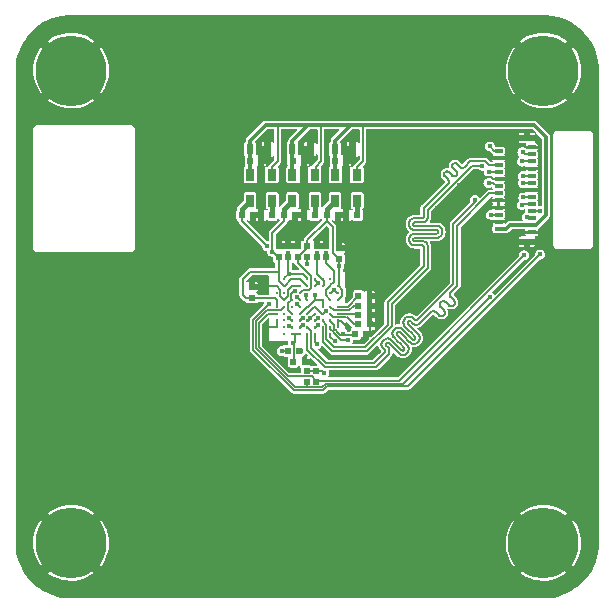
<source format=gbl>
G04 #@! TF.GenerationSoftware,KiCad,Pcbnew,6.0.0-d3dd2cf0fa~116~ubuntu20.04.1*
G04 #@! TF.CreationDate,2022-01-19T00:50:30+01:00*
G04 #@! TF.ProjectId,sensor,73656e73-6f72-42e6-9b69-6361645f7063,rev?*
G04 #@! TF.SameCoordinates,Original*
G04 #@! TF.FileFunction,Copper,L4,Bot*
G04 #@! TF.FilePolarity,Positive*
%FSLAX46Y46*%
G04 Gerber Fmt 4.6, Leading zero omitted, Abs format (unit mm)*
G04 Created by KiCad (PCBNEW 6.0.0-d3dd2cf0fa~116~ubuntu20.04.1) date 2022-01-19 00:50:30*
%MOMM*%
%LPD*%
G01*
G04 APERTURE LIST*
G04 #@! TA.AperFunction,ComponentPad*
%ADD10C,0.800000*%
G04 #@! TD*
G04 #@! TA.AperFunction,ComponentPad*
%ADD11C,6.000000*%
G04 #@! TD*
G04 #@! TA.AperFunction,SMDPad,CuDef*
%ADD12R,0.600000X0.900000*%
G04 #@! TD*
G04 #@! TA.AperFunction,SMDPad,CuDef*
%ADD13R,0.500000X0.600000*%
G04 #@! TD*
G04 #@! TA.AperFunction,SMDPad,CuDef*
%ADD14R,0.600000X0.500000*%
G04 #@! TD*
G04 #@! TA.AperFunction,SMDPad,CuDef*
%ADD15R,0.650000X1.060000*%
G04 #@! TD*
G04 #@! TA.AperFunction,SMDPad,CuDef*
%ADD16C,0.250000*%
G04 #@! TD*
G04 #@! TA.AperFunction,SMDPad,CuDef*
%ADD17R,0.650000X0.300000*%
G04 #@! TD*
G04 #@! TA.AperFunction,SMDPad,CuDef*
%ADD18R,1.000000X0.500000*%
G04 #@! TD*
G04 #@! TA.AperFunction,ViaPad*
%ADD19C,0.450000*%
G04 #@! TD*
G04 #@! TA.AperFunction,Conductor*
%ADD20C,0.150000*%
G04 #@! TD*
G04 #@! TA.AperFunction,Conductor*
%ADD21C,0.400000*%
G04 #@! TD*
G04 #@! TA.AperFunction,Conductor*
%ADD22C,0.200000*%
G04 #@! TD*
G04 #@! TA.AperFunction,Conductor*
%ADD23C,0.300000*%
G04 #@! TD*
G04 #@! TA.AperFunction,Conductor*
%ADD24C,0.127000*%
G04 #@! TD*
G04 #@! TA.AperFunction,Conductor*
%ADD25C,0.120000*%
G04 #@! TD*
G04 APERTURE END LIST*
D10*
X55000000Y-52750000D03*
X57250000Y-55000000D03*
X52750000Y-55000000D03*
X53409010Y-56590990D03*
X53409010Y-53409010D03*
D11*
X55000000Y-55000000D03*
D10*
X56590990Y-56590990D03*
X55000000Y-57250000D03*
X56590990Y-53409010D03*
X56590990Y-96590990D03*
X53409010Y-93409010D03*
X52750000Y-95000000D03*
D11*
X55000000Y-95000000D03*
D10*
X55000000Y-97250000D03*
X55000000Y-92750000D03*
X57250000Y-95000000D03*
X53409010Y-96590990D03*
X56590990Y-93409010D03*
X92750000Y-55000000D03*
X96590990Y-53409010D03*
X93409010Y-56590990D03*
X95000000Y-57250000D03*
X97250000Y-55000000D03*
X95000000Y-52750000D03*
X93409010Y-53409010D03*
D11*
X95000000Y-55000000D03*
D10*
X96590990Y-56590990D03*
X93409010Y-93409010D03*
X93409010Y-96590990D03*
X96590990Y-96590990D03*
X95000000Y-97250000D03*
X96590990Y-93409010D03*
D11*
X95000000Y-95000000D03*
D10*
X97250000Y-95000000D03*
X95000000Y-92750000D03*
X92750000Y-95000000D03*
D12*
X70150000Y-61675000D03*
X71650000Y-61675000D03*
X73750000Y-61675000D03*
X75250000Y-61675000D03*
X77350000Y-61675000D03*
X78850000Y-61675000D03*
D13*
X70155000Y-62625000D03*
X71095000Y-62625000D03*
X73755000Y-62625000D03*
X74695000Y-62625000D03*
X77355000Y-62625000D03*
X78295000Y-62625000D03*
X79245000Y-67225000D03*
X78305000Y-67225000D03*
X72045000Y-67225000D03*
X71105000Y-67225000D03*
X75645000Y-67225000D03*
X74705000Y-67225000D03*
X76655000Y-67225000D03*
X77595000Y-67225000D03*
X69455000Y-67225000D03*
X70395000Y-67225000D03*
X73055000Y-67225000D03*
X73995000Y-67225000D03*
D14*
X73400000Y-70820000D03*
X73400000Y-69880000D03*
X70300000Y-74270000D03*
X70300000Y-73330000D03*
X74200000Y-70820000D03*
X74200000Y-69880000D03*
X75800000Y-70820000D03*
X75800000Y-69880000D03*
X72600000Y-70820000D03*
X72600000Y-69880000D03*
D13*
X79055000Y-77300000D03*
X79995000Y-77300000D03*
D14*
X77700000Y-70970000D03*
X77700000Y-70030000D03*
X76600000Y-70820000D03*
X76600000Y-69880000D03*
D13*
X80270000Y-74100000D03*
X79330000Y-74100000D03*
X80270000Y-74900000D03*
X79330000Y-74900000D03*
X80270000Y-75700000D03*
X79330000Y-75700000D03*
X80270000Y-76500000D03*
X79330000Y-76500000D03*
D14*
X75000000Y-69880000D03*
X75000000Y-70820000D03*
D13*
X74320000Y-78725000D03*
X73380000Y-78725000D03*
D15*
X77350000Y-63825000D03*
X78300000Y-63825000D03*
X79250000Y-63825000D03*
X79250000Y-66025000D03*
X77350000Y-66025000D03*
X70150000Y-63825000D03*
X71100000Y-63825000D03*
X72050000Y-63825000D03*
X72050000Y-66025000D03*
X70150000Y-66025000D03*
X73750000Y-63825000D03*
X74700000Y-63825000D03*
X75650000Y-63825000D03*
X75650000Y-66025000D03*
X73750000Y-66025000D03*
D16*
X76950000Y-72680000D03*
X76300000Y-72680000D03*
X75650000Y-72680000D03*
X75000000Y-72680000D03*
X74350000Y-72680000D03*
X73700000Y-72680000D03*
X73050000Y-72680000D03*
X77600000Y-73260000D03*
X76950000Y-73260000D03*
X76300000Y-73260000D03*
X75650000Y-73260000D03*
X75000000Y-73260000D03*
X74350000Y-73260000D03*
X73700000Y-73260000D03*
X73050000Y-73260000D03*
X72400000Y-73260000D03*
X77600000Y-73840000D03*
X76950000Y-73840000D03*
X74350000Y-73840000D03*
X73700000Y-73840000D03*
X73050000Y-73840000D03*
X72400000Y-73840000D03*
X77600000Y-74420000D03*
X76950000Y-74420000D03*
X76300000Y-74420000D03*
X75650000Y-74420000D03*
X75000000Y-74420000D03*
X74350000Y-74420000D03*
X73700000Y-74420000D03*
X73050000Y-74420000D03*
X72400000Y-74420000D03*
X77600000Y-75000000D03*
X76950000Y-75000000D03*
X76300000Y-75000000D03*
X75650000Y-75000000D03*
X75000000Y-75000000D03*
X74350000Y-75000000D03*
X73700000Y-75000000D03*
X73050000Y-75000000D03*
X72400000Y-75000000D03*
X77600000Y-75580000D03*
X76950000Y-75580000D03*
X76300000Y-75580000D03*
X75650000Y-75580000D03*
X75000000Y-75580000D03*
X74350000Y-75580000D03*
X73700000Y-75580000D03*
X73050000Y-75580000D03*
X72400000Y-75580000D03*
X77600000Y-76160000D03*
X76950000Y-76160000D03*
X76300000Y-76160000D03*
X75650000Y-76160000D03*
X75000000Y-76160000D03*
X74350000Y-76160000D03*
X73700000Y-76160000D03*
X73050000Y-76160000D03*
X72400000Y-76160000D03*
X77600000Y-76740000D03*
X76950000Y-76740000D03*
X76300000Y-76740000D03*
X75650000Y-76740000D03*
X75000000Y-76740000D03*
X74350000Y-76740000D03*
X73700000Y-76740000D03*
X73050000Y-76740000D03*
X72400000Y-76740000D03*
X76950000Y-77320000D03*
X75650000Y-77320000D03*
X75000000Y-77320000D03*
X74350000Y-77320000D03*
X73700000Y-77320000D03*
X73050000Y-77320000D03*
D17*
X94000000Y-61500000D03*
X91200000Y-61800000D03*
X94000000Y-62100000D03*
X91200000Y-62400000D03*
X94000000Y-62700000D03*
X91200000Y-63000000D03*
X94000000Y-63300000D03*
X91200000Y-63600000D03*
X94000000Y-63900000D03*
X91200000Y-64200000D03*
X94000000Y-64500000D03*
X91200000Y-64800000D03*
X94000000Y-65100000D03*
X91200000Y-65400000D03*
X94000000Y-65700000D03*
X91200000Y-66000000D03*
X94000000Y-66300000D03*
X91200000Y-66600000D03*
X94000000Y-66900000D03*
X91200000Y-67200000D03*
X94000000Y-67500000D03*
X91200000Y-67800000D03*
X94000000Y-68100000D03*
X91200000Y-68400000D03*
X94000000Y-68700000D03*
D18*
X93600000Y-60700000D03*
X93600000Y-69500000D03*
D13*
X73830000Y-79650000D03*
X74770000Y-79650000D03*
D14*
X75775000Y-80430000D03*
X75775000Y-81370000D03*
X74950000Y-80430000D03*
X74950000Y-81370000D03*
D19*
X69000000Y-74000000D03*
X70000000Y-65000000D03*
X77700000Y-69425000D03*
X70700000Y-68000000D03*
X70900000Y-74900000D03*
X95300000Y-59500000D03*
X92250000Y-66400000D03*
X78502419Y-76881342D03*
X81125000Y-75450000D03*
X91025000Y-72200000D03*
X85600000Y-76200000D03*
X69800000Y-78200000D03*
X94700000Y-64200000D03*
X70500000Y-72600000D03*
X94700000Y-66000000D03*
X79700000Y-77700000D03*
X79100000Y-71200000D03*
X85950000Y-73325000D03*
X81700000Y-73175000D03*
X73400000Y-69250000D03*
X75249727Y-75954350D03*
X92750000Y-67500000D03*
X77350000Y-80550000D03*
X94850000Y-71340000D03*
X78900000Y-58900000D03*
X82500000Y-82400000D03*
X91600000Y-74700000D03*
X84700000Y-62300000D03*
X82050000Y-79875000D03*
X88200000Y-78200000D03*
X94700000Y-62400000D03*
X84800000Y-76925000D03*
X74200000Y-69250000D03*
X88400000Y-70400000D03*
X72000000Y-71500000D03*
X76600000Y-69275000D03*
X81000000Y-66100000D03*
X72300000Y-65000000D03*
X77900000Y-68000000D03*
X92250000Y-65150000D03*
X79400000Y-65000000D03*
X89875000Y-71750000D03*
X88400000Y-72000000D03*
X69500000Y-71900000D03*
X90425000Y-62350000D03*
X80875000Y-78675000D03*
X71700000Y-58900000D03*
X71400000Y-73200000D03*
X88325000Y-66250000D03*
X90920000Y-70440000D03*
X86725000Y-62625000D03*
X84750000Y-64450000D03*
X80100000Y-72350000D03*
X75800000Y-65000000D03*
X80700000Y-69500000D03*
X79000000Y-62600000D03*
X88000000Y-73800000D03*
X79250000Y-73150000D03*
X71500000Y-78200000D03*
X71700000Y-60600000D03*
X87875000Y-64700000D03*
X78400000Y-80550000D03*
X75650000Y-74025000D03*
X71800000Y-62600000D03*
X88400000Y-68400000D03*
X75300000Y-58900000D03*
X72220000Y-81220000D03*
X83100000Y-66125000D03*
X92400000Y-61300000D03*
X83750000Y-79475000D03*
X77274997Y-73571264D03*
X89900000Y-73300000D03*
X73900000Y-71700000D03*
X77200000Y-65000000D03*
X75300000Y-60600000D03*
X74150000Y-80400000D03*
X78900000Y-60600000D03*
X92200000Y-69000000D03*
X71450000Y-76800000D03*
X73700000Y-65000000D03*
X86700000Y-70025000D03*
X85950000Y-66650000D03*
X75925000Y-72975000D03*
X74300000Y-68000000D03*
X75400000Y-62600000D03*
X82200000Y-69250000D03*
X89700000Y-61100000D03*
X75800000Y-69275000D03*
X89720000Y-67860000D03*
X75350000Y-79650000D03*
X92200000Y-63150000D03*
X72600000Y-69250000D03*
X90300000Y-66500000D03*
X83975000Y-70675000D03*
X94000000Y-70200000D03*
X76425000Y-80625000D03*
X77700000Y-71550000D03*
X78000000Y-77275000D03*
X75825000Y-78150000D03*
X78425000Y-77825000D03*
X71600000Y-69850000D03*
X73430000Y-72220000D03*
X73949734Y-73634361D03*
X73400000Y-70455002D03*
X75800000Y-70455002D03*
X77325000Y-77900000D03*
X73825000Y-78100000D03*
X72041246Y-70326653D03*
X76600000Y-70455002D03*
X76549725Y-75374351D03*
X89200000Y-65975000D03*
X93300000Y-65750000D03*
X74100266Y-74794359D03*
X72850000Y-78725000D03*
X93600010Y-67424596D03*
X93350000Y-70650004D03*
X93225000Y-61925000D03*
X73450275Y-75954351D03*
X75899725Y-76534353D03*
X93275000Y-64500000D03*
X93250000Y-63925000D03*
X74599726Y-75954351D03*
X89825000Y-63050000D03*
X93175000Y-62700000D03*
X90350000Y-64500000D03*
X75899726Y-75954350D03*
X90550000Y-67200000D03*
X90432850Y-74182850D03*
X90450000Y-61425000D03*
X73480410Y-76608631D03*
X74599726Y-76534351D03*
X90375000Y-63600000D03*
X74910000Y-73970000D03*
X75000000Y-71400000D03*
X94700000Y-70575000D03*
X74100274Y-74214350D03*
X94675000Y-66900000D03*
X71725000Y-74775000D03*
X74475000Y-78725000D03*
X93200000Y-66375000D03*
D20*
X75650000Y-72680000D02*
X75650000Y-72700000D01*
D21*
X78300000Y-63825000D02*
X78300000Y-62225000D01*
D20*
X75650000Y-73250000D02*
X75925000Y-72975000D01*
D22*
X75000000Y-76200000D02*
X75004078Y-76200000D01*
X75024728Y-76179349D02*
X75249727Y-75954350D01*
D20*
X72725000Y-73574998D02*
X72714998Y-73574998D01*
D22*
X74350000Y-75600000D02*
X74350679Y-75600000D01*
X71450000Y-73250000D02*
X71400000Y-73200000D01*
D21*
X78300000Y-67170000D02*
X78245000Y-67225000D01*
D20*
X77543733Y-73840000D02*
X77274997Y-73571264D01*
X73060000Y-74430000D02*
X73050000Y-74420000D01*
D21*
X74700000Y-62225000D02*
X75250000Y-61675000D01*
D22*
X71500000Y-76750000D02*
X71450000Y-76800000D01*
X78277420Y-76656343D02*
X78502419Y-76881342D01*
X72410000Y-76720000D02*
X72380000Y-76750000D01*
X75000000Y-75000000D02*
X75050000Y-75000000D01*
X73400000Y-69880000D02*
X73400000Y-69250000D01*
D20*
X74375000Y-73250000D02*
X74350000Y-73225000D01*
D21*
X74700000Y-63825000D02*
X74700000Y-67170000D01*
D22*
X80270000Y-77025000D02*
X79995000Y-77300000D01*
D20*
X72725000Y-74075000D02*
X72725000Y-73574998D01*
X73380000Y-74120000D02*
X73060000Y-74440000D01*
D22*
X76300000Y-75000000D02*
X76300000Y-74400000D01*
X76600000Y-69880000D02*
X76600000Y-69275000D01*
D21*
X74700000Y-67170000D02*
X74645000Y-67225000D01*
D22*
X74770000Y-79650000D02*
X75350000Y-79650000D01*
D20*
X75650000Y-73260000D02*
X75650000Y-73250000D01*
D21*
X71100000Y-62225000D02*
X71650000Y-61675000D01*
D20*
X90565000Y-64040000D02*
X90000000Y-64040000D01*
D21*
X71045000Y-67225000D02*
X70395000Y-67225000D01*
D20*
X90725000Y-64200000D02*
X90565000Y-64040000D01*
D22*
X74414732Y-75535947D02*
X74464053Y-75535947D01*
D20*
X75650000Y-75580000D02*
X75624077Y-75580000D01*
X75650000Y-72700000D02*
X75925000Y-72975000D01*
D22*
X77700000Y-70030000D02*
X77700000Y-69425000D01*
D20*
X73060000Y-74440000D02*
X73060000Y-74430000D01*
D22*
X74350679Y-75600000D02*
X74414732Y-75535947D01*
D20*
X76950000Y-73840000D02*
X77006261Y-73840000D01*
X91200000Y-64200000D02*
X90725000Y-64200000D01*
X77006261Y-73840000D02*
X77274997Y-73571264D01*
D22*
X74464053Y-75535947D02*
X75000000Y-75000000D01*
D21*
X78245000Y-67225000D02*
X77595000Y-67225000D01*
D22*
X72400000Y-76200000D02*
X72400000Y-76710000D01*
D21*
X71100000Y-63825000D02*
X71100000Y-62225000D01*
D20*
X73380000Y-73570000D02*
X73380000Y-74120000D01*
X75624077Y-75580000D02*
X75249727Y-75954350D01*
D21*
X71100000Y-67170000D02*
X71045000Y-67225000D01*
D22*
X80270000Y-76500000D02*
X80270000Y-77025000D01*
X72350000Y-73250000D02*
X71450000Y-73250000D01*
X72600000Y-69880000D02*
X72600000Y-69250000D01*
D20*
X73725000Y-73225000D02*
X73380000Y-73570000D01*
D22*
X74200000Y-69880000D02*
X74200000Y-69250000D01*
X75004078Y-76200000D02*
X75024728Y-76179349D01*
D20*
X72714998Y-73574998D02*
X72400000Y-73260000D01*
X73050000Y-74400000D02*
X72725000Y-74075000D01*
D22*
X75800000Y-69880000D02*
X75800000Y-69275000D01*
X72380000Y-76750000D02*
X71500000Y-76750000D01*
D21*
X78300000Y-62225000D02*
X78850000Y-61675000D01*
D22*
X77821077Y-76200000D02*
X78277420Y-76656343D01*
X75650000Y-74400000D02*
X76300000Y-74400000D01*
D21*
X78300000Y-63825000D02*
X78300000Y-67170000D01*
X71100000Y-63825000D02*
X71100000Y-67170000D01*
D22*
X72400000Y-76710000D02*
X72410000Y-76720000D01*
D20*
X77600000Y-76740000D02*
X77600000Y-76160000D01*
D22*
X75050000Y-75000000D02*
X75650000Y-74400000D01*
X77600000Y-76200000D02*
X77821077Y-76200000D01*
X75650000Y-74400000D02*
X75650000Y-74025000D01*
X80270000Y-76500000D02*
X80270000Y-74900000D01*
D21*
X73995000Y-67225000D02*
X74705000Y-67225000D01*
D20*
X74350000Y-73225000D02*
X73725000Y-73225000D01*
X77600000Y-73840000D02*
X77543733Y-73840000D01*
D21*
X74700000Y-63825000D02*
X74700000Y-62225000D01*
X74645000Y-67225000D02*
X73995000Y-67225000D01*
D20*
X72050000Y-63145000D02*
X72500000Y-62695000D01*
X72500000Y-62695000D02*
X72500000Y-59600000D01*
X72050000Y-63825000D02*
X72050000Y-63145000D01*
D23*
X91825000Y-68400000D02*
X92125000Y-68100000D01*
X78675000Y-59600000D02*
X75075000Y-59600000D01*
X77350000Y-60925000D02*
X77350000Y-61675000D01*
D20*
X75700000Y-63145000D02*
X76150000Y-62695000D01*
D23*
X75075000Y-59600000D02*
X71475000Y-59600000D01*
X95200000Y-67263056D02*
X95200000Y-60600000D01*
X94363056Y-68100000D02*
X95200000Y-67263056D01*
X75075000Y-59600000D02*
X73750000Y-60925000D01*
D20*
X75700000Y-63825000D02*
X75700000Y-63145000D01*
D23*
X95200000Y-60600000D02*
X94200000Y-59600000D01*
X77350000Y-63825000D02*
X77350000Y-61675000D01*
D20*
X79250000Y-63145000D02*
X79700000Y-62695000D01*
D23*
X94200000Y-59600000D02*
X79700000Y-59600000D01*
D20*
X79250000Y-63825000D02*
X79250000Y-63145000D01*
D23*
X93375000Y-68100000D02*
X94000000Y-68100000D01*
X73750000Y-63825000D02*
X73750000Y-61675000D01*
X70150000Y-61675000D02*
X70150000Y-63825000D01*
X78675000Y-59600000D02*
X77350000Y-60925000D01*
X70150000Y-60925000D02*
X70150000Y-61675000D01*
X79700000Y-59600000D02*
X78675000Y-59600000D01*
X92125000Y-68100000D02*
X93375000Y-68100000D01*
D20*
X76150000Y-62695000D02*
X76150000Y-59600000D01*
X79700000Y-62695000D02*
X79700000Y-59600000D01*
D23*
X91200000Y-68400000D02*
X91825000Y-68400000D01*
X71475000Y-59600000D02*
X70150000Y-60925000D01*
X73750000Y-60925000D02*
X73750000Y-61675000D01*
X94000000Y-68100000D02*
X94363056Y-68100000D01*
D21*
X79250000Y-66025000D02*
X79250000Y-67220000D01*
X79250000Y-67220000D02*
X79245000Y-67225000D01*
X72050000Y-66025000D02*
X72050000Y-67220000D01*
X72050000Y-67220000D02*
X72045000Y-67225000D01*
X75650000Y-67220000D02*
X75645000Y-67225000D01*
X75650000Y-66025000D02*
X75650000Y-67220000D01*
D20*
X75144001Y-73560001D02*
X75325000Y-73379002D01*
X75650000Y-77975000D02*
X75825000Y-78150000D01*
D22*
X76655000Y-67725000D02*
X77150000Y-68220000D01*
X77150000Y-68220000D02*
X77150000Y-70450000D01*
D20*
X78949999Y-77400001D02*
X79050000Y-77300000D01*
D22*
X74601462Y-73548538D02*
X74671962Y-73548538D01*
X74200000Y-70750000D02*
X75050000Y-69900000D01*
D21*
X77350000Y-66025000D02*
X76655000Y-66720000D01*
D22*
X74350000Y-73800000D02*
X74601462Y-73548538D01*
X74200000Y-71270000D02*
X74200000Y-70820000D01*
D20*
X78000000Y-77275000D02*
X77872572Y-77275000D01*
D22*
X76655000Y-67225000D02*
X76655000Y-67725000D01*
X75020000Y-69880000D02*
X75000000Y-69880000D01*
X75325000Y-72395000D02*
X74200000Y-71270000D01*
D20*
X75775000Y-80430000D02*
X76230000Y-80430000D01*
X75775000Y-80430000D02*
X74950000Y-80430000D01*
D22*
X77700000Y-71000000D02*
X77700000Y-71550000D01*
D20*
X77275000Y-76847430D02*
X77500012Y-77072442D01*
X76950000Y-76200000D02*
X77275000Y-76525000D01*
D22*
X77600000Y-74400000D02*
X77625000Y-74400000D01*
D20*
X74601462Y-73548538D02*
X74612925Y-73560001D01*
X77275000Y-76525000D02*
X77275000Y-76847430D01*
D22*
X75050000Y-69900000D02*
X75050000Y-69850000D01*
D20*
X77500012Y-77072442D02*
X77500012Y-77152442D01*
X76230000Y-80430000D02*
X76425000Y-80625000D01*
X75325000Y-73379002D02*
X75325000Y-72375000D01*
X77747571Y-77400001D02*
X78949999Y-77400001D01*
D22*
X75050000Y-69850000D02*
X75020000Y-69880000D01*
X77975000Y-74050000D02*
X77975000Y-73575000D01*
D20*
X75650000Y-77400000D02*
X75650000Y-77975000D01*
D22*
X77975000Y-73575000D02*
X77650000Y-73250000D01*
D20*
X74612925Y-73560001D02*
X75144001Y-73560001D01*
D21*
X76655000Y-66720000D02*
X76655000Y-67225000D01*
D22*
X75000000Y-69380000D02*
X75000000Y-69430000D01*
X74200000Y-70820000D02*
X74200000Y-70750000D01*
X75000000Y-69430000D02*
X75000000Y-69880000D01*
D20*
X77500012Y-77152442D02*
X77747571Y-77400001D01*
D22*
X75325000Y-72425000D02*
X75325000Y-72395000D01*
D20*
X77872572Y-77275000D02*
X77747571Y-77400001D01*
D22*
X77700000Y-73150000D02*
X77700000Y-71550000D01*
X77600000Y-73250000D02*
X77700000Y-73150000D01*
X77650000Y-73250000D02*
X77600000Y-73250000D01*
X77625000Y-74400000D02*
X77975000Y-74050000D01*
X77150000Y-70450000D02*
X77700000Y-71000000D01*
X76655000Y-67725000D02*
X75000000Y-69380000D01*
X75800000Y-72187500D02*
X75800000Y-70820000D01*
D20*
X73575001Y-74524999D02*
X73700000Y-74400000D01*
X78106802Y-77825000D02*
X78425000Y-77825000D01*
D22*
X75000000Y-72600000D02*
X74620000Y-72220000D01*
X73050000Y-72600000D02*
X73050000Y-72675000D01*
X73430000Y-72220000D02*
X73050000Y-72600000D01*
X73655011Y-73929084D02*
X73724735Y-73859360D01*
D20*
X77250001Y-77175999D02*
X77250001Y-77255999D01*
D22*
X73400000Y-70820000D02*
X73400000Y-72190000D01*
X75800000Y-70820000D02*
X75800000Y-70455002D01*
X76424999Y-73125001D02*
X76424999Y-72812499D01*
X73400000Y-72190000D02*
X73430000Y-72220000D01*
D21*
X70150000Y-66025000D02*
X69455000Y-66720000D01*
D22*
X73655011Y-74355011D02*
X73655011Y-73929084D01*
X73700000Y-74400000D02*
X73655011Y-74355011D01*
D20*
X73399999Y-75299999D02*
X73399999Y-74700001D01*
X73399999Y-74700001D02*
X73575001Y-74524999D01*
D22*
X74620000Y-72220000D02*
X73430000Y-72220000D01*
X71580000Y-69850000D02*
X71600000Y-69850000D01*
D20*
X76950000Y-76875998D02*
X77250001Y-77175999D01*
D22*
X76424999Y-72812499D02*
X75800000Y-72187500D01*
X69455000Y-67225000D02*
X69455000Y-67725000D01*
X76300000Y-73250000D02*
X76424999Y-73125001D01*
X73724735Y-73859360D02*
X73949734Y-73634361D01*
D21*
X69455000Y-66720000D02*
X69455000Y-67225000D01*
D20*
X76950000Y-76800000D02*
X76950000Y-76875998D01*
D22*
X73400000Y-70820000D02*
X73400000Y-70455002D01*
D20*
X73700000Y-75600000D02*
X73399999Y-75299999D01*
X77819002Y-77825000D02*
X78106802Y-77825000D01*
X77250001Y-77255999D02*
X77819002Y-77825000D01*
D22*
X69455000Y-67725000D02*
X71580000Y-69850000D01*
X76950000Y-74400000D02*
X76597999Y-74047999D01*
X76600000Y-70820000D02*
X76600000Y-70455002D01*
X73650000Y-72675000D02*
X74400000Y-72675000D01*
X73970000Y-77320000D02*
X74340000Y-77320000D01*
X73850000Y-79630000D02*
X73830000Y-79650000D01*
D21*
X73750000Y-66025000D02*
X73055000Y-66720000D01*
D22*
X72050000Y-70320000D02*
X72050000Y-68730000D01*
X72600000Y-72050000D02*
X72600000Y-71270000D01*
D20*
X76950000Y-77525000D02*
X77325000Y-77900000D01*
D22*
X73020000Y-73250000D02*
X73075000Y-73250000D01*
X69550000Y-74020000D02*
X69550000Y-72650000D01*
X77275001Y-72874999D02*
X77275001Y-71945001D01*
X72270000Y-74270000D02*
X70300000Y-74270000D01*
X72550000Y-70820000D02*
X72050000Y-70320000D01*
X72400000Y-74400000D02*
X72400000Y-75000000D01*
X76825001Y-73324999D02*
X76950000Y-73200000D01*
X72600000Y-71270000D02*
X72600000Y-70820000D01*
X76597999Y-73552001D02*
X76825001Y-73324999D01*
X75650000Y-75000000D02*
X75685000Y-75000000D01*
X72600000Y-72050000D02*
X72600000Y-72830000D01*
X72600000Y-70820000D02*
X72550000Y-70820000D01*
X69550000Y-72650000D02*
X70150000Y-72050000D01*
X76600000Y-71270000D02*
X76600000Y-70820000D01*
X73970000Y-77320000D02*
X73700000Y-77320000D01*
X72400000Y-74400000D02*
X72270000Y-74270000D01*
X75000000Y-75600000D02*
X75600000Y-75000000D01*
X73970000Y-77955000D02*
X73970000Y-77320000D01*
X75685000Y-75000000D02*
X76275000Y-75590000D01*
X70300000Y-74270000D02*
X69800000Y-74270000D01*
X69800000Y-74270000D02*
X69550000Y-74020000D01*
X73075000Y-73250000D02*
X73650000Y-72675000D01*
X74400000Y-72675000D02*
X75000000Y-73275000D01*
X73825000Y-78100000D02*
X73970000Y-77955000D01*
X73825000Y-78100000D02*
X73850000Y-78125000D01*
X77275001Y-71945001D02*
X76600000Y-71270000D01*
X75600000Y-75000000D02*
X75650000Y-75000000D01*
X73850000Y-78125000D02*
X73850000Y-79630000D01*
X73055000Y-67725000D02*
X73055000Y-67225000D01*
X76597999Y-74047999D02*
X76597999Y-73552001D01*
X72050000Y-68730000D02*
X73055000Y-67725000D01*
D21*
X73055000Y-66720000D02*
X73055000Y-67225000D01*
D22*
X76275000Y-75590000D02*
X76334076Y-75590000D01*
X76334076Y-75590000D02*
X76549725Y-75374351D01*
X72600000Y-72830000D02*
X73020000Y-73250000D01*
D20*
X76950000Y-77400000D02*
X76950000Y-77525000D01*
D22*
X76950000Y-73200000D02*
X77275001Y-72874999D01*
X70150000Y-72050000D02*
X72600000Y-72050000D01*
D20*
X77600000Y-75000000D02*
X78430000Y-75000000D01*
X78430000Y-75000000D02*
X79330000Y-74100000D01*
X78930000Y-74900000D02*
X79330000Y-74900000D01*
D24*
X77250000Y-75300000D02*
X77260000Y-75290000D01*
D20*
X78530000Y-75300000D02*
X78930000Y-74900000D01*
D24*
X78520000Y-75290000D02*
X78530000Y-75300000D01*
X77260000Y-75290000D02*
X78520000Y-75290000D01*
D20*
X76950000Y-75000000D02*
X77250000Y-75300000D01*
X77600000Y-75600000D02*
X79230000Y-75600000D01*
X79230000Y-75600000D02*
X79330000Y-75700000D01*
X76950000Y-75600000D02*
X77220000Y-75870000D01*
D24*
X77280000Y-75870000D02*
X78300000Y-75870000D01*
D20*
X78330000Y-75900000D02*
X78930000Y-76500000D01*
X78930000Y-76500000D02*
X79330000Y-76500000D01*
D25*
X78300000Y-75870000D02*
X78330000Y-75900000D01*
D20*
X77220000Y-75870000D02*
X77370000Y-75870000D01*
X82705089Y-77969909D02*
X82705092Y-77969909D01*
X82203938Y-77221780D02*
X82203938Y-77325647D01*
X84143909Y-77591260D02*
X84151383Y-77624009D01*
X93300000Y-65750000D02*
X93950000Y-65750000D01*
X81595187Y-78812396D02*
X81581363Y-78841102D01*
X81417640Y-77864966D02*
X81352880Y-77946173D01*
X83261569Y-76021036D02*
X83196809Y-76102243D01*
X83588758Y-75836959D02*
X83487495Y-75860071D01*
X81602277Y-78781333D02*
X81595187Y-78812396D01*
X83629781Y-77045216D02*
X83624329Y-77050672D01*
X84019122Y-77789859D02*
X83985532Y-77789860D01*
X84108393Y-77534736D02*
X84129336Y-77560997D01*
X82272117Y-77026936D02*
X82227050Y-77120517D01*
X83896261Y-77746868D02*
X83043984Y-76894591D01*
X83066295Y-78709097D02*
X83033549Y-78701622D01*
X82203938Y-77325647D02*
X82227050Y-77426910D01*
X81307813Y-78346147D02*
X81352880Y-78439728D01*
X83128630Y-76297087D02*
X83128630Y-76400954D01*
X81352880Y-78439728D02*
X81417640Y-78520934D01*
X82336877Y-76945729D02*
X82272117Y-77026936D01*
X82869196Y-76784764D02*
X82767934Y-76761652D01*
X83232147Y-78576834D02*
X83224672Y-78609581D01*
X84151383Y-77624009D02*
X84151384Y-77657597D01*
X82705092Y-77969909D02*
X82828834Y-78093654D01*
X84313756Y-76113756D02*
X84288845Y-76133621D01*
X83312708Y-75969898D02*
X83261569Y-76021036D01*
X93950000Y-65750000D02*
X94000000Y-65700000D01*
X84166151Y-76147446D02*
X84137445Y-76133621D01*
X83189156Y-78666105D02*
X83162895Y-78687048D01*
X80677512Y-79750000D02*
X76622488Y-79750000D01*
X83210099Y-78639844D02*
X83189156Y-78666105D01*
X89200000Y-65975000D02*
X89200000Y-66127512D01*
X83887469Y-75905138D02*
X83793888Y-75860071D01*
X82336877Y-77601697D02*
X82705089Y-77969909D01*
X83748071Y-77174417D02*
X84108393Y-77534736D01*
X84143909Y-77690344D02*
X84129336Y-77720607D01*
X81549986Y-77749067D02*
X81468779Y-77813828D01*
X87350000Y-67977512D02*
X87350000Y-73077512D01*
X81744830Y-77680889D02*
X81643567Y-77704001D01*
X82469223Y-76829830D02*
X82388016Y-76894591D01*
X81468779Y-77813828D02*
X81417640Y-77864966D01*
X83952786Y-77782385D02*
X83922522Y-77767812D01*
X83224672Y-78609581D02*
X83210099Y-78639844D01*
X83196809Y-76595798D02*
X83261569Y-76677004D01*
X81643567Y-77704001D02*
X81549986Y-77749067D01*
X81284701Y-78141017D02*
X81284701Y-78244884D01*
X83624329Y-77050672D02*
X83748071Y-77174417D01*
X83224672Y-78510497D02*
X83232146Y-78543246D01*
X81581363Y-78841102D02*
X81561497Y-78866013D01*
X82767934Y-76761652D02*
X82664067Y-76761652D01*
X83393914Y-75905138D02*
X83312708Y-75969898D01*
X82043540Y-77749067D02*
X81949959Y-77704001D01*
X75325000Y-77065000D02*
X75060000Y-76800000D01*
X83043984Y-76894591D02*
X82962777Y-76829830D01*
X82227050Y-77120517D02*
X82203938Y-77221780D01*
X83261569Y-76677004D02*
X83629781Y-77045216D01*
X82977024Y-78666105D02*
X82124747Y-77813828D01*
X84137445Y-76133621D02*
X84112534Y-76113756D01*
X84129336Y-77560997D02*
X84143909Y-77591260D01*
X83099885Y-78709096D02*
X83066295Y-78709097D01*
X83189156Y-78453973D02*
X83210099Y-78480234D01*
X82272117Y-77520491D02*
X82336877Y-77601697D01*
X83487495Y-75860071D02*
X83393914Y-75905138D01*
X82828834Y-78093654D02*
X83189156Y-78453973D01*
X83151742Y-76502217D02*
X83196809Y-76595798D01*
X84129336Y-77720607D02*
X84108393Y-77746868D01*
X81352880Y-77946173D02*
X81307813Y-78039754D01*
X87350000Y-73077512D02*
X84313756Y-76113756D01*
X81417640Y-78520934D02*
X81561497Y-78664791D01*
X81581363Y-78689702D02*
X81595187Y-78718408D01*
X81561497Y-78664791D02*
X81581363Y-78689702D01*
X84112534Y-76113756D02*
X83968676Y-75969898D01*
X81307813Y-78039754D02*
X81284701Y-78141017D01*
X82962777Y-76829830D02*
X82869196Y-76784764D01*
X76622488Y-79750000D02*
X75325000Y-78452512D01*
X82124747Y-77813828D02*
X82043540Y-77749067D01*
X83210099Y-78480234D02*
X83224672Y-78510497D01*
X81848697Y-77680889D02*
X81744830Y-77680889D01*
X84082132Y-77767811D02*
X84051868Y-77782386D01*
X83692625Y-75836959D02*
X83588758Y-75836959D01*
X83793888Y-75860071D02*
X83692625Y-75836959D01*
X83162895Y-78687048D02*
X83132631Y-78701623D01*
X81602277Y-78749471D02*
X81602277Y-78781333D01*
X83033549Y-78701622D02*
X83003285Y-78687049D01*
X75060000Y-76800000D02*
X75000000Y-76800000D01*
X84260139Y-76147446D02*
X84229076Y-76154535D01*
X84229076Y-76154535D02*
X84197214Y-76154535D01*
X82664067Y-76761652D02*
X82562804Y-76784764D01*
X81284701Y-78244884D02*
X81307813Y-78346147D01*
X84108393Y-77746868D02*
X84082132Y-77767811D01*
X83128630Y-76400954D02*
X83151742Y-76502217D01*
X83985532Y-77789860D02*
X83952786Y-77782385D01*
X83196809Y-76102243D02*
X83151742Y-76195824D01*
X84288845Y-76133621D02*
X84260139Y-76147446D01*
X82388016Y-76894591D02*
X82336877Y-76945729D01*
X81561497Y-78866013D02*
X80677512Y-79750000D01*
X84051868Y-77782386D02*
X84019122Y-77789859D01*
X75325000Y-78452512D02*
X75325000Y-77065000D01*
X83922522Y-77767812D02*
X83896261Y-77746868D01*
X84197214Y-76154535D02*
X84166151Y-76147446D01*
X84151384Y-77657597D02*
X84143909Y-77690344D01*
X83132631Y-78701623D02*
X83099885Y-78709096D01*
X82562804Y-76784764D02*
X82469223Y-76829830D01*
X83968676Y-75969898D02*
X83887469Y-75905138D01*
X89200000Y-66127512D02*
X87350000Y-67977512D01*
X81595187Y-78718408D02*
X81602277Y-78749471D01*
X82227050Y-77426910D02*
X82272117Y-77520491D01*
X83151742Y-76195824D02*
X83128630Y-76297087D01*
X83003285Y-78687049D02*
X82977024Y-78666105D01*
X81949959Y-77704001D02*
X81848697Y-77680889D01*
X83232146Y-78543246D02*
X83232147Y-78576834D01*
X74350000Y-75000000D02*
X74144359Y-74794359D01*
X74144359Y-74794359D02*
X74100266Y-74794359D01*
X73380000Y-78725000D02*
X72850000Y-78725000D01*
X70900000Y-76350000D02*
X70900000Y-78425000D01*
X82750026Y-81249978D02*
X93125001Y-70875003D01*
X75400000Y-80900000D02*
X75749978Y-81249978D01*
X71650000Y-75600000D02*
X70900000Y-76350000D01*
X93918208Y-67424596D02*
X93600010Y-67424596D01*
X75749978Y-81249978D02*
X82750026Y-81249978D01*
X93125001Y-70875003D02*
X93350000Y-70650004D01*
X93924596Y-67424596D02*
X93918208Y-67424596D01*
X70900000Y-78425000D02*
X73375000Y-80900000D01*
X73375000Y-80900000D02*
X75400000Y-80900000D01*
X94000000Y-67500000D02*
X93924596Y-67424596D01*
X72400000Y-75600000D02*
X71650000Y-75600000D01*
X73695924Y-76200000D02*
X73675274Y-76179350D01*
X93400000Y-62100000D02*
X93225000Y-61925000D01*
X94000000Y-62100000D02*
X93400000Y-62100000D01*
X73700000Y-76200000D02*
X73695924Y-76200000D01*
X73675274Y-76179350D02*
X73450275Y-75954351D01*
X75674726Y-76759352D02*
X75899725Y-76534353D01*
X75650000Y-76784077D02*
X75674726Y-76759352D01*
X93275000Y-64500000D02*
X94000000Y-64500000D01*
X75650000Y-76800000D02*
X75650000Y-76784077D01*
X74350000Y-76200000D02*
X74589052Y-75960948D01*
X93275000Y-63900000D02*
X93250000Y-63925000D01*
X94000000Y-63900000D02*
X93275000Y-63900000D01*
X85200000Y-71722488D02*
X82150000Y-74772488D01*
X89825000Y-63050000D02*
X88922488Y-63050000D01*
X83997198Y-67906476D02*
X83979327Y-67934917D01*
X86069251Y-69138188D02*
X85964419Y-69150000D01*
X84020949Y-69182725D02*
X83997198Y-69206476D01*
X84114473Y-67850000D02*
X84081094Y-67853760D01*
X86423716Y-68516276D02*
X86435527Y-68621108D01*
X83979327Y-69365082D02*
X83997198Y-69393523D01*
X84114473Y-69450000D02*
X84728891Y-69450000D01*
X84728891Y-67850000D02*
X84114473Y-67850000D01*
X83968233Y-67966621D02*
X83964473Y-68000000D01*
X84049390Y-67864854D02*
X84020949Y-67882725D01*
X83997198Y-68093523D02*
X84020949Y-68117274D01*
X85200000Y-67378891D02*
X85188188Y-67483723D01*
X82150000Y-74772488D02*
X82150000Y-76672488D01*
X86258150Y-68252781D02*
X86332746Y-68327377D01*
X84114473Y-69150000D02*
X84081094Y-69153760D01*
X85022622Y-67747218D02*
X84933297Y-67803345D01*
X85188188Y-67483723D02*
X85153345Y-67583297D01*
X86332746Y-68327377D02*
X86388873Y-68416702D01*
X84833723Y-67838188D02*
X84728891Y-67850000D01*
X84114473Y-68150000D02*
X85964419Y-68150000D01*
X85964419Y-69150000D02*
X84114473Y-69150000D01*
X76300000Y-77947488D02*
X76300000Y-76800000D01*
X83968233Y-69266621D02*
X83964473Y-69300000D01*
X85097218Y-69627377D02*
X85153345Y-69716702D01*
X84933297Y-69496654D02*
X85022622Y-69552781D01*
X85022622Y-69552781D02*
X85097218Y-69627377D01*
X82150000Y-76672488D02*
X80047488Y-78775000D01*
X84081094Y-67853760D02*
X84049390Y-67864854D01*
X85153345Y-69716702D02*
X85188188Y-69816276D01*
X83964473Y-68000000D02*
X83968233Y-68033378D01*
X84049390Y-69164854D02*
X84020949Y-69182725D01*
X86258150Y-69047218D02*
X86168825Y-69103345D01*
X83968233Y-68033378D02*
X83979327Y-68065082D01*
X84020949Y-69417274D02*
X84049390Y-69435145D01*
X84081094Y-69446239D02*
X84114473Y-69450000D01*
X84833723Y-69461811D02*
X84933297Y-69496654D01*
X77127512Y-78775000D02*
X76300000Y-77947488D01*
X84049390Y-68135145D02*
X84081094Y-68146239D01*
X84081094Y-68146239D02*
X84114473Y-68150000D01*
X83979327Y-69234917D02*
X83968233Y-69266621D01*
X86332746Y-68972622D02*
X86258150Y-69047218D01*
X86388873Y-68883297D02*
X86332746Y-68972622D01*
X83979327Y-68065082D02*
X83997198Y-68093523D01*
X85200000Y-69921108D02*
X85200000Y-71722488D01*
X86168825Y-68196654D02*
X86258150Y-68252781D01*
X85188188Y-69816276D02*
X85200000Y-69921108D01*
X86388873Y-68416702D02*
X86423716Y-68516276D01*
X84020949Y-67882725D02*
X83997198Y-67906476D01*
X84933297Y-67803345D02*
X84833723Y-67838188D01*
X85153345Y-67583297D02*
X85097218Y-67672622D01*
X86423716Y-68783723D02*
X86388873Y-68883297D01*
X84081094Y-69153760D02*
X84049390Y-69164854D01*
X83964473Y-69300000D02*
X83968233Y-69333378D01*
X86168825Y-69103345D02*
X86069251Y-69138188D01*
X85964419Y-68150000D02*
X86069251Y-68161811D01*
X83979327Y-67934917D02*
X83968233Y-67966621D01*
X84049390Y-69435145D02*
X84081094Y-69446239D01*
X86435527Y-68621108D02*
X86435527Y-68678891D01*
X85097218Y-67672622D02*
X85022622Y-67747218D01*
X88922488Y-63050000D02*
X85200000Y-66772488D01*
X85200000Y-66772488D02*
X85200000Y-67378891D01*
X84020949Y-68117274D02*
X84049390Y-68135145D01*
X83997198Y-69206476D02*
X83979327Y-69234917D01*
X86435527Y-68678891D02*
X86423716Y-68783723D01*
X80047488Y-78775000D02*
X77127512Y-78775000D01*
X83968233Y-69333378D02*
X83979327Y-69365082D01*
X86069251Y-68161811D02*
X86168825Y-68196654D01*
X84728891Y-69450000D02*
X84833723Y-69461811D01*
X94000000Y-62700000D02*
X93175000Y-62700000D01*
X83997198Y-69393523D02*
X84020949Y-69417274D01*
X75654076Y-76200000D02*
X75674727Y-76179349D01*
X91200000Y-64800000D02*
X91025000Y-64800000D01*
X75674727Y-76179349D02*
X75899726Y-75954350D01*
X91025000Y-64800000D02*
X90725000Y-64500000D01*
X75650000Y-76200000D02*
X75654076Y-76200000D01*
X90725000Y-64500000D02*
X90350000Y-64500000D01*
X87497699Y-74681698D02*
X87482749Y-74747193D01*
X86138926Y-75708768D02*
X85888457Y-75458299D01*
X82570788Y-77226719D02*
X82563698Y-77257782D01*
X85709914Y-75372318D02*
X85642736Y-75372318D01*
X85835934Y-75416413D02*
X85775408Y-75387265D01*
X82245472Y-78429530D02*
X82245472Y-78429527D01*
X83741303Y-76237499D02*
X83716392Y-76217633D01*
X84335451Y-78014786D02*
X84252972Y-78080561D01*
X83333735Y-78999798D02*
X83238687Y-79045570D01*
X84376309Y-77307679D02*
X84442083Y-77390160D01*
X82762994Y-77128502D02*
X82731931Y-77121412D01*
X86450141Y-75779802D02*
X86384647Y-75794750D01*
X82245472Y-78429527D02*
X81897374Y-78081429D01*
X86563189Y-75284504D02*
X86605075Y-75337025D01*
X85464192Y-75458299D02*
X85464191Y-75458296D01*
X82700069Y-77121412D02*
X82669006Y-77128502D01*
X82927493Y-79045570D02*
X82832445Y-78999798D01*
X86191449Y-75750653D02*
X86138926Y-75708768D01*
X83592093Y-78507294D02*
X83592094Y-78612788D01*
X84459922Y-76446117D02*
X84366341Y-76491184D01*
X87119361Y-74132984D02*
X87161246Y-74185508D01*
X87298668Y-74931276D02*
X87233174Y-74946224D01*
X84055075Y-78149808D02*
X83949579Y-78149809D01*
X75000000Y-78622488D02*
X75000000Y-77400000D01*
X87700000Y-73222488D02*
X87161245Y-73761243D01*
X82669006Y-77128502D02*
X82640300Y-77142327D01*
X86623935Y-74538739D02*
X86558441Y-74523792D01*
X81651551Y-78239944D02*
X81665375Y-78268650D01*
X81644461Y-78177019D02*
X81644461Y-78208881D01*
X83568620Y-78715637D02*
X83522847Y-78810685D01*
X82749966Y-78934023D02*
X82729536Y-78913594D01*
X86241686Y-74920983D02*
X86270834Y-74981510D01*
X83540081Y-76237499D02*
X83529170Y-76248409D01*
X84355878Y-77287251D02*
X84376309Y-77307679D01*
X81829098Y-79093386D02*
X81808984Y-79113500D01*
X81938925Y-78612206D02*
X81962037Y-78713469D01*
X85464191Y-75458296D02*
X85358126Y-75564360D01*
X83529170Y-76449631D02*
X83877268Y-76797729D01*
X82615389Y-77162192D02*
X82604478Y-77173102D01*
X81808984Y-79113500D02*
X80822488Y-80100000D01*
X87233174Y-74946224D02*
X87165996Y-74946223D01*
X81897374Y-78081429D02*
X81872463Y-78061564D01*
X82570788Y-77320707D02*
X82584612Y-77349413D01*
X87165996Y-74946223D02*
X87100502Y-74931275D01*
X81962037Y-78713469D02*
X81962037Y-78817336D01*
X83457072Y-78226916D02*
X83522846Y-78309397D01*
X83030342Y-79069046D02*
X82927493Y-79045570D01*
X86317469Y-75794749D02*
X86251975Y-75779801D01*
X86384647Y-75794750D02*
X86317469Y-75794749D01*
X86558441Y-74523792D02*
X86491263Y-74523792D01*
X84252972Y-78080561D02*
X84157924Y-78126333D01*
X83457072Y-78893164D02*
X83416214Y-78934023D01*
X83564992Y-76217633D02*
X83540081Y-76237499D01*
X82604478Y-77374324D02*
X83457072Y-78226916D01*
X85516714Y-75416413D02*
X85464192Y-75458299D01*
X86251975Y-75779801D02*
X86191449Y-75750653D01*
X83495480Y-76302026D02*
X83488390Y-76333089D01*
X83846730Y-78126333D02*
X83751682Y-78080561D01*
X86312719Y-74609773D02*
X86312718Y-74609769D01*
X86226738Y-74855490D02*
X86241686Y-74920983D01*
X86605075Y-75337025D02*
X86634223Y-75397551D01*
X87359194Y-74902128D02*
X87298668Y-74931276D01*
X84207689Y-77139059D02*
X84355878Y-77287251D01*
X83669203Y-78014786D02*
X83648773Y-77994357D01*
X87039976Y-74902127D02*
X86987453Y-74860242D01*
X85888457Y-75458299D02*
X85835934Y-75416413D01*
X83592094Y-78612788D02*
X83568620Y-78715637D01*
X90422488Y-65400000D02*
X87700000Y-68122488D01*
X83966368Y-76446117D02*
X83885161Y-76381357D01*
X86270833Y-74662290D02*
X86241687Y-74722817D01*
X81644461Y-78208881D02*
X81651551Y-78239944D01*
X81829098Y-78437418D02*
X81893858Y-78518625D01*
X83656623Y-76196719D02*
X83624761Y-76196719D01*
X81721063Y-78061564D02*
X81696152Y-78081429D01*
X86425768Y-74538741D02*
X86365241Y-74567887D01*
X83416214Y-78934023D02*
X83333735Y-78999798D01*
X81651551Y-78145956D02*
X81644461Y-78177019D01*
X87482750Y-74549025D02*
X87497698Y-74614520D01*
X86987453Y-74860242D02*
X86736984Y-74609773D01*
X84541129Y-76381357D02*
X84459922Y-76446117D01*
X80822488Y-80100000D02*
X76477512Y-80100000D01*
X87411716Y-74435978D02*
X87453602Y-74488499D01*
X84366341Y-76491184D02*
X84265079Y-76514296D01*
X83871814Y-76803187D02*
X84066269Y-76997639D01*
X81843757Y-78047739D02*
X81812694Y-78040649D01*
X83751682Y-78080561D02*
X83669203Y-78014786D01*
X85358126Y-75564360D02*
X84541129Y-76381357D01*
X81685241Y-78293561D02*
X81829098Y-78437418D01*
X84511330Y-77588057D02*
X84511331Y-77693551D01*
X83522846Y-78309397D02*
X83568619Y-78404443D01*
X81893858Y-79012180D02*
X81829098Y-79093386D01*
X87700000Y-68122488D02*
X87700000Y-73222488D01*
X82729536Y-78913594D02*
X82245472Y-78429530D01*
X81749769Y-78047739D02*
X81721063Y-78061564D01*
X82816611Y-77162192D02*
X82791700Y-77142327D01*
X83164709Y-77510293D02*
X83164709Y-77510290D01*
X84059949Y-76491184D02*
X83966368Y-76446117D01*
X82563698Y-77257782D02*
X82563698Y-77289644D01*
X87100502Y-74931275D02*
X87039976Y-74902127D01*
X76477512Y-80100000D02*
X75000000Y-78622488D01*
X81962037Y-78817336D02*
X81938925Y-78918599D01*
X81685241Y-78092339D02*
X81665375Y-78117250D01*
X83522847Y-78810685D02*
X83457072Y-78893164D01*
X81812694Y-78040649D02*
X81780832Y-78040649D01*
X86510667Y-75750654D02*
X86450141Y-75779802D01*
X86312719Y-75034034D02*
X86563189Y-75284504D01*
X81872463Y-78061564D02*
X81843757Y-78047739D01*
X87161246Y-74185508D02*
X87411716Y-74435978D01*
X84265079Y-76514296D02*
X84161212Y-76514296D01*
X84487857Y-77796400D02*
X84442084Y-77891448D01*
X82832445Y-78999798D02*
X82749966Y-78934023D01*
X86605074Y-75656245D02*
X86563189Y-75708768D01*
X84376309Y-77973927D02*
X84335451Y-78014786D01*
X84157924Y-78126333D02*
X84055075Y-78149808D01*
X87453602Y-74488499D02*
X87482750Y-74549025D01*
X83488390Y-76364951D02*
X83495480Y-76396014D01*
X86736984Y-74609773D02*
X86684461Y-74567887D01*
X82731931Y-77121412D02*
X82700069Y-77121412D01*
X84511331Y-77693551D02*
X84487857Y-77796400D01*
X85577241Y-75387267D02*
X85516714Y-75416413D01*
X87075264Y-73939784D02*
X87075265Y-74006964D01*
X84066269Y-76997639D02*
X84207689Y-77139059D01*
X82563698Y-77289644D02*
X82570788Y-77320707D01*
X87497698Y-74614520D02*
X87497699Y-74681698D01*
X84161212Y-76514296D02*
X84059949Y-76491184D01*
X87119360Y-73813764D02*
X87090214Y-73874291D01*
X81893858Y-78518625D02*
X81938925Y-78612206D01*
X83877268Y-76797729D02*
X83871814Y-76803187D01*
X82584612Y-77198013D02*
X82570788Y-77226719D01*
X86312718Y-74609769D02*
X86270833Y-74662290D01*
X87075265Y-74006964D02*
X87090213Y-74072457D01*
X83529170Y-76248409D02*
X83509304Y-76273320D01*
X83568619Y-78404443D02*
X83592093Y-78507294D01*
X83238687Y-79045570D02*
X83135838Y-79069045D01*
X82604478Y-77173102D02*
X82584612Y-77198013D01*
X86684461Y-74567887D02*
X86623935Y-74538739D01*
X87090213Y-74072457D02*
X87119361Y-74132984D01*
X81938925Y-78918599D02*
X81893858Y-79012180D01*
X86241687Y-74722817D02*
X86226737Y-74788310D01*
X81665375Y-78268650D02*
X81685241Y-78293561D01*
X83593698Y-76203809D02*
X83564992Y-76217633D01*
X82791700Y-77142327D02*
X82762994Y-77128502D01*
X86365241Y-74567887D02*
X86312719Y-74609773D01*
X84442084Y-77891448D02*
X84376309Y-77973927D01*
X83495480Y-76396014D02*
X83509304Y-76424720D01*
X82584612Y-77349413D02*
X82604478Y-77374324D01*
X86649171Y-75463046D02*
X86649172Y-75530224D01*
X83509304Y-76424720D02*
X83529170Y-76449631D01*
X86563189Y-75708768D02*
X86510667Y-75750654D01*
X84487856Y-77485206D02*
X84511330Y-77588057D01*
X86491263Y-74523792D02*
X86425768Y-74538741D01*
X82640300Y-77142327D02*
X82615389Y-77162192D01*
X87482749Y-74747193D02*
X87453601Y-74807719D01*
X86649172Y-75530224D02*
X86634222Y-75595719D01*
X83135838Y-79069045D02*
X83030342Y-79069046D01*
X83164709Y-77510290D02*
X82816611Y-77162192D01*
X86226737Y-74788310D02*
X86226738Y-74855490D01*
X81696152Y-78081429D02*
X81685241Y-78092339D01*
X87090214Y-73874291D02*
X87075264Y-73939784D01*
X86634223Y-75397551D02*
X86649171Y-75463046D01*
X87453601Y-74807719D02*
X87411716Y-74860242D01*
X83885161Y-76381357D02*
X83741303Y-76237499D01*
X85775408Y-75387265D02*
X85709914Y-75372318D01*
X87411716Y-74860242D02*
X87359194Y-74902128D01*
X83509304Y-76273320D02*
X83495480Y-76302026D01*
X81780832Y-78040649D02*
X81749769Y-78047739D01*
X83488390Y-76333089D02*
X83488390Y-76364951D01*
X86634222Y-75595719D02*
X86605074Y-75656245D01*
X83687686Y-76203809D02*
X83656623Y-76196719D01*
X86270834Y-74981510D02*
X86312719Y-75034034D01*
X83648773Y-77994357D02*
X83164709Y-77510293D01*
X83624761Y-76196719D02*
X83593698Y-76203809D01*
X83949579Y-78149809D02*
X83846730Y-78126333D01*
X85642736Y-75372318D02*
X85577241Y-75387267D01*
X81665375Y-78117250D02*
X81651551Y-78145956D01*
X91200000Y-65400000D02*
X90422488Y-65400000D01*
X83716392Y-76217633D02*
X83687686Y-76203809D01*
X84442083Y-77390160D02*
X84487856Y-77485206D01*
X87161245Y-73761243D02*
X87119360Y-73813764D01*
X91200000Y-67200000D02*
X90550000Y-67200000D01*
X73050000Y-75000000D02*
X72750000Y-75300000D01*
X76571443Y-81499989D02*
X83115711Y-81499989D01*
X74899989Y-81824989D02*
X74950000Y-81774978D01*
X76246443Y-81824989D02*
X76571443Y-81499989D01*
X70649989Y-76246443D02*
X70649989Y-78528557D01*
X71596432Y-75300000D02*
X70649989Y-76246443D01*
X70649989Y-78528557D02*
X73946421Y-81824989D01*
D25*
X71606432Y-75290000D02*
X71596432Y-75300000D01*
X72750000Y-75300000D02*
X72740000Y-75290000D01*
D20*
X74899989Y-81824989D02*
X76246443Y-81824989D01*
X83115711Y-81499989D02*
X90207851Y-74407849D01*
X90207851Y-74407849D02*
X90432850Y-74182850D01*
D24*
X72740000Y-75290000D02*
X71606432Y-75290000D01*
D20*
X73946421Y-81824989D02*
X74899989Y-81824989D01*
X74950000Y-81774978D02*
X74950000Y-81370000D01*
X87606650Y-63870862D02*
X87562881Y-63905766D01*
X83717254Y-68322622D02*
X83791850Y-68397218D01*
X81800000Y-76527512D02*
X79902512Y-78425000D01*
X86897638Y-63550417D02*
X86843059Y-63537960D01*
X86052802Y-68743523D02*
X86029051Y-68767274D01*
X87512443Y-63930056D02*
X87457864Y-63942513D01*
X84733378Y-69803760D02*
X84765082Y-69814854D01*
X87665842Y-63776654D02*
X87641552Y-63827093D01*
X90075000Y-62650000D02*
X89625000Y-62650000D01*
X83791850Y-68397218D02*
X83881175Y-68453345D01*
X84817274Y-67443523D02*
X84793523Y-67467274D01*
X89575000Y-62700000D02*
X88777512Y-62700000D01*
X86603387Y-63919395D02*
X86638292Y-63963164D01*
X89625000Y-62650000D02*
X89575000Y-62700000D01*
X84085581Y-68800000D02*
X83980749Y-68811811D01*
X86081767Y-68683378D02*
X86070673Y-68715082D01*
X83614473Y-69271108D02*
X83614473Y-69328891D01*
X86029051Y-68767274D02*
X86000610Y-68785145D01*
X84700000Y-69800000D02*
X84733378Y-69803760D01*
X86991845Y-63609611D02*
X86948076Y-63574707D01*
X84733378Y-67496239D02*
X84700000Y-67500000D01*
X90425000Y-63000000D02*
X90075000Y-62650000D01*
X86948076Y-63574707D02*
X86897638Y-63550417D01*
X87273746Y-63107272D02*
X87286203Y-63161851D01*
X86579097Y-63868957D02*
X86603387Y-63919395D01*
X83980749Y-68488188D02*
X84085581Y-68500000D01*
X83717254Y-67677377D02*
X83661127Y-67766702D01*
X81800000Y-74627512D02*
X81800000Y-76527512D01*
X88164970Y-63235407D02*
X88108988Y-63235407D01*
X87641552Y-63561077D02*
X87665842Y-63611515D01*
X86958736Y-64318621D02*
X86971193Y-64373200D01*
X84835145Y-69884917D02*
X84846239Y-69916621D01*
X83791850Y-69697218D02*
X83881175Y-69753345D01*
X83791850Y-68902781D02*
X83717254Y-68977377D01*
X83626284Y-67866276D02*
X83614473Y-67971108D01*
X86579097Y-63703817D02*
X86566640Y-63758396D01*
X87345398Y-63256058D02*
X87606648Y-63517308D01*
X86971193Y-64373200D02*
X86971193Y-64429182D01*
X88219549Y-63222950D02*
X88164970Y-63235407D01*
X83614473Y-67971108D02*
X83614473Y-68028891D01*
X83626284Y-69166276D02*
X83614473Y-69271108D01*
X86732499Y-63550417D02*
X86682060Y-63574707D01*
X83881175Y-68846654D02*
X83791850Y-68902781D01*
X87401882Y-63942513D02*
X87347303Y-63930056D01*
X85968906Y-68796239D02*
X85935527Y-68800000D01*
X84085581Y-68500000D02*
X85935527Y-68500000D01*
X87655182Y-62867601D02*
X87604744Y-62843311D01*
X86934446Y-64534199D02*
X86899543Y-64577968D01*
X86603387Y-63653379D02*
X86579097Y-63703817D01*
X87439605Y-62843311D02*
X87389166Y-62867601D01*
X86638292Y-63963164D02*
X86899542Y-64224414D01*
X86843059Y-63537960D02*
X86787077Y-63537960D01*
X84700000Y-67500000D02*
X84085581Y-67500000D01*
X83980749Y-67511811D02*
X83881175Y-67546654D01*
X83626284Y-68133723D02*
X83661127Y-68233297D01*
X87389166Y-62867601D02*
X87345398Y-62902505D01*
X87286203Y-62996711D02*
X87273746Y-63051290D01*
X87960202Y-63163756D02*
X87698951Y-62902505D01*
X79902512Y-78425000D02*
X77272488Y-78425000D01*
X83791850Y-67602781D02*
X83717254Y-67677377D01*
X86085527Y-68650000D02*
X86081767Y-68683378D01*
X87457864Y-63942513D02*
X87401882Y-63942513D01*
X87347303Y-63930056D02*
X87296865Y-63905766D01*
X88108988Y-63235407D02*
X88054409Y-63222950D01*
X88313756Y-63163756D02*
X88269987Y-63198660D01*
X83717254Y-69622622D02*
X83791850Y-69697218D01*
X86029051Y-68532725D02*
X86052802Y-68556476D01*
X87641552Y-63827093D02*
X87606650Y-63870862D01*
X85935527Y-68800000D02*
X84085581Y-68800000D01*
X87310493Y-62946273D02*
X87286203Y-62996711D01*
X87678299Y-63722076D02*
X87665842Y-63776654D01*
X86638292Y-63609611D02*
X86603387Y-63653379D01*
X84817274Y-69856476D02*
X84835145Y-69884917D01*
X86958736Y-64483760D02*
X86934446Y-64534199D01*
X84765082Y-69814854D02*
X84793523Y-69832725D01*
X84846239Y-69916621D02*
X84850000Y-69950000D01*
X87678299Y-63666094D02*
X87678299Y-63722076D01*
X86787077Y-63537960D02*
X86732499Y-63550417D01*
X83661127Y-67766702D02*
X83626284Y-67866276D01*
X87494183Y-62830854D02*
X87439605Y-62843311D01*
X87253096Y-63870862D02*
X86991845Y-63609611D01*
X86934446Y-64268183D02*
X86958736Y-64318621D01*
X84850000Y-69950000D02*
X84850000Y-71577512D01*
X83661127Y-69533297D02*
X83717254Y-69622622D01*
X86070673Y-68715082D02*
X86052802Y-68743523D01*
X83980749Y-69788188D02*
X84085581Y-69800000D01*
X84835145Y-67415082D02*
X84817274Y-67443523D01*
X86000610Y-68785145D02*
X85968906Y-68796239D01*
X85935527Y-68500000D02*
X85968906Y-68503760D01*
X84793523Y-67467274D02*
X84765082Y-67485145D01*
X83881175Y-68453345D02*
X83980749Y-68488188D01*
X88777512Y-62700000D02*
X88313756Y-63163756D01*
X85968906Y-68503760D02*
X86000610Y-68514854D01*
X76620000Y-76520000D02*
X76300000Y-76200000D01*
X84765082Y-67485145D02*
X84733378Y-67496239D01*
X83614473Y-69328891D02*
X83626284Y-69433723D01*
X86000610Y-68514854D02*
X86029051Y-68532725D01*
X86081767Y-68616621D02*
X86085527Y-68650000D01*
X77272488Y-78425000D02*
X76620000Y-77772512D01*
X87345398Y-62902505D02*
X87310493Y-62946273D01*
X84850000Y-66627512D02*
X84850000Y-67350000D01*
X87606648Y-63517308D02*
X87641552Y-63561077D01*
X87296865Y-63905766D02*
X87253096Y-63870862D01*
X86682060Y-63574707D02*
X86638292Y-63609611D01*
X86566640Y-63758396D02*
X86566640Y-63814378D01*
X84850000Y-71577512D02*
X81800000Y-74627512D01*
X86971193Y-64429182D02*
X86958736Y-64483760D01*
X87665842Y-63611515D02*
X87678299Y-63666094D01*
X86070673Y-68584917D02*
X86081767Y-68616621D01*
X88269987Y-63198660D02*
X88219549Y-63222950D01*
X86899543Y-64577968D02*
X86793479Y-64684033D01*
X87562881Y-63905766D02*
X87512443Y-63930056D01*
X83614473Y-68028891D02*
X83626284Y-68133723D01*
X83661127Y-69066702D02*
X83626284Y-69166276D01*
X87273746Y-63051290D02*
X87273746Y-63107272D01*
X83626284Y-69433723D02*
X83661127Y-69533297D01*
X87550165Y-62830854D02*
X87494183Y-62830854D01*
X84846239Y-67383378D02*
X84835145Y-67415082D01*
X83661127Y-68233297D02*
X83717254Y-68322622D01*
X83717254Y-68977377D02*
X83661127Y-69066702D01*
X87286203Y-63161851D02*
X87310493Y-63212289D01*
X83980749Y-68811811D02*
X83881175Y-68846654D01*
X86052802Y-68556476D02*
X86070673Y-68584917D01*
X84085581Y-67500000D02*
X83980749Y-67511811D01*
X91200000Y-63000000D02*
X90425000Y-63000000D01*
X84085581Y-69800000D02*
X84700000Y-69800000D01*
X86793479Y-64684033D02*
X84850000Y-66627512D01*
X87604744Y-62843311D02*
X87550165Y-62830854D01*
X76620000Y-77772512D02*
X76620000Y-76520000D01*
X86566640Y-63814378D02*
X86579097Y-63868957D01*
X84793523Y-69832725D02*
X84817274Y-69856476D01*
X86899542Y-64224414D02*
X86934446Y-64268183D01*
X88003971Y-63198660D02*
X87960202Y-63163756D01*
X87310493Y-63212289D02*
X87345398Y-63256058D01*
X84850000Y-67350000D02*
X84846239Y-67383378D01*
X83881175Y-69753345D02*
X83980749Y-69788188D01*
X88054409Y-63222950D02*
X88003971Y-63198660D01*
X87698951Y-62902505D02*
X87655182Y-62867601D01*
X83881175Y-67546654D02*
X83791850Y-67602781D01*
X73524556Y-76608631D02*
X73480410Y-76608631D01*
X73700000Y-76784075D02*
X73524556Y-76608631D01*
X90825000Y-61800000D02*
X90450000Y-61425000D01*
X91200000Y-61800000D02*
X90825000Y-61800000D01*
X73700000Y-76800000D02*
X73700000Y-76784075D01*
X74350000Y-76800000D02*
X74589053Y-76560947D01*
X91200000Y-63600000D02*
X90375000Y-63600000D01*
X74910000Y-74288198D02*
X74910000Y-73970000D01*
X75000000Y-70820000D02*
X75000000Y-71400000D01*
X74910000Y-74310000D02*
X74910000Y-74288198D01*
X75000000Y-74400000D02*
X74910000Y-74310000D01*
X74350000Y-74400000D02*
X74164350Y-74214350D01*
X76350000Y-82075000D02*
X76675000Y-81750000D01*
X70399978Y-76100022D02*
X70399978Y-78632114D01*
X74164350Y-74214350D02*
X74100274Y-74214350D01*
X73842864Y-82075000D02*
X76350000Y-82075000D01*
X83525000Y-81750000D02*
X94475001Y-70799999D01*
X71725000Y-74775000D02*
X70399978Y-76100022D01*
X94475001Y-70799999D02*
X94700000Y-70575000D01*
X70399978Y-78632114D02*
X73842864Y-82075000D01*
X94675000Y-66900000D02*
X94000000Y-66900000D01*
X76675000Y-81750000D02*
X83525000Y-81750000D01*
X74320000Y-78725000D02*
X74475000Y-78725000D01*
X94000000Y-66300000D02*
X93275000Y-66300000D01*
X93275000Y-66300000D02*
X93200000Y-66375000D01*
G04 #@! TA.AperFunction,Conductor*
G36*
X94984190Y-50301590D02*
G01*
X94988870Y-50302666D01*
X94999642Y-50305143D01*
X95006506Y-50303590D01*
X95006509Y-50303590D01*
X95010591Y-50302666D01*
X95027109Y-50301184D01*
X95117789Y-50305143D01*
X95406922Y-50317767D01*
X95412339Y-50318241D01*
X95667477Y-50351831D01*
X95813433Y-50371047D01*
X95818802Y-50371993D01*
X96213792Y-50459560D01*
X96219061Y-50460972D01*
X96604898Y-50582626D01*
X96610011Y-50584487D01*
X96796901Y-50661900D01*
X96983785Y-50739310D01*
X96988726Y-50741614D01*
X97347577Y-50928420D01*
X97352299Y-50931146D01*
X97693501Y-51148516D01*
X97697968Y-51151643D01*
X98018943Y-51397935D01*
X98023119Y-51401440D01*
X98321390Y-51674754D01*
X98325242Y-51678606D01*
X98452798Y-51817809D01*
X98598560Y-51976881D01*
X98602065Y-51981057D01*
X98848357Y-52302032D01*
X98851484Y-52306499D01*
X99068854Y-52647701D01*
X99071580Y-52652423D01*
X99258386Y-53011274D01*
X99260690Y-53016215D01*
X99415511Y-53389984D01*
X99417374Y-53395102D01*
X99486270Y-53613613D01*
X99539028Y-53780941D01*
X99540440Y-53786208D01*
X99628007Y-54181198D01*
X99628953Y-54186567D01*
X99681758Y-54587654D01*
X99682234Y-54593086D01*
X99698796Y-54972437D01*
X99697266Y-54989164D01*
X99694857Y-54999642D01*
X99696410Y-55006505D01*
X99696410Y-55006507D01*
X99698459Y-55015561D01*
X99700000Y-55029354D01*
X99700000Y-94970184D01*
X99698410Y-94984190D01*
X99694857Y-94999642D01*
X99696410Y-95006506D01*
X99696410Y-95006509D01*
X99697334Y-95010591D01*
X99698816Y-95027109D01*
X99682234Y-95406914D01*
X99681758Y-95412346D01*
X99628953Y-95813433D01*
X99628007Y-95818802D01*
X99540440Y-96213792D01*
X99539028Y-96219059D01*
X99417376Y-96604892D01*
X99415513Y-96610011D01*
X99348360Y-96772131D01*
X99260690Y-96983785D01*
X99258386Y-96988726D01*
X99071580Y-97347577D01*
X99068854Y-97352299D01*
X98851484Y-97693501D01*
X98848357Y-97697968D01*
X98602065Y-98018943D01*
X98598562Y-98023117D01*
X98457959Y-98176559D01*
X98325246Y-98321390D01*
X98321390Y-98325246D01*
X98023119Y-98598560D01*
X98018943Y-98602065D01*
X97697968Y-98848357D01*
X97693501Y-98851484D01*
X97352299Y-99068854D01*
X97347577Y-99071580D01*
X96988726Y-99258386D01*
X96983785Y-99260690D01*
X96953586Y-99273199D01*
X96610011Y-99415513D01*
X96604898Y-99417374D01*
X96298421Y-99514005D01*
X96219059Y-99539028D01*
X96213792Y-99540440D01*
X95818802Y-99628007D01*
X95813433Y-99628953D01*
X95667477Y-99648169D01*
X95412339Y-99681759D01*
X95406922Y-99682233D01*
X95227747Y-99690056D01*
X95027563Y-99698796D01*
X95010836Y-99697266D01*
X95000358Y-99694857D01*
X94993495Y-99696410D01*
X94993493Y-99696410D01*
X94984439Y-99698459D01*
X94970646Y-99700000D01*
X55029816Y-99700000D01*
X55015810Y-99698410D01*
X55007220Y-99696435D01*
X55000358Y-99694857D01*
X54993494Y-99696410D01*
X54993491Y-99696410D01*
X54989409Y-99697334D01*
X54972891Y-99698816D01*
X54866026Y-99694150D01*
X54593078Y-99682233D01*
X54587661Y-99681759D01*
X54332523Y-99648169D01*
X54186567Y-99628953D01*
X54181198Y-99628007D01*
X53786208Y-99540440D01*
X53780941Y-99539028D01*
X53701579Y-99514005D01*
X53395102Y-99417374D01*
X53389989Y-99415513D01*
X53046414Y-99273199D01*
X53016215Y-99260690D01*
X53011274Y-99258386D01*
X52652423Y-99071580D01*
X52647701Y-99068854D01*
X52306499Y-98851484D01*
X52302032Y-98848357D01*
X51981057Y-98602065D01*
X51976881Y-98598560D01*
X51678610Y-98325246D01*
X51674754Y-98321390D01*
X51542042Y-98176559D01*
X51401438Y-98023117D01*
X51397935Y-98018943D01*
X51151643Y-97697968D01*
X51148516Y-97693501D01*
X51043444Y-97528571D01*
X53042264Y-97528571D01*
X53044528Y-97534037D01*
X53243631Y-97680828D01*
X53246549Y-97682738D01*
X53553406Y-97859902D01*
X53556519Y-97861474D01*
X53881214Y-98003330D01*
X53884479Y-98004544D01*
X54222964Y-98109323D01*
X54226344Y-98110166D01*
X54574394Y-98176559D01*
X54577856Y-98177021D01*
X54931147Y-98204206D01*
X54934616Y-98204278D01*
X55288741Y-98191912D01*
X55292200Y-98191597D01*
X55642734Y-98139835D01*
X55646161Y-98139131D01*
X55988720Y-98048623D01*
X55992040Y-98047545D01*
X56322385Y-97919412D01*
X56325566Y-97917969D01*
X56639568Y-97753814D01*
X56642569Y-97752025D01*
X56936330Y-97553881D01*
X56939086Y-97551789D01*
X56955019Y-97538229D01*
X56959353Y-97529759D01*
X56958969Y-97528571D01*
X93042264Y-97528571D01*
X93044528Y-97534037D01*
X93243631Y-97680828D01*
X93246549Y-97682738D01*
X93553406Y-97859902D01*
X93556519Y-97861474D01*
X93881214Y-98003330D01*
X93884479Y-98004544D01*
X94222964Y-98109323D01*
X94226344Y-98110166D01*
X94574394Y-98176559D01*
X94577856Y-98177021D01*
X94931147Y-98204206D01*
X94934616Y-98204278D01*
X95288741Y-98191912D01*
X95292200Y-98191597D01*
X95642734Y-98139835D01*
X95646161Y-98139131D01*
X95988720Y-98048623D01*
X95992040Y-98047545D01*
X96322385Y-97919412D01*
X96325566Y-97917969D01*
X96639568Y-97753814D01*
X96642569Y-97752025D01*
X96936330Y-97553881D01*
X96939086Y-97551789D01*
X96955019Y-97538229D01*
X96959353Y-97529759D01*
X96957102Y-97522788D01*
X95008790Y-95574475D01*
X95000000Y-95570834D01*
X94991210Y-95574475D01*
X93045905Y-97519781D01*
X93042264Y-97528571D01*
X56958969Y-97528571D01*
X56957102Y-97522788D01*
X55008790Y-95574475D01*
X55000000Y-95570834D01*
X54991210Y-95574475D01*
X53045905Y-97519781D01*
X53042264Y-97528571D01*
X51043444Y-97528571D01*
X50931146Y-97352299D01*
X50928420Y-97347577D01*
X50741614Y-96988726D01*
X50739310Y-96983785D01*
X50651640Y-96772131D01*
X50584487Y-96610011D01*
X50582624Y-96604892D01*
X50460972Y-96219059D01*
X50459560Y-96213792D01*
X50371993Y-95818802D01*
X50371047Y-95813433D01*
X50318242Y-95412346D01*
X50317766Y-95406914D01*
X50301204Y-95027563D01*
X50302734Y-95010836D01*
X50305143Y-95000358D01*
X50303429Y-94992780D01*
X50301541Y-94984439D01*
X50300000Y-94970646D01*
X50300000Y-94956997D01*
X51795343Y-94956997D01*
X51810181Y-95311004D01*
X51810522Y-95314491D01*
X51864730Y-95664651D01*
X51865449Y-95668035D01*
X51958359Y-96009997D01*
X51959452Y-96013282D01*
X52089893Y-96342740D01*
X52091355Y-96345905D01*
X52257701Y-96658753D01*
X52259509Y-96661739D01*
X52459692Y-96954101D01*
X52461093Y-96955920D01*
X52468229Y-96959510D01*
X52478697Y-96955617D01*
X54425525Y-95008790D01*
X54429166Y-95000000D01*
X55570834Y-95000000D01*
X55574475Y-95008790D01*
X57519441Y-96953755D01*
X57528231Y-96957396D01*
X57533813Y-96955084D01*
X57668500Y-96775044D01*
X57670435Y-96772131D01*
X57849728Y-96466534D01*
X57851330Y-96463416D01*
X57995449Y-96139720D01*
X57996683Y-96136470D01*
X58103819Y-95798735D01*
X58104690Y-95795347D01*
X58173513Y-95447764D01*
X58173997Y-95444320D01*
X58203702Y-95090560D01*
X58203807Y-95088415D01*
X58205027Y-95001074D01*
X58204982Y-94998932D01*
X58202638Y-94956997D01*
X91795343Y-94956997D01*
X91810181Y-95311004D01*
X91810522Y-95314491D01*
X91864730Y-95664651D01*
X91865449Y-95668035D01*
X91958359Y-96009997D01*
X91959452Y-96013282D01*
X92089893Y-96342740D01*
X92091355Y-96345905D01*
X92257701Y-96658753D01*
X92259509Y-96661739D01*
X92459692Y-96954101D01*
X92461093Y-96955920D01*
X92468229Y-96959510D01*
X92478697Y-96955617D01*
X94425525Y-95008790D01*
X94429166Y-95000000D01*
X95570834Y-95000000D01*
X95574475Y-95008790D01*
X97519441Y-96953755D01*
X97528231Y-96957396D01*
X97533813Y-96955084D01*
X97668500Y-96775044D01*
X97670435Y-96772131D01*
X97849728Y-96466534D01*
X97851330Y-96463416D01*
X97995449Y-96139720D01*
X97996683Y-96136470D01*
X98103819Y-95798735D01*
X98104690Y-95795347D01*
X98173513Y-95447764D01*
X98173997Y-95444320D01*
X98203702Y-95090560D01*
X98203807Y-95088415D01*
X98205027Y-95001074D01*
X98204982Y-94998932D01*
X98185165Y-94644468D01*
X98184778Y-94641025D01*
X98125687Y-94291654D01*
X98124912Y-94288244D01*
X98027246Y-93947643D01*
X98026102Y-93944358D01*
X97891078Y-93616766D01*
X97889568Y-93613613D01*
X97718868Y-93303112D01*
X97717029Y-93300168D01*
X97537434Y-93045577D01*
X97529391Y-93040492D01*
X97523973Y-93041713D01*
X95574475Y-94991210D01*
X95570834Y-95000000D01*
X94429166Y-95000000D01*
X94425525Y-94991210D01*
X92479766Y-93045452D01*
X92470976Y-93041811D01*
X92465624Y-93044028D01*
X92306971Y-93262395D01*
X92305085Y-93265323D01*
X92130070Y-93573406D01*
X92128519Y-93576529D01*
X91988933Y-93902208D01*
X91987741Y-93905482D01*
X91885333Y-94244673D01*
X91884506Y-94248093D01*
X91820548Y-94596575D01*
X91820109Y-94600049D01*
X91795392Y-94953511D01*
X91795343Y-94956997D01*
X58202638Y-94956997D01*
X58185165Y-94644468D01*
X58184778Y-94641025D01*
X58125687Y-94291654D01*
X58124912Y-94288244D01*
X58027246Y-93947643D01*
X58026102Y-93944358D01*
X57891078Y-93616766D01*
X57889568Y-93613613D01*
X57718868Y-93303112D01*
X57717029Y-93300168D01*
X57537434Y-93045577D01*
X57529391Y-93040492D01*
X57523973Y-93041713D01*
X55574475Y-94991210D01*
X55570834Y-95000000D01*
X54429166Y-95000000D01*
X54425525Y-94991210D01*
X52479766Y-93045452D01*
X52470976Y-93041811D01*
X52465624Y-93044028D01*
X52306971Y-93262395D01*
X52305085Y-93265323D01*
X52130070Y-93573406D01*
X52128519Y-93576529D01*
X51988933Y-93902208D01*
X51987741Y-93905482D01*
X51885333Y-94244673D01*
X51884506Y-94248093D01*
X51820548Y-94596575D01*
X51820109Y-94600049D01*
X51795392Y-94953511D01*
X51795343Y-94956997D01*
X50300000Y-94956997D01*
X50300000Y-92469851D01*
X53039693Y-92469851D01*
X53040851Y-92475165D01*
X54991210Y-94425525D01*
X55000000Y-94429166D01*
X55008790Y-94425525D01*
X56955114Y-92479200D01*
X56958755Y-92470410D01*
X56958523Y-92469851D01*
X93039693Y-92469851D01*
X93040851Y-92475165D01*
X94991210Y-94425525D01*
X95000000Y-94429166D01*
X95008790Y-94425525D01*
X96955114Y-92479200D01*
X96958755Y-92470410D01*
X96956584Y-92465169D01*
X96718772Y-92294914D01*
X96715821Y-92293041D01*
X96406525Y-92120180D01*
X96403381Y-92118647D01*
X96076748Y-91981344D01*
X96073459Y-91980172D01*
X95733551Y-91880133D01*
X95730150Y-91879335D01*
X95381223Y-91817809D01*
X95377741Y-91817394D01*
X95024123Y-91795146D01*
X95020619Y-91795122D01*
X94666732Y-91812430D01*
X94663255Y-91812796D01*
X94313494Y-91869444D01*
X94310079Y-91870194D01*
X93968802Y-91965481D01*
X93965509Y-91966602D01*
X93636972Y-92099339D01*
X93633829Y-92100818D01*
X93322140Y-92269348D01*
X93319170Y-92271175D01*
X93044833Y-92461844D01*
X93039693Y-92469851D01*
X56958523Y-92469851D01*
X56956584Y-92465169D01*
X56718772Y-92294914D01*
X56715821Y-92293041D01*
X56406525Y-92120180D01*
X56403381Y-92118647D01*
X56076748Y-91981344D01*
X56073459Y-91980172D01*
X55733551Y-91880133D01*
X55730150Y-91879335D01*
X55381223Y-91817809D01*
X55377741Y-91817394D01*
X55024123Y-91795146D01*
X55020619Y-91795122D01*
X54666732Y-91812430D01*
X54663255Y-91812796D01*
X54313494Y-91869444D01*
X54310079Y-91870194D01*
X53968802Y-91965481D01*
X53965509Y-91966602D01*
X53636972Y-92099339D01*
X53633829Y-92100818D01*
X53322140Y-92269348D01*
X53319170Y-92271175D01*
X53044833Y-92461844D01*
X53039693Y-92469851D01*
X50300000Y-92469851D01*
X50300000Y-69999642D01*
X51794858Y-69999642D01*
X51798160Y-70014235D01*
X51799163Y-70019857D01*
X51803053Y-70049401D01*
X51808899Y-70093806D01*
X51810296Y-70104421D01*
X51811864Y-70108205D01*
X51811864Y-70108207D01*
X51849031Y-70197936D01*
X51849032Y-70197937D01*
X51850601Y-70201725D01*
X51914717Y-70285282D01*
X51998274Y-70349398D01*
X52002060Y-70350966D01*
X52002063Y-70350968D01*
X52091792Y-70388135D01*
X52091794Y-70388135D01*
X52095578Y-70389703D01*
X52099640Y-70390238D01*
X52099641Y-70390238D01*
X52178456Y-70400614D01*
X52184410Y-70401693D01*
X52195835Y-70404341D01*
X52195837Y-70404341D01*
X52199283Y-70405140D01*
X52199999Y-70405141D01*
X52215677Y-70401565D01*
X52229575Y-70400000D01*
X59969955Y-70400000D01*
X59984068Y-70401614D01*
X59999284Y-70405141D01*
X60000000Y-70405142D01*
X60014691Y-70401791D01*
X60020430Y-70400761D01*
X60050642Y-70396784D01*
X60100359Y-70390239D01*
X60100361Y-70390239D01*
X60104421Y-70389704D01*
X60108205Y-70388136D01*
X60108207Y-70388136D01*
X60197936Y-70350969D01*
X60197939Y-70350967D01*
X60201725Y-70349399D01*
X60285282Y-70285283D01*
X60349398Y-70201726D01*
X60350966Y-70197940D01*
X60350968Y-70197937D01*
X60388135Y-70108208D01*
X60388135Y-70108206D01*
X60389703Y-70104422D01*
X60393459Y-70075893D01*
X60400614Y-70021544D01*
X60401693Y-70015590D01*
X60404341Y-70004165D01*
X60404341Y-70004163D01*
X60405140Y-70000717D01*
X60405141Y-70000001D01*
X60401565Y-69984323D01*
X60400000Y-69970425D01*
X60400000Y-67544748D01*
X69004500Y-67544748D01*
X69005099Y-67547758D01*
X69005099Y-67547761D01*
X69012473Y-67584830D01*
X69016133Y-67603231D01*
X69019550Y-67608345D01*
X69019551Y-67608347D01*
X69044951Y-67646359D01*
X69060448Y-67669552D01*
X69065562Y-67672969D01*
X69126769Y-67713867D01*
X69125040Y-67716455D01*
X69151004Y-67742425D01*
X69155715Y-67763991D01*
X69156774Y-67792208D01*
X69160932Y-67801886D01*
X69162922Y-67806518D01*
X69166940Y-67819746D01*
X69169791Y-67835053D01*
X69185178Y-67860016D01*
X69189387Y-67868117D01*
X69200964Y-67895063D01*
X69204978Y-67899949D01*
X69212360Y-67907331D01*
X69221370Y-67918730D01*
X69223337Y-67921921D01*
X69228532Y-67930348D01*
X69233126Y-67933841D01*
X69253734Y-67949512D01*
X69260097Y-67955068D01*
X71157502Y-69852473D01*
X71175039Y-69886889D01*
X71177389Y-69901727D01*
X71188232Y-69970188D01*
X71190281Y-69983126D01*
X71192515Y-69987510D01*
X71192515Y-69987511D01*
X71214304Y-70030273D01*
X71251472Y-70103220D01*
X71346780Y-70198528D01*
X71359441Y-70204979D01*
X71462489Y-70257485D01*
X71462490Y-70257485D01*
X71466874Y-70259719D01*
X71471731Y-70260488D01*
X71471733Y-70260489D01*
X71532963Y-70270186D01*
X71558488Y-70274229D01*
X71599274Y-70299223D01*
X71608297Y-70326993D01*
X71610442Y-70326653D01*
X71629461Y-70446733D01*
X71631527Y-70459779D01*
X71692718Y-70579873D01*
X71788026Y-70675181D01*
X71792409Y-70677414D01*
X71903735Y-70734138D01*
X71903736Y-70734138D01*
X71908120Y-70736372D01*
X71912977Y-70737141D01*
X71912979Y-70737142D01*
X72041246Y-70757457D01*
X72041027Y-70758841D01*
X72080023Y-70774994D01*
X72081194Y-70776165D01*
X72099500Y-70820359D01*
X72099500Y-71089748D01*
X72100099Y-71092758D01*
X72100099Y-71092761D01*
X72108845Y-71136726D01*
X72111133Y-71148231D01*
X72155448Y-71214552D01*
X72160562Y-71217969D01*
X72216653Y-71255449D01*
X72216655Y-71255450D01*
X72221769Y-71258867D01*
X72227805Y-71260068D01*
X72227806Y-71260068D01*
X72249193Y-71264322D01*
X72288967Y-71290898D01*
X72299500Y-71325621D01*
X72299500Y-71687000D01*
X72281194Y-71731194D01*
X72237000Y-71749500D01*
X70205052Y-71749500D01*
X70198964Y-71749053D01*
X70194658Y-71747575D01*
X70145231Y-71749430D01*
X70144546Y-71749456D01*
X70142202Y-71749500D01*
X70122052Y-71749500D01*
X70119225Y-71750026D01*
X70116358Y-71750291D01*
X70116350Y-71750200D01*
X70112088Y-71750674D01*
X70110275Y-71750742D01*
X70082792Y-71751774D01*
X70068482Y-71757922D01*
X70055254Y-71761940D01*
X70045622Y-71763734D01*
X70039947Y-71764791D01*
X70014984Y-71780178D01*
X70006883Y-71784387D01*
X69979937Y-71795964D01*
X69975051Y-71799978D01*
X69967669Y-71807360D01*
X69956270Y-71816370D01*
X69949567Y-71820502D01*
X69944652Y-71823532D01*
X69941159Y-71828126D01*
X69925488Y-71848734D01*
X69919932Y-71855097D01*
X69376445Y-72398584D01*
X69371820Y-72402576D01*
X69367731Y-72404575D01*
X69363807Y-72408805D01*
X69333620Y-72441347D01*
X69331993Y-72443036D01*
X69317752Y-72457277D01*
X69316125Y-72459648D01*
X69314281Y-72461867D01*
X69314211Y-72461808D01*
X69311534Y-72465156D01*
X69291599Y-72486646D01*
X69285829Y-72501109D01*
X69279318Y-72513303D01*
X69273772Y-72521387D01*
X69273771Y-72521390D01*
X69270508Y-72526146D01*
X69269176Y-72531761D01*
X69263739Y-72554670D01*
X69260983Y-72563387D01*
X69250117Y-72590622D01*
X69249500Y-72596915D01*
X69249500Y-72607357D01*
X69247811Y-72621788D01*
X69244660Y-72635066D01*
X69245438Y-72640782D01*
X69248929Y-72666434D01*
X69249500Y-72674862D01*
X69249500Y-73964948D01*
X69249053Y-73971036D01*
X69247575Y-73975342D01*
X69247792Y-73981110D01*
X69249456Y-74025454D01*
X69249500Y-74027798D01*
X69249500Y-74047948D01*
X69250026Y-74050775D01*
X69250291Y-74053642D01*
X69250200Y-74053650D01*
X69250674Y-74057912D01*
X69251774Y-74087208D01*
X69254051Y-74092507D01*
X69257922Y-74101518D01*
X69261940Y-74114746D01*
X69264791Y-74130053D01*
X69280178Y-74155016D01*
X69284387Y-74163117D01*
X69295964Y-74190063D01*
X69299978Y-74194949D01*
X69307360Y-74202331D01*
X69316370Y-74213730D01*
X69320502Y-74220433D01*
X69323532Y-74225348D01*
X69343162Y-74240275D01*
X69348734Y-74244512D01*
X69355097Y-74250068D01*
X69548587Y-74443559D01*
X69552577Y-74448181D01*
X69554575Y-74452269D01*
X69558805Y-74456193D01*
X69591334Y-74486368D01*
X69593023Y-74487995D01*
X69607276Y-74502248D01*
X69609653Y-74503878D01*
X69611869Y-74505720D01*
X69611809Y-74505792D01*
X69615160Y-74508470D01*
X69632412Y-74524474D01*
X69632414Y-74524475D01*
X69636646Y-74528401D01*
X69642004Y-74530539D01*
X69642008Y-74530541D01*
X69651109Y-74534171D01*
X69663301Y-74540680D01*
X69676146Y-74549492D01*
X69696844Y-74554404D01*
X69704670Y-74556261D01*
X69713387Y-74559017D01*
X69740622Y-74569883D01*
X69745013Y-74570314D01*
X69745015Y-74570314D01*
X69745155Y-74570327D01*
X69746915Y-74570500D01*
X69757357Y-74570500D01*
X69771791Y-74572190D01*
X69773980Y-74572709D01*
X69811510Y-74598796D01*
X69852029Y-74659436D01*
X69852031Y-74659438D01*
X69855448Y-74664552D01*
X69864685Y-74670724D01*
X69916653Y-74705449D01*
X69916655Y-74705450D01*
X69921769Y-74708867D01*
X69927803Y-74710067D01*
X69927805Y-74710068D01*
X69977239Y-74719901D01*
X69977242Y-74719901D01*
X69980252Y-74720500D01*
X70619748Y-74720500D01*
X70622758Y-74719901D01*
X70622761Y-74719901D01*
X70672195Y-74710068D01*
X70672197Y-74710067D01*
X70678231Y-74708867D01*
X70683345Y-74705450D01*
X70683347Y-74705449D01*
X70735315Y-74670724D01*
X70744552Y-74664552D01*
X70787432Y-74600379D01*
X70788837Y-74598276D01*
X70828611Y-74571701D01*
X70840804Y-74570500D01*
X71253407Y-74570500D01*
X71297601Y-74588806D01*
X71315907Y-74633000D01*
X71315138Y-74642777D01*
X71296106Y-74762943D01*
X71294196Y-74775000D01*
X71294966Y-74779859D01*
X71294966Y-74784775D01*
X71293483Y-74784775D01*
X71283682Y-74825613D01*
X71277310Y-74833074D01*
X70228709Y-75881675D01*
X70219239Y-75889447D01*
X70217276Y-75890759D01*
X70201354Y-75901398D01*
X70185985Y-75924399D01*
X70185984Y-75924400D01*
X70182438Y-75929707D01*
X70176560Y-75938504D01*
X70143884Y-75987407D01*
X70140463Y-75992527D01*
X70124500Y-76072777D01*
X70119081Y-76100022D01*
X70120682Y-76108068D01*
X70123277Y-76121115D01*
X70124478Y-76133309D01*
X70124478Y-78598827D01*
X70123277Y-78611018D01*
X70119081Y-78632114D01*
X70120282Y-78638152D01*
X70121295Y-78643246D01*
X70124478Y-78659246D01*
X70124478Y-78659247D01*
X70140463Y-78739609D01*
X70167330Y-78779818D01*
X70185978Y-78807726D01*
X70201354Y-78830738D01*
X70206471Y-78834157D01*
X70206472Y-78834158D01*
X70219239Y-78842689D01*
X70228709Y-78850461D01*
X73624517Y-82246269D01*
X73632289Y-82255739D01*
X73644240Y-82273624D01*
X73649357Y-82277043D01*
X73667234Y-82288989D01*
X73667238Y-82288991D01*
X73667241Y-82288993D01*
X73667242Y-82288994D01*
X73693399Y-82306471D01*
X73730253Y-82331097D01*
X73730255Y-82331098D01*
X73735369Y-82334515D01*
X73741403Y-82335715D01*
X73741405Y-82335716D01*
X73776697Y-82342736D01*
X73815731Y-82350500D01*
X73815732Y-82350500D01*
X73842864Y-82355897D01*
X73863960Y-82351701D01*
X73876151Y-82350500D01*
X76316713Y-82350500D01*
X76328904Y-82351701D01*
X76350000Y-82355897D01*
X76377132Y-82350500D01*
X76377133Y-82350500D01*
X76416167Y-82342736D01*
X76451459Y-82335716D01*
X76451461Y-82335715D01*
X76457495Y-82334515D01*
X76462609Y-82331098D01*
X76462611Y-82331097D01*
X76483808Y-82316933D01*
X76499465Y-82306471D01*
X76525622Y-82288994D01*
X76525623Y-82288993D01*
X76525626Y-82288991D01*
X76525630Y-82288989D01*
X76543507Y-82277043D01*
X76548624Y-82273624D01*
X76560575Y-82255739D01*
X76568347Y-82246269D01*
X76770810Y-82043806D01*
X76815004Y-82025500D01*
X83491713Y-82025500D01*
X83503904Y-82026701D01*
X83525000Y-82030897D01*
X83552132Y-82025500D01*
X83552133Y-82025500D01*
X83632495Y-82009515D01*
X83637612Y-82006096D01*
X83637614Y-82006095D01*
X83686241Y-81973603D01*
X83686242Y-81973602D01*
X83700622Y-81963994D01*
X83700623Y-81963993D01*
X83718507Y-81952043D01*
X83723624Y-81948624D01*
X83735575Y-81930739D01*
X83743346Y-81921270D01*
X94641926Y-71022690D01*
X94686120Y-71004384D01*
X94694380Y-71005034D01*
X94695139Y-71005034D01*
X94700000Y-71005804D01*
X94704855Y-71005035D01*
X94704857Y-71005035D01*
X94828267Y-70985489D01*
X94828269Y-70985488D01*
X94833126Y-70984719D01*
X94837510Y-70982485D01*
X94837511Y-70982485D01*
X94948837Y-70925761D01*
X94953220Y-70923528D01*
X95048528Y-70828220D01*
X95109719Y-70708126D01*
X95110909Y-70700617D01*
X95130035Y-70579855D01*
X95130804Y-70575000D01*
X95122014Y-70519500D01*
X95110489Y-70446733D01*
X95110488Y-70446731D01*
X95109719Y-70441874D01*
X95098103Y-70419075D01*
X95063924Y-70351997D01*
X95048528Y-70321780D01*
X94953220Y-70226472D01*
X94888562Y-70193527D01*
X94837511Y-70167515D01*
X94837510Y-70167515D01*
X94833126Y-70165281D01*
X94828269Y-70164512D01*
X94828267Y-70164511D01*
X94704855Y-70144965D01*
X94700000Y-70144196D01*
X94695145Y-70144965D01*
X94571733Y-70164511D01*
X94571731Y-70164512D01*
X94566874Y-70165281D01*
X94562490Y-70167515D01*
X94562489Y-70167515D01*
X94511438Y-70193527D01*
X94446780Y-70226472D01*
X94351472Y-70321780D01*
X94336076Y-70351997D01*
X94301898Y-70419075D01*
X94290281Y-70441874D01*
X94289512Y-70446731D01*
X94289511Y-70446733D01*
X94277986Y-70519500D01*
X94269196Y-70575000D01*
X94269966Y-70579859D01*
X94269966Y-70584775D01*
X94268483Y-70584775D01*
X94258682Y-70625613D01*
X94252310Y-70633074D01*
X90901065Y-73984319D01*
X90856871Y-74002625D01*
X90812677Y-73984319D01*
X90801183Y-73968500D01*
X90787540Y-73941724D01*
X90781378Y-73929630D01*
X90686070Y-73834322D01*
X90681692Y-73832092D01*
X90681689Y-73832089D01*
X90676087Y-73829235D01*
X90645020Y-73792861D01*
X90648773Y-73745173D01*
X90660267Y-73729353D01*
X93291926Y-71097694D01*
X93336120Y-71079388D01*
X93344380Y-71080038D01*
X93345139Y-71080038D01*
X93350000Y-71080808D01*
X93354855Y-71080039D01*
X93354857Y-71080039D01*
X93478267Y-71060493D01*
X93478269Y-71060492D01*
X93483126Y-71059723D01*
X93487510Y-71057489D01*
X93487511Y-71057489D01*
X93590459Y-71005034D01*
X93603220Y-70998532D01*
X93698528Y-70903224D01*
X93734972Y-70831698D01*
X93757485Y-70787515D01*
X93757485Y-70787514D01*
X93759719Y-70783130D01*
X93760823Y-70776165D01*
X93780035Y-70654859D01*
X93780804Y-70650004D01*
X93769806Y-70580562D01*
X93760489Y-70521737D01*
X93760488Y-70521735D01*
X93759719Y-70516878D01*
X93698528Y-70396784D01*
X93603220Y-70301476D01*
X93545202Y-70271914D01*
X93487511Y-70242519D01*
X93487510Y-70242519D01*
X93483126Y-70240285D01*
X93478269Y-70239516D01*
X93478267Y-70239515D01*
X93354855Y-70219969D01*
X93350000Y-70219200D01*
X93345145Y-70219969D01*
X93221733Y-70239515D01*
X93221731Y-70239516D01*
X93216874Y-70240285D01*
X93212490Y-70242519D01*
X93212489Y-70242519D01*
X93154798Y-70271914D01*
X93096780Y-70301476D01*
X93001472Y-70396784D01*
X92940281Y-70516878D01*
X92939512Y-70521735D01*
X92939511Y-70521737D01*
X92920500Y-70641769D01*
X92919196Y-70650004D01*
X92919966Y-70654863D01*
X92919966Y-70659779D01*
X92918483Y-70659779D01*
X92908682Y-70700617D01*
X92902310Y-70708078D01*
X82654216Y-80956172D01*
X82610022Y-80974478D01*
X76825304Y-80974478D01*
X76781110Y-80956172D01*
X76762804Y-80911978D01*
X76773739Y-80878327D01*
X76773528Y-80878220D01*
X76774206Y-80876889D01*
X76834719Y-80758126D01*
X76855804Y-80625000D01*
X76834719Y-80491874D01*
X76832485Y-80487489D01*
X76821727Y-80466374D01*
X76817974Y-80418686D01*
X76849041Y-80382312D01*
X76877415Y-80375500D01*
X80789201Y-80375500D01*
X80801394Y-80376701D01*
X80822489Y-80380897D01*
X80849621Y-80375500D01*
X80929983Y-80359515D01*
X80935100Y-80356096D01*
X80935102Y-80356095D01*
X81015995Y-80302043D01*
X81021112Y-80298624D01*
X81033065Y-80280736D01*
X81040837Y-80271266D01*
X81984600Y-79327499D01*
X81984604Y-79327495D01*
X81984606Y-79327494D01*
X82013843Y-79298257D01*
X82017713Y-79294699D01*
X82025229Y-79288352D01*
X82027575Y-79286371D01*
X82030745Y-79282396D01*
X82032664Y-79279991D01*
X82037327Y-79274773D01*
X82040921Y-79271178D01*
X82043091Y-79269008D01*
X82044793Y-79266461D01*
X82044797Y-79266456D01*
X82050261Y-79258279D01*
X82053360Y-79254038D01*
X82059499Y-79246340D01*
X82075859Y-79225826D01*
X82078306Y-79223238D01*
X82081031Y-79221630D01*
X82084730Y-79216714D01*
X82084732Y-79216713D01*
X82111125Y-79181643D01*
X82112199Y-79180258D01*
X82124251Y-79165145D01*
X82124253Y-79165141D01*
X82126170Y-79162738D01*
X82127554Y-79160058D01*
X82127777Y-79159740D01*
X82128295Y-79158915D01*
X82128489Y-79158571D01*
X82130301Y-79156163D01*
X82140020Y-79135982D01*
X82140795Y-79134427D01*
X82140806Y-79134407D01*
X82163777Y-79089942D01*
X82163840Y-79089191D01*
X82167467Y-79081662D01*
X82168014Y-79081145D01*
X82188449Y-79035478D01*
X82189187Y-79033889D01*
X82197582Y-79016456D01*
X82198914Y-79013690D01*
X82199668Y-79010767D01*
X82199814Y-79010408D01*
X82200133Y-79009496D01*
X82200247Y-79009111D01*
X82201480Y-79006355D01*
X82206456Y-78984551D01*
X82206869Y-78982852D01*
X82217844Y-78940308D01*
X82217844Y-78940305D01*
X82219380Y-78934351D01*
X82219273Y-78933593D01*
X82221121Y-78925476D01*
X82221552Y-78924831D01*
X82222754Y-78918789D01*
X82222770Y-78918750D01*
X82256556Y-78884887D01*
X82304392Y-78884832D01*
X82324734Y-78898408D01*
X82515544Y-79089218D01*
X82515546Y-79089221D01*
X82515553Y-79089228D01*
X82526442Y-79100116D01*
X82545102Y-79118776D01*
X82548660Y-79122647D01*
X82554999Y-79130154D01*
X82555004Y-79130159D01*
X82556981Y-79132500D01*
X82563365Y-79137591D01*
X82568580Y-79142252D01*
X82574349Y-79148021D01*
X82576900Y-79149725D01*
X82576908Y-79149732D01*
X82585077Y-79155190D01*
X82589324Y-79158293D01*
X82618799Y-79181799D01*
X82621388Y-79184246D01*
X82622997Y-79186974D01*
X82627916Y-79190676D01*
X82627917Y-79190677D01*
X82662969Y-79217056D01*
X82664355Y-79218129D01*
X82681887Y-79232110D01*
X82684563Y-79233493D01*
X82684889Y-79233721D01*
X82685704Y-79234233D01*
X82686056Y-79234430D01*
X82688465Y-79236243D01*
X82691231Y-79237575D01*
X82691236Y-79237578D01*
X82708645Y-79245961D01*
X82710160Y-79246716D01*
X82754683Y-79269717D01*
X82755821Y-79269813D01*
X82764162Y-79273830D01*
X82764943Y-79274656D01*
X82791121Y-79286371D01*
X82810651Y-79295111D01*
X82812196Y-79295828D01*
X82832406Y-79305560D01*
X82835320Y-79306312D01*
X82835680Y-79306457D01*
X82836604Y-79306781D01*
X82836979Y-79306892D01*
X82839732Y-79308124D01*
X82842730Y-79308808D01*
X82842738Y-79308811D01*
X82861613Y-79313120D01*
X82863313Y-79313533D01*
X82905788Y-79324489D01*
X82905791Y-79324489D01*
X82911745Y-79326025D01*
X82912873Y-79325866D01*
X82921898Y-79327926D01*
X82922849Y-79328562D01*
X82967842Y-79337511D01*
X82971904Y-79338319D01*
X82973620Y-79338685D01*
X82974115Y-79338798D01*
X82995486Y-79343676D01*
X82998504Y-79343761D01*
X82998886Y-79343823D01*
X82999862Y-79343933D01*
X83000256Y-79343958D01*
X83003212Y-79344546D01*
X83025614Y-79344546D01*
X83027366Y-79344571D01*
X83077391Y-79345975D01*
X83078462Y-79345566D01*
X83087723Y-79345567D01*
X83088787Y-79345973D01*
X83138787Y-79344570D01*
X83140540Y-79344545D01*
X83162974Y-79344545D01*
X83165934Y-79343956D01*
X83166327Y-79343931D01*
X83167303Y-79343821D01*
X83167685Y-79343759D01*
X83170691Y-79343675D01*
X83176318Y-79342391D01*
X83192518Y-79338694D01*
X83194229Y-79338328D01*
X83219387Y-79333323D01*
X83243335Y-79328559D01*
X83244284Y-79327925D01*
X83253307Y-79325866D01*
X83254435Y-79326025D01*
X83275886Y-79320492D01*
X83302874Y-79313531D01*
X83304575Y-79313117D01*
X83309547Y-79311982D01*
X83326445Y-79308125D01*
X83329197Y-79306893D01*
X83329561Y-79306786D01*
X83330510Y-79306453D01*
X83330858Y-79306312D01*
X83333774Y-79305560D01*
X83353968Y-79295835D01*
X83355521Y-79295114D01*
X83395615Y-79277173D01*
X83395616Y-79277172D01*
X83401235Y-79274658D01*
X83402018Y-79273829D01*
X83410359Y-79269813D01*
X83411497Y-79269717D01*
X83456020Y-79246716D01*
X83457535Y-79245961D01*
X83474944Y-79237578D01*
X83474949Y-79237575D01*
X83477715Y-79236243D01*
X83480124Y-79234430D01*
X83480476Y-79234233D01*
X83481291Y-79233721D01*
X83481617Y-79233493D01*
X83484293Y-79232110D01*
X83501825Y-79218129D01*
X83503211Y-79217056D01*
X83538263Y-79190677D01*
X83538264Y-79190676D01*
X83543183Y-79186974D01*
X83544791Y-79184248D01*
X83547382Y-79181799D01*
X83576861Y-79158290D01*
X83581104Y-79155188D01*
X83589287Y-79149720D01*
X83591839Y-79148015D01*
X83597604Y-79142249D01*
X83602829Y-79137580D01*
X83609199Y-79132500D01*
X83611181Y-79130153D01*
X83611187Y-79130147D01*
X83617526Y-79122640D01*
X83621083Y-79118770D01*
X83641823Y-79098029D01*
X83645695Y-79094470D01*
X83653200Y-79088133D01*
X83653202Y-79088131D01*
X83655549Y-79086149D01*
X83659540Y-79081145D01*
X83660636Y-79079770D01*
X83665307Y-79074544D01*
X83671068Y-79068783D01*
X83678237Y-79058054D01*
X83681339Y-79053811D01*
X83704847Y-79024332D01*
X83707297Y-79021740D01*
X83710021Y-79020134D01*
X83713721Y-79015218D01*
X83713723Y-79015216D01*
X83740118Y-78980143D01*
X83741192Y-78978758D01*
X83753247Y-78963641D01*
X83753249Y-78963638D01*
X83755159Y-78961243D01*
X83756540Y-78958571D01*
X83756763Y-78958251D01*
X83757287Y-78957418D01*
X83757481Y-78957073D01*
X83759291Y-78954667D01*
X83769040Y-78934425D01*
X83769795Y-78932912D01*
X83771640Y-78929342D01*
X83792766Y-78888447D01*
X83792862Y-78887308D01*
X83796880Y-78878967D01*
X83797709Y-78878183D01*
X83818157Y-78832485D01*
X83818863Y-78830964D01*
X83828609Y-78810727D01*
X83829361Y-78807809D01*
X83829505Y-78807456D01*
X83829835Y-78806513D01*
X83829945Y-78806142D01*
X83831175Y-78803393D01*
X83836155Y-78781574D01*
X83836569Y-78779870D01*
X83847537Y-78737350D01*
X83849075Y-78731388D01*
X83848915Y-78730256D01*
X83850974Y-78721233D01*
X83851610Y-78720281D01*
X83861367Y-78671225D01*
X83861733Y-78669509D01*
X83866042Y-78650632D01*
X83866042Y-78650628D01*
X83866725Y-78647638D01*
X83866809Y-78644624D01*
X83866870Y-78644250D01*
X83866983Y-78643246D01*
X83867007Y-78642868D01*
X83867594Y-78639918D01*
X83867594Y-78617517D01*
X83867619Y-78615765D01*
X83868417Y-78587302D01*
X83869022Y-78565734D01*
X83868614Y-78564666D01*
X83868615Y-78555413D01*
X83869021Y-78554349D01*
X83867618Y-78504327D01*
X83867593Y-78502575D01*
X83867593Y-78487809D01*
X83885899Y-78443615D01*
X83930093Y-78425309D01*
X83944851Y-78425309D01*
X83946603Y-78425334D01*
X83996628Y-78426738D01*
X83997699Y-78426329D01*
X84006960Y-78426330D01*
X84008024Y-78426736D01*
X84058024Y-78425333D01*
X84059777Y-78425308D01*
X84082211Y-78425308D01*
X84085171Y-78424719D01*
X84085564Y-78424694D01*
X84086540Y-78424584D01*
X84086922Y-78424522D01*
X84089928Y-78424438D01*
X84095555Y-78423154D01*
X84111755Y-78419457D01*
X84113466Y-78419091D01*
X84132992Y-78415206D01*
X84162572Y-78409322D01*
X84163521Y-78408688D01*
X84172544Y-78406629D01*
X84173672Y-78406788D01*
X84187505Y-78403220D01*
X84222111Y-78394294D01*
X84223812Y-78393880D01*
X84228784Y-78392745D01*
X84245682Y-78388888D01*
X84248434Y-78387656D01*
X84248798Y-78387549D01*
X84249747Y-78387216D01*
X84250095Y-78387075D01*
X84253011Y-78386323D01*
X84273205Y-78376598D01*
X84274758Y-78375877D01*
X84314852Y-78357936D01*
X84314853Y-78357935D01*
X84320472Y-78355421D01*
X84321255Y-78354592D01*
X84329596Y-78350576D01*
X84330734Y-78350480D01*
X84375257Y-78327479D01*
X84376772Y-78326724D01*
X84394181Y-78318341D01*
X84394186Y-78318338D01*
X84396952Y-78317006D01*
X84399361Y-78315193D01*
X84399713Y-78314996D01*
X84400528Y-78314484D01*
X84400854Y-78314256D01*
X84403530Y-78312873D01*
X84406025Y-78310884D01*
X84421062Y-78298892D01*
X84422448Y-78297819D01*
X84457500Y-78271440D01*
X84457501Y-78271439D01*
X84462420Y-78267737D01*
X84464028Y-78265011D01*
X84466619Y-78262562D01*
X84496098Y-78239053D01*
X84500341Y-78235951D01*
X84508524Y-78230483D01*
X84511076Y-78228778D01*
X84516841Y-78223012D01*
X84522066Y-78218343D01*
X84528436Y-78213263D01*
X84530418Y-78210916D01*
X84530424Y-78210910D01*
X84536763Y-78203403D01*
X84540320Y-78199533D01*
X84561060Y-78178792D01*
X84564932Y-78175233D01*
X84572437Y-78168896D01*
X84572439Y-78168894D01*
X84574786Y-78166912D01*
X84579873Y-78160533D01*
X84584544Y-78155307D01*
X84590305Y-78149546D01*
X84597474Y-78138817D01*
X84600576Y-78134574D01*
X84624084Y-78105095D01*
X84626534Y-78102503D01*
X84629258Y-78100897D01*
X84632958Y-78095981D01*
X84632960Y-78095979D01*
X84659355Y-78060906D01*
X84660429Y-78059521D01*
X84672484Y-78044404D01*
X84672486Y-78044401D01*
X84674396Y-78042006D01*
X84675777Y-78039334D01*
X84676000Y-78039014D01*
X84676524Y-78038181D01*
X84676718Y-78037836D01*
X84678528Y-78035430D01*
X84688277Y-78015188D01*
X84689032Y-78013675D01*
X84690939Y-78009985D01*
X84712003Y-77969210D01*
X84712099Y-77968071D01*
X84716117Y-77959730D01*
X84716946Y-77958946D01*
X84737394Y-77913248D01*
X84738100Y-77911727D01*
X84747846Y-77891490D01*
X84748598Y-77888572D01*
X84748742Y-77888219D01*
X84749072Y-77887276D01*
X84749182Y-77886905D01*
X84750412Y-77884156D01*
X84755392Y-77862337D01*
X84755806Y-77860633D01*
X84766774Y-77818113D01*
X84768312Y-77812151D01*
X84768152Y-77811019D01*
X84770211Y-77801996D01*
X84770847Y-77801044D01*
X84780604Y-77751988D01*
X84780970Y-77750272D01*
X84785279Y-77731395D01*
X84785279Y-77731391D01*
X84785962Y-77728401D01*
X84786046Y-77725387D01*
X84786107Y-77725013D01*
X84786220Y-77724009D01*
X84786244Y-77723631D01*
X84786831Y-77720681D01*
X84786831Y-77698280D01*
X84786856Y-77696528D01*
X84786991Y-77691719D01*
X84788259Y-77646497D01*
X84787851Y-77645429D01*
X84787852Y-77636176D01*
X84788258Y-77635112D01*
X84786855Y-77585090D01*
X84786830Y-77583338D01*
X84786830Y-77560921D01*
X84786242Y-77557966D01*
X84786218Y-77557587D01*
X84786108Y-77556603D01*
X84786045Y-77556218D01*
X84785961Y-77553208D01*
X84780977Y-77531368D01*
X84780612Y-77529662D01*
X84772045Y-77486597D01*
X84770844Y-77480560D01*
X84770211Y-77479613D01*
X84768151Y-77470587D01*
X84768311Y-77469454D01*
X84755806Y-77420978D01*
X84755392Y-77419272D01*
X84752397Y-77406150D01*
X84750412Y-77397451D01*
X84749181Y-77394700D01*
X84749072Y-77394331D01*
X84748745Y-77393397D01*
X84748598Y-77393033D01*
X84747845Y-77390115D01*
X84744517Y-77383204D01*
X84738120Y-77369920D01*
X84737381Y-77368330D01*
X84719460Y-77328279D01*
X84719460Y-77328278D01*
X84716946Y-77322661D01*
X84716115Y-77321875D01*
X84712100Y-77313537D01*
X84712004Y-77312403D01*
X84689016Y-77267903D01*
X84688253Y-77266374D01*
X84679862Y-77248949D01*
X84679859Y-77248944D01*
X84678526Y-77246176D01*
X84676715Y-77243770D01*
X84676537Y-77243453D01*
X84675992Y-77242586D01*
X84675782Y-77242285D01*
X84674398Y-77239606D01*
X84660423Y-77222081D01*
X84659358Y-77220706D01*
X84632959Y-77185629D01*
X84632956Y-77185626D01*
X84629255Y-77180709D01*
X84626532Y-77179103D01*
X84624089Y-77176519D01*
X84600563Y-77147018D01*
X84597463Y-77142776D01*
X84591998Y-77134598D01*
X84590290Y-77132042D01*
X84584539Y-77126291D01*
X84579870Y-77121067D01*
X84576707Y-77117101D01*
X84576703Y-77117097D01*
X84574790Y-77114698D01*
X84564915Y-77106359D01*
X84561045Y-77102801D01*
X84551671Y-77093427D01*
X84421685Y-76963439D01*
X84338052Y-76879806D01*
X84319746Y-76835612D01*
X84338052Y-76791418D01*
X84361483Y-76778890D01*
X84360852Y-76777366D01*
X84366536Y-76775012D01*
X84372574Y-76773811D01*
X84373201Y-76773392D01*
X84381345Y-76771533D01*
X84382093Y-76771639D01*
X84388047Y-76770103D01*
X84388051Y-76770103D01*
X84430570Y-76759135D01*
X84432271Y-76758721D01*
X84440300Y-76756888D01*
X84454097Y-76753739D01*
X84456843Y-76752510D01*
X84457216Y-76752400D01*
X84458146Y-76752075D01*
X84458509Y-76751927D01*
X84461432Y-76751173D01*
X84481673Y-76741425D01*
X84483194Y-76740719D01*
X84528888Y-76720273D01*
X84529407Y-76719724D01*
X84536935Y-76716099D01*
X84537683Y-76716036D01*
X84543152Y-76713210D01*
X84543154Y-76713210D01*
X84571388Y-76698624D01*
X84582158Y-76693060D01*
X84583642Y-76692319D01*
X84603904Y-76682561D01*
X84606312Y-76680748D01*
X84606650Y-76680559D01*
X84607477Y-76680039D01*
X84607803Y-76679811D01*
X84610479Y-76678429D01*
X84628016Y-76664444D01*
X84629356Y-76663406D01*
X84664455Y-76636991D01*
X84664456Y-76636990D01*
X84669372Y-76633290D01*
X84670980Y-76630565D01*
X84673568Y-76628118D01*
X84701787Y-76605614D01*
X84706017Y-76602523D01*
X84714196Y-76597058D01*
X84716751Y-76595351D01*
X84722517Y-76589585D01*
X84727734Y-76584922D01*
X84734113Y-76579835D01*
X84742434Y-76569981D01*
X84745992Y-76566110D01*
X85601103Y-75710999D01*
X85626861Y-75685242D01*
X85640102Y-75675140D01*
X85644162Y-75672826D01*
X85646819Y-75671312D01*
X85694280Y-75665333D01*
X85721960Y-75681418D01*
X85934058Y-75893516D01*
X85937615Y-75897385D01*
X85945943Y-75907247D01*
X85948342Y-75909160D01*
X85948343Y-75909161D01*
X85952317Y-75912330D01*
X85957543Y-75917001D01*
X85963304Y-75922762D01*
X85965849Y-75924462D01*
X85965858Y-75924470D01*
X85973696Y-75929707D01*
X85980901Y-75935966D01*
X85981999Y-75937827D01*
X86012820Y-75961022D01*
X86021986Y-75967920D01*
X86023373Y-75968994D01*
X86040893Y-75982966D01*
X86043573Y-75984350D01*
X86043887Y-75984570D01*
X86044734Y-75985103D01*
X86045063Y-75985287D01*
X86047467Y-75987097D01*
X86050225Y-75988425D01*
X86050233Y-75988430D01*
X86067684Y-75996834D01*
X86069239Y-75997610D01*
X86087858Y-76007229D01*
X86089430Y-76008891D01*
X86100132Y-76013680D01*
X86100134Y-76013681D01*
X86103278Y-76015195D01*
X86113688Y-76020572D01*
X86113047Y-76021812D01*
X86114853Y-76023252D01*
X86115966Y-76020765D01*
X86135120Y-76029336D01*
X86136709Y-76030074D01*
X86156885Y-76039790D01*
X86159801Y-76040542D01*
X86160159Y-76040687D01*
X86161111Y-76041020D01*
X86161471Y-76041127D01*
X86164220Y-76042357D01*
X86175387Y-76044906D01*
X86186082Y-76047347D01*
X86187783Y-76047761D01*
X86207793Y-76052922D01*
X86208072Y-76052994D01*
X86209970Y-76054262D01*
X86221433Y-76056542D01*
X86224847Y-76057322D01*
X86236222Y-76060256D01*
X86235874Y-76061605D01*
X86237961Y-76062610D01*
X86238493Y-76059937D01*
X86259073Y-76064032D01*
X86260780Y-76064396D01*
X86282619Y-76069380D01*
X86285631Y-76069464D01*
X86286005Y-76069525D01*
X86287001Y-76069638D01*
X86287384Y-76069662D01*
X86290332Y-76070249D01*
X86312750Y-76070249D01*
X86314503Y-76070274D01*
X86314791Y-76070282D01*
X86335118Y-76070853D01*
X86335119Y-76070853D01*
X86335454Y-76070862D01*
X86337592Y-76071678D01*
X86349328Y-76071349D01*
X86352824Y-76071349D01*
X86364524Y-76071677D01*
X86364525Y-76071677D01*
X86364486Y-76073073D01*
X86366733Y-76073586D01*
X86366657Y-76070863D01*
X86387625Y-76070275D01*
X86389377Y-76070250D01*
X86411776Y-76070250D01*
X86414726Y-76069663D01*
X86415104Y-76069639D01*
X86416108Y-76069526D01*
X86416482Y-76069465D01*
X86419496Y-76069381D01*
X86422486Y-76068698D01*
X86422490Y-76068698D01*
X86441363Y-76064390D01*
X86443079Y-76064024D01*
X86463225Y-76060017D01*
X86463627Y-76059937D01*
X86465891Y-76060257D01*
X86471611Y-76058782D01*
X86471615Y-76058781D01*
X86477234Y-76057331D01*
X86480648Y-76056552D01*
X86492137Y-76054267D01*
X86492408Y-76055632D01*
X86494722Y-76055632D01*
X86494042Y-76052996D01*
X86514359Y-76047755D01*
X86516063Y-76047341D01*
X86534895Y-76043043D01*
X86534896Y-76043043D01*
X86537896Y-76042358D01*
X86540655Y-76041123D01*
X86541027Y-76041013D01*
X86541959Y-76040688D01*
X86542317Y-76040542D01*
X86545231Y-76039791D01*
X86565409Y-76030074D01*
X86566974Y-76029347D01*
X86586154Y-76020764D01*
X86588432Y-76020572D01*
X86598839Y-76015196D01*
X86601968Y-76013688D01*
X86612686Y-76008892D01*
X86612688Y-76008891D01*
X86613259Y-76010167D01*
X86615510Y-76009653D01*
X86614258Y-76007229D01*
X86632889Y-75997605D01*
X86634443Y-75996829D01*
X86651885Y-75988429D01*
X86654649Y-75987098D01*
X86657058Y-75985285D01*
X86657402Y-75985092D01*
X86658222Y-75984577D01*
X86658549Y-75984348D01*
X86661228Y-75982964D01*
X86678753Y-75968988D01*
X86680140Y-75967914D01*
X86696556Y-75955560D01*
X86696556Y-75955559D01*
X86696889Y-75955309D01*
X86699066Y-75954615D01*
X86708018Y-75947055D01*
X86710732Y-75944891D01*
X86720117Y-75937828D01*
X86720119Y-75937826D01*
X86720957Y-75938939D01*
X86723037Y-75937938D01*
X86721280Y-75935857D01*
X86726564Y-75931395D01*
X86737306Y-75922324D01*
X86738649Y-75921222D01*
X86753771Y-75909162D01*
X86753772Y-75909161D01*
X86756177Y-75907243D01*
X86758121Y-75904940D01*
X86758405Y-75904683D01*
X86759106Y-75903982D01*
X86759368Y-75903693D01*
X86761668Y-75901751D01*
X86763581Y-75899352D01*
X86763584Y-75899349D01*
X86775621Y-75884254D01*
X86776736Y-75882896D01*
X86790050Y-75867130D01*
X86790051Y-75867127D01*
X86790280Y-75866856D01*
X86792248Y-75865695D01*
X86799295Y-75856331D01*
X86801469Y-75853606D01*
X86809039Y-75844641D01*
X86810106Y-75845542D01*
X86811912Y-75844101D01*
X86809733Y-75842461D01*
X86822341Y-75825708D01*
X86823415Y-75824321D01*
X86835470Y-75809205D01*
X86835471Y-75809204D01*
X86837387Y-75806801D01*
X86838771Y-75804121D01*
X86838991Y-75803807D01*
X86839524Y-75802960D01*
X86839708Y-75802631D01*
X86841518Y-75800227D01*
X86842851Y-75797460D01*
X86851248Y-75780025D01*
X86852030Y-75778458D01*
X86861558Y-75760015D01*
X86861558Y-75760014D01*
X86861648Y-75759840D01*
X86863308Y-75758270D01*
X86867576Y-75748732D01*
X86868093Y-75747577D01*
X86869614Y-75744418D01*
X86874993Y-75734006D01*
X86876233Y-75734647D01*
X86877675Y-75732839D01*
X86875187Y-75731725D01*
X86883752Y-75712586D01*
X86884489Y-75710999D01*
X86892878Y-75693579D01*
X86892881Y-75693571D01*
X86894211Y-75690809D01*
X86894963Y-75687894D01*
X86895105Y-75687543D01*
X86895437Y-75686596D01*
X86895545Y-75686228D01*
X86896775Y-75683481D01*
X86897457Y-75680493D01*
X86897459Y-75680487D01*
X86901764Y-75661623D01*
X86902179Y-75659917D01*
X86903914Y-75653191D01*
X86907415Y-75639622D01*
X86908689Y-75637715D01*
X86910980Y-75626195D01*
X86911759Y-75622781D01*
X86914677Y-75611469D01*
X86916030Y-75611818D01*
X86917029Y-75609743D01*
X86914358Y-75609212D01*
X86914358Y-75609211D01*
X86918461Y-75588583D01*
X86918812Y-75586942D01*
X86923118Y-75568081D01*
X86923119Y-75568071D01*
X86923802Y-75565080D01*
X86923887Y-75562057D01*
X86923952Y-75561660D01*
X86924060Y-75560702D01*
X86924085Y-75560307D01*
X86924672Y-75557353D01*
X86924672Y-75534952D01*
X86924697Y-75533200D01*
X86925275Y-75512598D01*
X86925275Y-75512597D01*
X86925285Y-75512232D01*
X86926099Y-75510101D01*
X86925771Y-75498414D01*
X86925771Y-75494911D01*
X86926101Y-75483174D01*
X86927493Y-75483213D01*
X86928008Y-75480958D01*
X86925284Y-75481034D01*
X86924696Y-75460066D01*
X86924671Y-75458314D01*
X86924671Y-75435909D01*
X86924084Y-75432960D01*
X86924060Y-75432582D01*
X86923947Y-75431577D01*
X86923886Y-75431202D01*
X86923802Y-75428197D01*
X86918816Y-75406353D01*
X86918452Y-75404647D01*
X86914454Y-75384548D01*
X86914453Y-75384547D01*
X86914358Y-75384068D01*
X86914678Y-75381801D01*
X86911742Y-75370416D01*
X86910974Y-75367057D01*
X86908684Y-75355547D01*
X86910055Y-75355274D01*
X86910055Y-75352969D01*
X86907416Y-75353650D01*
X86902176Y-75333336D01*
X86901762Y-75331631D01*
X86897462Y-75312791D01*
X86896779Y-75309797D01*
X86895548Y-75307045D01*
X86895440Y-75306682D01*
X86895107Y-75305731D01*
X86894965Y-75305380D01*
X86894212Y-75302461D01*
X86892879Y-75299692D01*
X86884486Y-75282263D01*
X86883748Y-75280674D01*
X86875386Y-75261988D01*
X86875184Y-75261536D01*
X86874992Y-75259257D01*
X86871786Y-75253052D01*
X86871717Y-75252231D01*
X86870460Y-75247868D01*
X86871327Y-75247618D01*
X86867763Y-75205386D01*
X86898623Y-75168837D01*
X86946289Y-75164814D01*
X86955996Y-75168834D01*
X86962216Y-75172047D01*
X86961575Y-75173287D01*
X86963380Y-75174726D01*
X86964493Y-75172239D01*
X86983647Y-75180810D01*
X86985236Y-75181548D01*
X87005412Y-75191264D01*
X87008328Y-75192016D01*
X87008686Y-75192161D01*
X87009638Y-75192494D01*
X87009998Y-75192601D01*
X87012747Y-75193831D01*
X87023914Y-75196380D01*
X87034609Y-75198821D01*
X87036310Y-75199235D01*
X87056320Y-75204396D01*
X87056599Y-75204468D01*
X87058497Y-75205736D01*
X87069960Y-75208016D01*
X87073374Y-75208796D01*
X87084749Y-75211730D01*
X87084401Y-75213079D01*
X87086488Y-75214084D01*
X87087020Y-75211411D01*
X87107600Y-75215506D01*
X87109307Y-75215870D01*
X87131146Y-75220854D01*
X87134158Y-75220938D01*
X87134532Y-75220999D01*
X87135528Y-75221112D01*
X87135911Y-75221136D01*
X87138859Y-75221723D01*
X87161277Y-75221723D01*
X87163030Y-75221748D01*
X87163318Y-75221756D01*
X87183645Y-75222327D01*
X87183646Y-75222327D01*
X87183981Y-75222336D01*
X87186119Y-75223152D01*
X87197855Y-75222823D01*
X87201351Y-75222823D01*
X87213051Y-75223151D01*
X87213052Y-75223151D01*
X87213013Y-75224547D01*
X87215260Y-75225060D01*
X87215184Y-75222337D01*
X87236152Y-75221749D01*
X87237904Y-75221724D01*
X87260303Y-75221724D01*
X87263253Y-75221137D01*
X87263631Y-75221113D01*
X87264635Y-75221000D01*
X87265009Y-75220939D01*
X87268023Y-75220855D01*
X87271013Y-75220172D01*
X87271017Y-75220172D01*
X87289890Y-75215864D01*
X87291606Y-75215498D01*
X87311752Y-75211491D01*
X87312154Y-75211411D01*
X87314418Y-75211731D01*
X87320138Y-75210256D01*
X87320142Y-75210255D01*
X87325761Y-75208805D01*
X87329175Y-75208026D01*
X87340664Y-75205741D01*
X87340935Y-75207106D01*
X87343249Y-75207106D01*
X87342569Y-75204470D01*
X87362886Y-75199229D01*
X87364590Y-75198815D01*
X87383422Y-75194517D01*
X87383423Y-75194517D01*
X87386423Y-75193832D01*
X87389182Y-75192597D01*
X87389554Y-75192487D01*
X87390486Y-75192162D01*
X87390844Y-75192016D01*
X87393758Y-75191265D01*
X87403732Y-75186462D01*
X87413934Y-75181549D01*
X87415501Y-75180821D01*
X87434681Y-75172238D01*
X87436959Y-75172046D01*
X87447366Y-75166670D01*
X87450495Y-75165162D01*
X87461213Y-75160366D01*
X87461215Y-75160365D01*
X87461786Y-75161641D01*
X87464037Y-75161127D01*
X87462785Y-75158703D01*
X87481416Y-75149079D01*
X87482970Y-75148303D01*
X87486727Y-75146494D01*
X87503176Y-75138572D01*
X87505585Y-75136759D01*
X87505929Y-75136566D01*
X87506749Y-75136051D01*
X87507076Y-75135822D01*
X87509755Y-75134438D01*
X87527280Y-75120462D01*
X87528667Y-75119388D01*
X87545083Y-75107034D01*
X87545083Y-75107033D01*
X87545416Y-75106783D01*
X87547593Y-75106089D01*
X87556545Y-75098529D01*
X87559259Y-75096365D01*
X87568644Y-75089302D01*
X87568646Y-75089300D01*
X87569484Y-75090413D01*
X87571564Y-75089412D01*
X87569807Y-75087331D01*
X87576715Y-75081497D01*
X87585833Y-75073798D01*
X87587176Y-75072696D01*
X87602298Y-75060636D01*
X87602299Y-75060635D01*
X87604704Y-75058717D01*
X87606648Y-75056414D01*
X87606932Y-75056157D01*
X87607633Y-75055456D01*
X87607895Y-75055167D01*
X87610195Y-75053225D01*
X87612108Y-75050826D01*
X87612111Y-75050823D01*
X87624148Y-75035728D01*
X87625263Y-75034370D01*
X87638577Y-75018604D01*
X87638578Y-75018601D01*
X87638807Y-75018330D01*
X87640775Y-75017169D01*
X87647822Y-75007805D01*
X87649996Y-75005080D01*
X87657566Y-74996115D01*
X87658633Y-74997016D01*
X87660439Y-74995575D01*
X87658260Y-74993935D01*
X87670868Y-74977182D01*
X87671942Y-74975795D01*
X87683997Y-74960679D01*
X87683998Y-74960678D01*
X87685914Y-74958275D01*
X87687298Y-74955595D01*
X87687518Y-74955281D01*
X87688051Y-74954434D01*
X87688235Y-74954105D01*
X87690045Y-74951701D01*
X87691378Y-74948934D01*
X87699775Y-74931499D01*
X87700557Y-74929932D01*
X87710085Y-74911489D01*
X87710085Y-74911488D01*
X87710175Y-74911314D01*
X87711835Y-74909744D01*
X87714253Y-74904341D01*
X87716620Y-74899051D01*
X87718141Y-74895892D01*
X87723520Y-74885480D01*
X87724760Y-74886121D01*
X87726202Y-74884313D01*
X87723714Y-74883199D01*
X87732279Y-74864060D01*
X87733016Y-74862473D01*
X87741405Y-74845053D01*
X87741408Y-74845045D01*
X87742738Y-74842283D01*
X87743490Y-74839368D01*
X87743632Y-74839017D01*
X87743964Y-74838070D01*
X87744072Y-74837702D01*
X87745302Y-74834955D01*
X87745984Y-74831967D01*
X87745986Y-74831961D01*
X87750291Y-74813097D01*
X87750706Y-74811391D01*
X87755942Y-74791096D01*
X87757216Y-74789189D01*
X87759507Y-74777669D01*
X87760286Y-74774255D01*
X87763204Y-74762943D01*
X87764557Y-74763292D01*
X87765556Y-74761217D01*
X87762885Y-74760686D01*
X87762885Y-74760685D01*
X87766988Y-74740057D01*
X87767339Y-74738416D01*
X87771645Y-74719555D01*
X87771646Y-74719545D01*
X87772329Y-74716554D01*
X87772414Y-74713531D01*
X87772479Y-74713134D01*
X87772587Y-74712176D01*
X87772612Y-74711781D01*
X87773199Y-74708827D01*
X87773199Y-74686426D01*
X87773224Y-74684674D01*
X87773802Y-74664072D01*
X87773802Y-74664071D01*
X87773812Y-74663706D01*
X87774626Y-74661575D01*
X87774298Y-74649888D01*
X87774298Y-74646385D01*
X87774400Y-74642777D01*
X87774628Y-74634650D01*
X87774628Y-74634648D01*
X87776020Y-74634687D01*
X87776535Y-74632432D01*
X87773811Y-74632508D01*
X87773223Y-74611540D01*
X87773198Y-74609788D01*
X87773198Y-74587383D01*
X87772611Y-74584434D01*
X87772587Y-74584056D01*
X87772474Y-74583051D01*
X87772413Y-74582676D01*
X87772329Y-74579671D01*
X87770194Y-74570314D01*
X87767345Y-74557834D01*
X87766979Y-74556121D01*
X87762981Y-74536022D01*
X87762980Y-74536021D01*
X87762885Y-74535542D01*
X87763205Y-74533275D01*
X87760269Y-74521890D01*
X87759501Y-74518531D01*
X87757211Y-74507021D01*
X87758582Y-74506748D01*
X87758582Y-74504443D01*
X87755943Y-74505124D01*
X87750703Y-74484810D01*
X87750289Y-74483105D01*
X87748464Y-74475109D01*
X87745306Y-74461271D01*
X87744075Y-74458519D01*
X87743967Y-74458156D01*
X87743634Y-74457205D01*
X87743492Y-74456854D01*
X87742739Y-74453935D01*
X87741406Y-74451166D01*
X87733013Y-74433737D01*
X87732275Y-74432148D01*
X87723913Y-74413462D01*
X87723711Y-74413010D01*
X87723519Y-74410731D01*
X87718147Y-74400333D01*
X87716627Y-74397177D01*
X87711841Y-74386481D01*
X87713114Y-74385911D01*
X87712599Y-74383658D01*
X87710178Y-74384909D01*
X87700542Y-74366257D01*
X87699760Y-74364688D01*
X87692727Y-74350085D01*
X87690046Y-74344517D01*
X87688233Y-74342108D01*
X87688046Y-74341776D01*
X87687512Y-74340927D01*
X87687291Y-74340610D01*
X87685910Y-74337936D01*
X87680732Y-74331443D01*
X87671947Y-74320427D01*
X87670874Y-74319042D01*
X87660459Y-74305203D01*
X87640776Y-74279049D01*
X87638913Y-74277950D01*
X87632651Y-74270742D01*
X87627418Y-74262910D01*
X87627410Y-74262901D01*
X87625710Y-74260356D01*
X87619943Y-74254589D01*
X87615273Y-74249364D01*
X87613446Y-74247073D01*
X87610189Y-74242989D01*
X87600330Y-74234664D01*
X87596459Y-74231105D01*
X87382923Y-74017569D01*
X87364617Y-73973375D01*
X87382923Y-73929181D01*
X87871269Y-73440835D01*
X87880739Y-73433063D01*
X87893506Y-73424532D01*
X87893507Y-73424531D01*
X87898624Y-73421112D01*
X87913995Y-73398109D01*
X87959516Y-73329982D01*
X87980897Y-73222488D01*
X87976701Y-73201391D01*
X87975500Y-73189199D01*
X87975500Y-69766627D01*
X92900000Y-69766627D01*
X92900599Y-69772711D01*
X92910403Y-69821997D01*
X92915024Y-69833155D01*
X92952389Y-69889075D01*
X92960925Y-69897611D01*
X93016845Y-69934976D01*
X93028003Y-69939597D01*
X93077289Y-69949401D01*
X93083373Y-69950000D01*
X93337569Y-69950000D01*
X93346359Y-69946359D01*
X93350000Y-69937569D01*
X93850000Y-69937569D01*
X93853641Y-69946359D01*
X93862431Y-69950000D01*
X94116627Y-69950000D01*
X94122711Y-69949401D01*
X94171997Y-69939597D01*
X94183155Y-69934976D01*
X94239075Y-69897611D01*
X94247611Y-69889075D01*
X94284976Y-69833155D01*
X94289597Y-69821997D01*
X94299401Y-69772711D01*
X94300000Y-69766627D01*
X94300000Y-69762431D01*
X94296359Y-69753641D01*
X94287569Y-69750000D01*
X93862431Y-69750000D01*
X93853641Y-69753641D01*
X93850000Y-69762431D01*
X93850000Y-69937569D01*
X93350000Y-69937569D01*
X93350000Y-69762431D01*
X93346359Y-69753641D01*
X93337569Y-69750000D01*
X92912431Y-69750000D01*
X92903641Y-69753641D01*
X92900000Y-69762431D01*
X92900000Y-69766627D01*
X87975500Y-69766627D01*
X87975500Y-69699642D01*
X95794857Y-69699642D01*
X95798159Y-69714235D01*
X95799162Y-69719857D01*
X95805912Y-69771129D01*
X95809166Y-69795842D01*
X95810295Y-69804421D01*
X95811861Y-69808202D01*
X95811862Y-69808205D01*
X95849032Y-69897943D01*
X95849034Y-69897947D01*
X95850600Y-69901727D01*
X95853092Y-69904975D01*
X95853094Y-69904978D01*
X95893408Y-69957514D01*
X95914717Y-69985284D01*
X95998275Y-70049401D01*
X96059838Y-70074901D01*
X96091794Y-70088138D01*
X96091795Y-70088138D01*
X96095580Y-70089706D01*
X96099642Y-70090241D01*
X96099643Y-70090241D01*
X96178458Y-70100617D01*
X96184412Y-70101696D01*
X96195837Y-70104344D01*
X96195839Y-70104344D01*
X96199285Y-70105143D01*
X96200001Y-70105144D01*
X96215687Y-70101566D01*
X96229586Y-70100001D01*
X97489923Y-70100001D01*
X98769955Y-70100000D01*
X98784068Y-70101614D01*
X98799284Y-70105141D01*
X98800000Y-70105142D01*
X98814691Y-70101791D01*
X98820430Y-70100761D01*
X98857554Y-70095874D01*
X98900358Y-70090239D01*
X98900360Y-70090239D01*
X98904420Y-70089704D01*
X98908205Y-70088136D01*
X98908206Y-70088136D01*
X98997940Y-70050967D01*
X98997941Y-70050966D01*
X99001725Y-70049399D01*
X99085282Y-69985284D01*
X99149398Y-69901727D01*
X99151338Y-69897045D01*
X99175527Y-69838649D01*
X99189704Y-69804423D01*
X99198983Y-69733949D01*
X99200616Y-69721545D01*
X99201695Y-69715590D01*
X99202012Y-69714223D01*
X99205142Y-69700719D01*
X99205143Y-69700003D01*
X99201565Y-69684317D01*
X99200000Y-69670418D01*
X99200000Y-60530049D01*
X99201614Y-60515937D01*
X99204343Y-60504163D01*
X99204343Y-60504161D01*
X99205142Y-60500715D01*
X99205143Y-60499999D01*
X99201792Y-60485306D01*
X99200763Y-60479573D01*
X99190239Y-60399641D01*
X99189704Y-60395578D01*
X99169168Y-60346000D01*
X99150969Y-60302063D01*
X99150967Y-60302060D01*
X99149399Y-60298274D01*
X99085283Y-60214717D01*
X99001726Y-60150601D01*
X98997940Y-60149033D01*
X98997937Y-60149031D01*
X98944422Y-60126865D01*
X98904422Y-60110296D01*
X98821534Y-60099383D01*
X98815604Y-60098308D01*
X98800717Y-60094858D01*
X98800001Y-60094857D01*
X98784316Y-60098435D01*
X98770416Y-60100000D01*
X96230046Y-60100000D01*
X96215934Y-60098386D01*
X96204164Y-60095658D01*
X96200717Y-60094859D01*
X96200001Y-60094858D01*
X96185311Y-60098209D01*
X96179571Y-60099239D01*
X96173788Y-60100000D01*
X96099642Y-60109761D01*
X96099640Y-60109761D01*
X96095580Y-60110296D01*
X96091795Y-60111864D01*
X96091794Y-60111864D01*
X96091792Y-60111865D01*
X95998275Y-60150601D01*
X95914717Y-60214717D01*
X95850601Y-60298275D01*
X95849034Y-60302059D01*
X95849033Y-60302060D01*
X95813236Y-60388483D01*
X95810296Y-60395580D01*
X95809761Y-60399642D01*
X95809761Y-60399643D01*
X95799385Y-60478458D01*
X95798306Y-60484412D01*
X95796297Y-60493082D01*
X95794859Y-60499285D01*
X95794858Y-60500001D01*
X95798435Y-60515682D01*
X95800000Y-60529582D01*
X95800000Y-69670184D01*
X95798410Y-69684190D01*
X95796621Y-69691973D01*
X95794857Y-69699642D01*
X87975500Y-69699642D01*
X87975500Y-69237569D01*
X92900000Y-69237569D01*
X92903641Y-69246359D01*
X92912431Y-69250000D01*
X94287569Y-69250000D01*
X94296359Y-69246359D01*
X94300000Y-69237569D01*
X94300000Y-69233373D01*
X94299401Y-69227289D01*
X94289597Y-69178003D01*
X94284975Y-69166845D01*
X94271865Y-69147223D01*
X94262533Y-69100306D01*
X94289109Y-69060533D01*
X94323832Y-69050000D01*
X94341627Y-69050000D01*
X94347711Y-69049401D01*
X94396997Y-69039597D01*
X94408155Y-69034976D01*
X94464075Y-68997611D01*
X94472611Y-68989075D01*
X94509976Y-68933155D01*
X94514597Y-68921997D01*
X94524401Y-68872711D01*
X94525000Y-68866627D01*
X94525000Y-68862431D01*
X94521359Y-68853641D01*
X94512569Y-68850000D01*
X93487431Y-68850000D01*
X93478641Y-68853641D01*
X93475000Y-68862431D01*
X93475000Y-68866627D01*
X93475599Y-68872711D01*
X93485403Y-68921997D01*
X93490025Y-68933155D01*
X93503135Y-68952777D01*
X93512467Y-68999694D01*
X93485891Y-69039467D01*
X93451168Y-69050000D01*
X93083373Y-69050000D01*
X93077289Y-69050599D01*
X93028003Y-69060403D01*
X93016845Y-69065024D01*
X92960925Y-69102389D01*
X92952389Y-69110925D01*
X92915024Y-69166845D01*
X92910403Y-69178003D01*
X92900599Y-69227289D01*
X92900000Y-69233373D01*
X92900000Y-69237569D01*
X87975500Y-69237569D01*
X87975500Y-68262492D01*
X87993806Y-68218298D01*
X89012104Y-67200000D01*
X90119196Y-67200000D01*
X90119965Y-67204855D01*
X90138046Y-67319012D01*
X90140281Y-67333126D01*
X90142515Y-67337510D01*
X90142515Y-67337511D01*
X90165579Y-67382776D01*
X90201472Y-67453220D01*
X90296780Y-67548528D01*
X90328637Y-67564760D01*
X90412489Y-67607485D01*
X90412490Y-67607485D01*
X90416874Y-67609719D01*
X90421731Y-67610488D01*
X90421733Y-67610489D01*
X90545145Y-67630035D01*
X90550000Y-67630804D01*
X90554855Y-67630035D01*
X90616011Y-67620349D01*
X90662525Y-67631517D01*
X90672085Y-67643643D01*
X90687431Y-67650000D01*
X91712569Y-67650000D01*
X91721359Y-67646359D01*
X91725000Y-67637569D01*
X91725000Y-67633373D01*
X91724401Y-67627289D01*
X91714597Y-67578003D01*
X91709976Y-67566845D01*
X91688813Y-67535173D01*
X91679481Y-67488257D01*
X91688814Y-67465726D01*
X91710447Y-67433351D01*
X91710449Y-67433347D01*
X91713867Y-67428231D01*
X91715627Y-67419386D01*
X91724901Y-67372761D01*
X91724901Y-67372758D01*
X91725500Y-67369748D01*
X91725500Y-67030252D01*
X91724901Y-67027239D01*
X91715068Y-66977805D01*
X91715067Y-66977803D01*
X91713867Y-66971769D01*
X91710449Y-66966653D01*
X91710447Y-66966649D01*
X91688814Y-66934274D01*
X91679481Y-66887358D01*
X91688813Y-66864827D01*
X91709976Y-66833155D01*
X91714597Y-66821997D01*
X91724401Y-66772711D01*
X91725000Y-66766627D01*
X91725000Y-66762431D01*
X91721359Y-66753641D01*
X91712569Y-66750000D01*
X90687431Y-66750000D01*
X90666839Y-66758530D01*
X90649705Y-66775663D01*
X90616011Y-66779651D01*
X90554855Y-66769965D01*
X90550000Y-66769196D01*
X90545145Y-66769965D01*
X90421733Y-66789511D01*
X90421731Y-66789512D01*
X90416874Y-66790281D01*
X90412490Y-66792515D01*
X90412489Y-66792515D01*
X90386408Y-66805804D01*
X90296780Y-66851472D01*
X90201472Y-66946780D01*
X90140281Y-67066874D01*
X90139512Y-67071731D01*
X90139511Y-67071733D01*
X90138274Y-67079546D01*
X90119196Y-67200000D01*
X89012104Y-67200000D01*
X89774535Y-66437569D01*
X90675000Y-66437569D01*
X90678641Y-66446359D01*
X90687431Y-66450000D01*
X91037569Y-66450000D01*
X91046359Y-66446359D01*
X91050000Y-66437569D01*
X91350000Y-66437569D01*
X91353641Y-66446359D01*
X91362431Y-66450000D01*
X91712569Y-66450000D01*
X91721359Y-66446359D01*
X91725000Y-66437569D01*
X91725000Y-66433373D01*
X91724401Y-66427289D01*
X91714597Y-66378003D01*
X91709976Y-66366845D01*
X91688512Y-66334723D01*
X91679180Y-66287807D01*
X91688512Y-66265277D01*
X91709976Y-66233155D01*
X91714597Y-66221997D01*
X91724401Y-66172711D01*
X91725000Y-66166627D01*
X91725000Y-66162431D01*
X91721359Y-66153641D01*
X91712569Y-66150000D01*
X91362431Y-66150000D01*
X91353641Y-66153641D01*
X91350000Y-66162431D01*
X91350000Y-66437569D01*
X91050000Y-66437569D01*
X91050000Y-66162431D01*
X91046359Y-66153641D01*
X91037569Y-66150000D01*
X90687431Y-66150000D01*
X90678641Y-66153641D01*
X90675000Y-66162431D01*
X90675000Y-66166627D01*
X90675599Y-66172711D01*
X90685403Y-66221997D01*
X90690024Y-66233155D01*
X90711488Y-66265277D01*
X90720820Y-66312193D01*
X90711488Y-66334723D01*
X90690024Y-66366845D01*
X90685403Y-66378003D01*
X90675599Y-66427289D01*
X90675000Y-66433373D01*
X90675000Y-66437569D01*
X89774535Y-66437569D01*
X90518298Y-65693806D01*
X90562492Y-65675500D01*
X90634323Y-65675500D01*
X90678517Y-65693806D01*
X90696823Y-65738000D01*
X90692065Y-65761918D01*
X90685403Y-65778001D01*
X90675599Y-65827289D01*
X90675000Y-65833373D01*
X90675000Y-65837569D01*
X90678641Y-65846359D01*
X90687431Y-65850000D01*
X91712569Y-65850000D01*
X91721359Y-65846359D01*
X91725000Y-65837569D01*
X91725000Y-65833373D01*
X91724401Y-65827289D01*
X91714597Y-65778003D01*
X91709976Y-65766845D01*
X91688813Y-65735173D01*
X91679481Y-65688257D01*
X91688814Y-65665726D01*
X91710447Y-65633351D01*
X91710449Y-65633347D01*
X91713867Y-65628231D01*
X91716999Y-65612489D01*
X91724901Y-65572761D01*
X91724901Y-65572758D01*
X91725500Y-65569748D01*
X91725500Y-65230252D01*
X91724901Y-65227239D01*
X91715068Y-65177805D01*
X91715067Y-65177803D01*
X91713867Y-65171769D01*
X91695249Y-65143905D01*
X91689114Y-65134723D01*
X91679782Y-65087807D01*
X91689114Y-65065277D01*
X91710447Y-65033350D01*
X91710448Y-65033348D01*
X91713867Y-65028231D01*
X91725500Y-64969748D01*
X91725500Y-64630252D01*
X91713867Y-64571769D01*
X91710449Y-64566653D01*
X91710447Y-64566649D01*
X91688814Y-64534274D01*
X91679481Y-64487358D01*
X91688813Y-64464827D01*
X91709976Y-64433155D01*
X91714597Y-64421997D01*
X91724401Y-64372711D01*
X91725000Y-64366627D01*
X91725000Y-64362431D01*
X91721359Y-64353641D01*
X91712569Y-64350000D01*
X91112500Y-64350000D01*
X91068306Y-64331694D01*
X91050000Y-64287500D01*
X91050000Y-64112500D01*
X91068306Y-64068306D01*
X91112500Y-64050000D01*
X91712569Y-64050000D01*
X91721359Y-64046359D01*
X91725000Y-64037569D01*
X91725000Y-64033373D01*
X91724401Y-64027289D01*
X91714597Y-63978003D01*
X91709976Y-63966845D01*
X91688813Y-63935173D01*
X91686790Y-63925000D01*
X92819196Y-63925000D01*
X92819965Y-63929855D01*
X92837915Y-64043186D01*
X92840281Y-64058126D01*
X92842515Y-64062510D01*
X92842515Y-64062511D01*
X92855228Y-64087461D01*
X92901472Y-64178220D01*
X92909066Y-64185814D01*
X92927372Y-64230008D01*
X92920560Y-64258382D01*
X92870313Y-64356998D01*
X92865281Y-64366874D01*
X92864512Y-64371731D01*
X92864511Y-64371733D01*
X92856550Y-64421997D01*
X92844196Y-64500000D01*
X92844965Y-64504855D01*
X92864349Y-64627239D01*
X92865281Y-64633126D01*
X92926472Y-64753220D01*
X93021780Y-64848528D01*
X93026163Y-64850761D01*
X93137489Y-64907485D01*
X93137490Y-64907485D01*
X93141874Y-64909719D01*
X93146731Y-64910488D01*
X93146733Y-64910489D01*
X93270145Y-64930035D01*
X93275000Y-64930804D01*
X93279855Y-64930035D01*
X93408126Y-64909719D01*
X93408415Y-64911543D01*
X93449349Y-64914767D01*
X93478495Y-64946299D01*
X93487431Y-64950000D01*
X94512569Y-64950000D01*
X94521359Y-64946359D01*
X94525000Y-64937569D01*
X94525000Y-64933373D01*
X94524401Y-64927289D01*
X94514597Y-64878003D01*
X94509976Y-64866845D01*
X94488813Y-64835173D01*
X94479481Y-64788257D01*
X94488814Y-64765726D01*
X94510447Y-64733351D01*
X94510449Y-64733347D01*
X94513867Y-64728231D01*
X94525500Y-64669748D01*
X94525500Y-64330252D01*
X94524901Y-64327239D01*
X94515068Y-64277805D01*
X94515067Y-64277803D01*
X94513867Y-64271769D01*
X94510447Y-64266650D01*
X94489114Y-64234723D01*
X94479782Y-64187807D01*
X94489114Y-64165277D01*
X94510447Y-64133350D01*
X94510448Y-64133348D01*
X94513867Y-64128231D01*
X94517085Y-64112057D01*
X94524901Y-64072761D01*
X94524901Y-64072758D01*
X94525500Y-64069748D01*
X94525500Y-63730252D01*
X94524843Y-63726949D01*
X94515068Y-63677805D01*
X94515067Y-63677803D01*
X94513867Y-63671769D01*
X94510449Y-63666653D01*
X94510447Y-63666649D01*
X94488814Y-63634274D01*
X94479481Y-63587358D01*
X94488813Y-63564827D01*
X94509976Y-63533155D01*
X94514597Y-63521997D01*
X94524401Y-63472711D01*
X94525000Y-63466627D01*
X94525000Y-63462431D01*
X94521359Y-63453641D01*
X94512569Y-63450000D01*
X93487431Y-63450000D01*
X93478641Y-63453641D01*
X93470242Y-63473918D01*
X93469419Y-63473577D01*
X93456694Y-63504297D01*
X93412500Y-63522603D01*
X93392581Y-63517817D01*
X93392185Y-63519034D01*
X93387510Y-63517515D01*
X93383126Y-63515281D01*
X93378269Y-63514512D01*
X93378267Y-63514511D01*
X93254855Y-63494965D01*
X93250000Y-63494196D01*
X93245145Y-63494965D01*
X93121733Y-63514511D01*
X93121731Y-63514512D01*
X93116874Y-63515281D01*
X93112490Y-63517515D01*
X93112489Y-63517515D01*
X93065868Y-63541270D01*
X92996780Y-63576472D01*
X92901472Y-63671780D01*
X92891383Y-63691581D01*
X92850020Y-63772761D01*
X92840281Y-63791874D01*
X92839512Y-63796731D01*
X92839511Y-63796733D01*
X92822653Y-63903176D01*
X92819196Y-63925000D01*
X91686790Y-63925000D01*
X91679481Y-63888257D01*
X91688814Y-63865726D01*
X91710447Y-63833351D01*
X91710449Y-63833347D01*
X91713867Y-63828231D01*
X91715859Y-63818220D01*
X91724901Y-63772761D01*
X91724901Y-63772758D01*
X91725500Y-63769748D01*
X91725500Y-63430252D01*
X91722289Y-63414110D01*
X91715068Y-63377805D01*
X91715067Y-63377803D01*
X91713867Y-63371769D01*
X91710447Y-63366650D01*
X91689114Y-63334723D01*
X91679782Y-63287807D01*
X91689114Y-63265277D01*
X91710447Y-63233350D01*
X91710448Y-63233348D01*
X91713867Y-63228231D01*
X91716546Y-63214767D01*
X91724901Y-63172761D01*
X91724901Y-63172758D01*
X91725500Y-63169748D01*
X91725500Y-62830252D01*
X91724270Y-62824066D01*
X91715068Y-62777805D01*
X91715067Y-62777803D01*
X91713867Y-62771769D01*
X91710449Y-62766653D01*
X91710447Y-62766649D01*
X91688814Y-62734274D01*
X91681996Y-62700000D01*
X92744196Y-62700000D01*
X92744965Y-62704855D01*
X92764349Y-62827239D01*
X92765281Y-62833126D01*
X92767515Y-62837510D01*
X92767515Y-62837511D01*
X92785476Y-62872761D01*
X92826472Y-62953220D01*
X92921780Y-63048528D01*
X92963042Y-63069552D01*
X93037489Y-63107485D01*
X93037490Y-63107485D01*
X93041874Y-63109719D01*
X93046731Y-63110488D01*
X93046733Y-63110489D01*
X93170145Y-63130035D01*
X93175000Y-63130804D01*
X93179855Y-63130035D01*
X93303267Y-63110489D01*
X93303269Y-63110488D01*
X93308126Y-63109719D01*
X93312510Y-63107485D01*
X93312511Y-63107485D01*
X93384501Y-63070804D01*
X93432189Y-63067051D01*
X93468563Y-63098118D01*
X93474638Y-63130302D01*
X93475000Y-63130302D01*
X93475000Y-63132222D01*
X93475074Y-63132614D01*
X93475000Y-63133366D01*
X93475000Y-63137569D01*
X93478641Y-63146359D01*
X93487431Y-63150000D01*
X94512569Y-63150000D01*
X94521359Y-63146359D01*
X94525000Y-63137569D01*
X94525000Y-63133373D01*
X94524401Y-63127289D01*
X94514597Y-63078003D01*
X94509976Y-63066845D01*
X94488813Y-63035173D01*
X94479481Y-62988257D01*
X94488814Y-62965726D01*
X94510447Y-62933351D01*
X94510449Y-62933347D01*
X94513867Y-62928231D01*
X94517702Y-62908955D01*
X94524901Y-62872761D01*
X94524901Y-62872758D01*
X94525500Y-62869748D01*
X94525500Y-62530252D01*
X94524901Y-62527239D01*
X94515068Y-62477805D01*
X94515067Y-62477803D01*
X94513867Y-62471769D01*
X94510447Y-62466650D01*
X94489114Y-62434723D01*
X94479782Y-62387807D01*
X94489114Y-62365277D01*
X94510447Y-62333350D01*
X94510448Y-62333348D01*
X94513867Y-62328231D01*
X94516983Y-62312569D01*
X94524901Y-62272761D01*
X94524901Y-62272758D01*
X94525500Y-62269748D01*
X94525500Y-61930252D01*
X94524901Y-61927239D01*
X94515068Y-61877805D01*
X94515067Y-61877803D01*
X94513867Y-61871769D01*
X94510449Y-61866653D01*
X94510447Y-61866649D01*
X94488814Y-61834274D01*
X94479481Y-61787358D01*
X94488813Y-61764827D01*
X94509976Y-61733155D01*
X94514597Y-61721997D01*
X94524401Y-61672711D01*
X94525000Y-61666627D01*
X94525000Y-61662431D01*
X94521359Y-61653641D01*
X94512569Y-61650000D01*
X93577636Y-61650000D01*
X93533442Y-61631694D01*
X93478220Y-61576472D01*
X93420202Y-61546910D01*
X93362511Y-61517515D01*
X93362510Y-61517515D01*
X93358126Y-61515281D01*
X93353269Y-61514512D01*
X93353267Y-61514511D01*
X93229855Y-61494965D01*
X93225000Y-61494196D01*
X93220145Y-61494965D01*
X93096733Y-61514511D01*
X93096731Y-61514512D01*
X93091874Y-61515281D01*
X93087490Y-61517515D01*
X93087489Y-61517515D01*
X93029798Y-61546910D01*
X92971780Y-61576472D01*
X92876472Y-61671780D01*
X92815281Y-61791874D01*
X92814512Y-61796731D01*
X92814511Y-61796733D01*
X92803490Y-61866318D01*
X92794196Y-61925000D01*
X92794965Y-61929855D01*
X92812406Y-62039971D01*
X92815281Y-62058126D01*
X92817515Y-62062510D01*
X92817515Y-62062511D01*
X92837361Y-62101461D01*
X92876472Y-62178220D01*
X92945710Y-62247458D01*
X92964016Y-62291652D01*
X92945710Y-62335846D01*
X92929892Y-62347339D01*
X92921780Y-62351472D01*
X92826472Y-62446780D01*
X92812411Y-62474377D01*
X92767985Y-62561568D01*
X92765281Y-62566874D01*
X92764512Y-62571731D01*
X92764511Y-62571733D01*
X92754699Y-62633686D01*
X92744196Y-62700000D01*
X91681996Y-62700000D01*
X91679481Y-62687358D01*
X91688813Y-62664827D01*
X91709976Y-62633155D01*
X91714597Y-62621997D01*
X91724401Y-62572711D01*
X91725000Y-62566627D01*
X91725000Y-62562431D01*
X91721359Y-62553641D01*
X91712569Y-62550000D01*
X90687431Y-62550000D01*
X90678641Y-62553641D01*
X90675000Y-62562431D01*
X90675000Y-62566627D01*
X90675599Y-62572711D01*
X90685403Y-62621999D01*
X90692065Y-62638082D01*
X90692066Y-62685917D01*
X90658241Y-62719742D01*
X90634323Y-62724500D01*
X90565004Y-62724500D01*
X90520810Y-62706194D01*
X90293347Y-62478731D01*
X90285575Y-62469261D01*
X90277044Y-62456494D01*
X90277043Y-62456493D01*
X90273624Y-62451376D01*
X90257325Y-62440485D01*
X90250630Y-62436011D01*
X90250626Y-62436009D01*
X90250623Y-62436007D01*
X90250622Y-62436006D01*
X90224465Y-62418529D01*
X90217638Y-62413967D01*
X90187611Y-62393903D01*
X90187609Y-62393902D01*
X90182495Y-62390485D01*
X90176461Y-62389285D01*
X90176459Y-62389284D01*
X90141167Y-62382264D01*
X90102133Y-62374500D01*
X90102132Y-62374500D01*
X90075000Y-62369103D01*
X90053904Y-62373299D01*
X90041713Y-62374500D01*
X89658288Y-62374500D01*
X89646095Y-62373299D01*
X89631038Y-62370304D01*
X89625000Y-62369103D01*
X89597868Y-62374500D01*
X89597867Y-62374500D01*
X89558833Y-62382264D01*
X89523541Y-62389284D01*
X89523539Y-62389285D01*
X89517505Y-62390485D01*
X89512388Y-62393904D01*
X89512386Y-62393905D01*
X89482361Y-62413967D01*
X89447638Y-62424500D01*
X88810799Y-62424500D01*
X88798608Y-62423299D01*
X88777512Y-62419103D01*
X88750380Y-62424500D01*
X88750379Y-62424500D01*
X88698985Y-62434723D01*
X88676054Y-62439284D01*
X88676053Y-62439284D01*
X88670017Y-62440485D01*
X88655029Y-62450500D01*
X88601890Y-62486006D01*
X88601889Y-62486007D01*
X88578888Y-62501376D01*
X88575469Y-62506493D01*
X88575468Y-62506494D01*
X88566937Y-62519261D01*
X88559165Y-62528731D01*
X88181173Y-62906723D01*
X88136979Y-62925029D01*
X88092785Y-62906723D01*
X87903819Y-62717757D01*
X87900261Y-62713887D01*
X87893915Y-62706372D01*
X87891934Y-62704026D01*
X87886886Y-62700000D01*
X87885560Y-62698943D01*
X87880334Y-62694272D01*
X87874573Y-62688511D01*
X87872020Y-62686805D01*
X87872016Y-62686802D01*
X87870424Y-62685738D01*
X87864970Y-62681001D01*
X87864632Y-62680427D01*
X87839765Y-62661713D01*
X87824645Y-62650334D01*
X87823258Y-62649260D01*
X87808142Y-62637205D01*
X87808141Y-62637204D01*
X87805738Y-62635288D01*
X87803058Y-62633904D01*
X87802747Y-62633686D01*
X87801899Y-62633153D01*
X87801571Y-62632969D01*
X87799164Y-62631157D01*
X87778919Y-62621407D01*
X87777462Y-62620680D01*
X87769788Y-62616715D01*
X87769460Y-62616516D01*
X87767291Y-62614222D01*
X87751485Y-62607150D01*
X87748332Y-62605631D01*
X87738413Y-62600507D01*
X87738411Y-62600506D01*
X87732942Y-62597681D01*
X87729799Y-62597416D01*
X87729436Y-62597283D01*
X87721582Y-62593769D01*
X87720045Y-62593055D01*
X87702604Y-62584655D01*
X87702596Y-62584652D01*
X87699834Y-62583322D01*
X87696914Y-62582569D01*
X87696555Y-62582423D01*
X87695618Y-62582096D01*
X87695250Y-62581987D01*
X87692500Y-62580756D01*
X87670685Y-62575777D01*
X87668985Y-62575364D01*
X87664535Y-62574216D01*
X87660652Y-62573215D01*
X87660282Y-62573091D01*
X87657660Y-62571339D01*
X87651623Y-62570138D01*
X87651620Y-62570137D01*
X87640687Y-62567963D01*
X87637265Y-62567182D01*
X87626459Y-62564394D01*
X87626457Y-62564394D01*
X87620495Y-62562856D01*
X87617374Y-62563297D01*
X87616980Y-62563247D01*
X87608539Y-62561568D01*
X87606847Y-62561207D01*
X87585015Y-62556224D01*
X87582005Y-62556140D01*
X87581612Y-62556076D01*
X87580638Y-62555966D01*
X87580253Y-62555942D01*
X87577298Y-62555354D01*
X87554865Y-62555354D01*
X87553115Y-62555329D01*
X87544584Y-62555090D01*
X87544181Y-62555050D01*
X87541236Y-62553926D01*
X87523920Y-62554412D01*
X87520428Y-62554412D01*
X87503111Y-62553926D01*
X87500163Y-62555052D01*
X87499782Y-62555090D01*
X87491162Y-62555331D01*
X87489483Y-62555354D01*
X87467050Y-62555354D01*
X87464095Y-62555942D01*
X87463710Y-62555966D01*
X87462732Y-62556076D01*
X87462341Y-62556140D01*
X87459332Y-62556224D01*
X87456335Y-62556908D01*
X87437497Y-62561207D01*
X87435795Y-62561571D01*
X87427369Y-62563247D01*
X87426978Y-62563296D01*
X87423856Y-62562856D01*
X87407080Y-62567183D01*
X87403682Y-62567959D01*
X87386688Y-62571339D01*
X87384068Y-62573090D01*
X87383685Y-62573218D01*
X87379803Y-62574219D01*
X87375377Y-62575361D01*
X87373704Y-62575767D01*
X87351848Y-62580756D01*
X87349101Y-62581985D01*
X87348724Y-62582097D01*
X87347791Y-62582423D01*
X87347433Y-62582569D01*
X87344517Y-62583321D01*
X87341758Y-62584650D01*
X87341749Y-62584653D01*
X87324319Y-62593047D01*
X87322728Y-62593786D01*
X87314917Y-62597281D01*
X87314545Y-62597417D01*
X87311403Y-62597682D01*
X87305935Y-62600507D01*
X87296029Y-62605625D01*
X87292867Y-62607148D01*
X87282674Y-62611709D01*
X87277058Y-62614222D01*
X87274891Y-62616514D01*
X87274560Y-62616716D01*
X87266886Y-62620680D01*
X87265429Y-62621407D01*
X87245186Y-62631156D01*
X87242776Y-62632969D01*
X87242437Y-62633160D01*
X87241605Y-62633683D01*
X87241286Y-62633906D01*
X87238607Y-62635290D01*
X87236206Y-62637205D01*
X87236201Y-62637208D01*
X87221100Y-62649250D01*
X87219717Y-62650322D01*
X87212857Y-62655485D01*
X87212527Y-62655699D01*
X87209527Y-62656655D01*
X87204825Y-62660625D01*
X87204822Y-62660627D01*
X87196311Y-62667814D01*
X87193569Y-62670001D01*
X87184638Y-62676722D01*
X87184636Y-62676724D01*
X87179717Y-62680426D01*
X87178116Y-62683141D01*
X87177828Y-62683421D01*
X87171270Y-62688959D01*
X87169970Y-62690027D01*
X87152413Y-62704028D01*
X87150465Y-62706335D01*
X87150181Y-62706592D01*
X87149480Y-62707293D01*
X87149227Y-62707572D01*
X87146924Y-62709517D01*
X87145010Y-62711917D01*
X87145008Y-62711919D01*
X87132973Y-62727010D01*
X87131861Y-62728366D01*
X87126317Y-62734931D01*
X87126035Y-62735221D01*
X87123319Y-62736823D01*
X87119621Y-62741737D01*
X87112887Y-62750685D01*
X87110700Y-62753427D01*
X87099550Y-62766631D01*
X87098594Y-62769630D01*
X87098378Y-62769963D01*
X87093209Y-62776830D01*
X87092139Y-62778211D01*
X87080102Y-62793305D01*
X87080099Y-62793310D01*
X87078184Y-62795711D01*
X87076801Y-62798389D01*
X87076582Y-62798701D01*
X87076052Y-62799544D01*
X87075863Y-62799881D01*
X87074049Y-62802291D01*
X87072716Y-62805059D01*
X87064320Y-62822494D01*
X87063558Y-62824022D01*
X87059607Y-62831669D01*
X87059408Y-62831995D01*
X87057114Y-62834164D01*
X87050045Y-62849962D01*
X87048524Y-62853119D01*
X87043402Y-62863034D01*
X87040575Y-62868507D01*
X87040310Y-62871650D01*
X87040174Y-62872022D01*
X87037213Y-62878641D01*
X87036681Y-62879829D01*
X87035941Y-62881423D01*
X87027547Y-62898851D01*
X87027544Y-62898859D01*
X87026214Y-62901621D01*
X87025461Y-62904541D01*
X87025315Y-62904900D01*
X87024988Y-62905837D01*
X87024879Y-62906205D01*
X87023648Y-62908955D01*
X87022965Y-62911948D01*
X87018669Y-62930770D01*
X87018256Y-62932470D01*
X87016108Y-62940799D01*
X87015983Y-62941173D01*
X87014231Y-62943795D01*
X87013030Y-62949832D01*
X87013029Y-62949835D01*
X87010855Y-62960768D01*
X87010074Y-62964190D01*
X87008736Y-62969378D01*
X87005748Y-62980960D01*
X87006189Y-62984081D01*
X87006139Y-62984475D01*
X87004460Y-62992916D01*
X87004099Y-62994608D01*
X86999116Y-63016440D01*
X86999032Y-63019450D01*
X86998968Y-63019843D01*
X86998857Y-63020824D01*
X86998833Y-63021206D01*
X86998246Y-63024157D01*
X86998246Y-63046590D01*
X86998221Y-63048340D01*
X86997982Y-63056870D01*
X86997942Y-63057273D01*
X86996818Y-63060218D01*
X86997304Y-63077527D01*
X86997304Y-63081027D01*
X86996818Y-63098344D01*
X86997942Y-63101289D01*
X86997982Y-63101692D01*
X86998221Y-63110222D01*
X86998246Y-63111972D01*
X86998246Y-63134405D01*
X86998834Y-63137360D01*
X86998858Y-63137745D01*
X86998968Y-63138719D01*
X86999032Y-63139112D01*
X86999116Y-63142122D01*
X87001554Y-63152802D01*
X87004094Y-63163931D01*
X87004460Y-63165646D01*
X87006139Y-63174087D01*
X87006189Y-63174481D01*
X87005748Y-63177602D01*
X87007286Y-63183564D01*
X87007286Y-63183566D01*
X87010074Y-63194372D01*
X87010850Y-63197770D01*
X87011796Y-63202524D01*
X87002457Y-63249439D01*
X86962680Y-63276010D01*
X86938308Y-63276009D01*
X86935748Y-63275500D01*
X86933575Y-63275068D01*
X86930159Y-63274288D01*
X86919353Y-63271500D01*
X86919351Y-63271500D01*
X86913389Y-63269962D01*
X86910268Y-63270403D01*
X86909874Y-63270353D01*
X86901433Y-63268674D01*
X86899741Y-63268313D01*
X86877909Y-63263330D01*
X86874899Y-63263246D01*
X86874506Y-63263182D01*
X86873532Y-63263072D01*
X86873147Y-63263048D01*
X86870192Y-63262460D01*
X86847759Y-63262460D01*
X86846009Y-63262435D01*
X86837478Y-63262196D01*
X86837075Y-63262156D01*
X86834130Y-63261032D01*
X86816814Y-63261518D01*
X86813322Y-63261518D01*
X86796005Y-63261032D01*
X86793057Y-63262158D01*
X86792676Y-63262196D01*
X86784056Y-63262437D01*
X86782377Y-63262460D01*
X86759944Y-63262460D01*
X86756989Y-63263048D01*
X86756604Y-63263072D01*
X86755626Y-63263182D01*
X86755235Y-63263246D01*
X86752226Y-63263330D01*
X86749229Y-63264014D01*
X86730391Y-63268313D01*
X86728689Y-63268677D01*
X86720263Y-63270353D01*
X86719872Y-63270402D01*
X86716750Y-63269962D01*
X86699974Y-63274289D01*
X86696576Y-63275065D01*
X86679582Y-63278445D01*
X86676962Y-63280196D01*
X86676579Y-63280324D01*
X86672697Y-63281325D01*
X86668271Y-63282467D01*
X86666598Y-63282873D01*
X86644742Y-63287862D01*
X86641995Y-63289091D01*
X86641618Y-63289203D01*
X86640685Y-63289529D01*
X86640327Y-63289675D01*
X86637411Y-63290427D01*
X86634652Y-63291756D01*
X86634643Y-63291759D01*
X86617213Y-63300153D01*
X86615622Y-63300892D01*
X86607811Y-63304387D01*
X86607439Y-63304523D01*
X86604297Y-63304788D01*
X86598829Y-63307613D01*
X86588923Y-63312731D01*
X86585761Y-63314254D01*
X86575568Y-63318815D01*
X86569952Y-63321328D01*
X86567785Y-63323620D01*
X86567454Y-63323822D01*
X86559780Y-63327786D01*
X86558323Y-63328513D01*
X86538080Y-63338262D01*
X86535670Y-63340075D01*
X86535331Y-63340266D01*
X86534499Y-63340789D01*
X86534180Y-63341012D01*
X86531501Y-63342396D01*
X86529100Y-63344311D01*
X86529095Y-63344314D01*
X86513994Y-63356356D01*
X86512611Y-63357428D01*
X86505751Y-63362591D01*
X86505421Y-63362805D01*
X86502421Y-63363761D01*
X86497719Y-63367731D01*
X86497716Y-63367733D01*
X86489205Y-63374920D01*
X86486463Y-63377107D01*
X86477532Y-63383828D01*
X86477530Y-63383830D01*
X86472611Y-63387532D01*
X86471010Y-63390247D01*
X86470722Y-63390527D01*
X86464164Y-63396065D01*
X86462864Y-63397133D01*
X86445307Y-63411134D01*
X86443359Y-63413441D01*
X86443075Y-63413698D01*
X86442374Y-63414399D01*
X86442121Y-63414678D01*
X86439818Y-63416623D01*
X86437904Y-63419023D01*
X86437902Y-63419025D01*
X86425867Y-63434116D01*
X86424755Y-63435472D01*
X86419211Y-63442037D01*
X86418929Y-63442327D01*
X86416213Y-63443929D01*
X86412515Y-63448843D01*
X86405781Y-63457791D01*
X86403594Y-63460533D01*
X86392444Y-63473737D01*
X86391488Y-63476736D01*
X86391272Y-63477069D01*
X86386103Y-63483936D01*
X86385033Y-63485317D01*
X86372996Y-63500411D01*
X86372993Y-63500416D01*
X86371078Y-63502817D01*
X86369695Y-63505495D01*
X86369476Y-63505807D01*
X86368946Y-63506650D01*
X86368757Y-63506987D01*
X86366943Y-63509397D01*
X86365610Y-63512165D01*
X86357214Y-63529600D01*
X86356452Y-63531128D01*
X86352501Y-63538775D01*
X86352302Y-63539101D01*
X86350008Y-63541270D01*
X86343458Y-63555908D01*
X86342939Y-63557068D01*
X86341418Y-63560225D01*
X86339041Y-63564827D01*
X86333469Y-63575613D01*
X86333204Y-63578756D01*
X86333068Y-63579128D01*
X86329575Y-63586935D01*
X86328835Y-63588529D01*
X86320441Y-63605957D01*
X86320438Y-63605965D01*
X86319108Y-63608727D01*
X86318355Y-63611647D01*
X86318209Y-63612006D01*
X86317882Y-63612943D01*
X86317773Y-63613311D01*
X86316542Y-63616061D01*
X86315859Y-63619054D01*
X86311563Y-63637876D01*
X86311150Y-63639576D01*
X86309002Y-63647905D01*
X86308877Y-63648279D01*
X86307125Y-63650901D01*
X86305924Y-63656938D01*
X86305923Y-63656941D01*
X86303749Y-63667874D01*
X86302968Y-63671295D01*
X86298642Y-63688066D01*
X86299083Y-63691187D01*
X86299033Y-63691581D01*
X86297354Y-63700022D01*
X86296993Y-63701714D01*
X86292010Y-63723546D01*
X86291926Y-63726556D01*
X86291862Y-63726949D01*
X86291752Y-63727923D01*
X86291728Y-63728308D01*
X86291140Y-63731263D01*
X86291140Y-63753696D01*
X86291115Y-63755446D01*
X86290876Y-63763976D01*
X86290836Y-63764379D01*
X86289712Y-63767324D01*
X86289885Y-63773479D01*
X86290198Y-63784633D01*
X86290198Y-63788133D01*
X86289712Y-63805450D01*
X86290836Y-63808395D01*
X86290876Y-63808798D01*
X86291115Y-63817328D01*
X86291140Y-63819078D01*
X86291140Y-63841511D01*
X86291728Y-63844466D01*
X86291752Y-63844851D01*
X86291862Y-63845825D01*
X86291926Y-63846218D01*
X86292010Y-63849228D01*
X86296988Y-63871037D01*
X86297354Y-63872752D01*
X86299033Y-63881193D01*
X86299083Y-63881587D01*
X86298642Y-63884708D01*
X86300180Y-63890670D01*
X86300180Y-63890672D01*
X86302968Y-63901478D01*
X86303749Y-63904900D01*
X86305923Y-63915833D01*
X86305924Y-63915836D01*
X86307125Y-63921873D01*
X86308877Y-63924495D01*
X86309001Y-63924865D01*
X86310002Y-63928748D01*
X86311150Y-63933198D01*
X86311563Y-63934898D01*
X86316542Y-63956713D01*
X86317773Y-63959463D01*
X86317882Y-63959831D01*
X86318209Y-63960768D01*
X86318355Y-63961127D01*
X86319108Y-63964047D01*
X86320438Y-63966809D01*
X86320441Y-63966817D01*
X86328841Y-63984258D01*
X86329565Y-63985818D01*
X86332449Y-63992262D01*
X86333067Y-63993644D01*
X86333203Y-63994016D01*
X86333468Y-63997158D01*
X86336291Y-64002623D01*
X86336293Y-64002629D01*
X86341419Y-64012550D01*
X86342941Y-64015710D01*
X86346793Y-64024318D01*
X86350008Y-64031504D01*
X86352300Y-64033671D01*
X86352506Y-64034010D01*
X86356436Y-64041617D01*
X86357193Y-64043132D01*
X86366943Y-64063377D01*
X86368756Y-64065786D01*
X86368946Y-64066125D01*
X86369472Y-64066961D01*
X86369694Y-64067279D01*
X86371076Y-64069954D01*
X86372985Y-64072348D01*
X86372991Y-64072357D01*
X86385036Y-64087461D01*
X86386109Y-64088845D01*
X86416213Y-64128845D01*
X86416788Y-64129184D01*
X86421526Y-64134638D01*
X86424298Y-64138786D01*
X86430066Y-64144554D01*
X86434729Y-64149771D01*
X86439816Y-64156150D01*
X86442167Y-64158135D01*
X86449670Y-64164471D01*
X86453541Y-64168029D01*
X86642510Y-64356998D01*
X86660816Y-64401192D01*
X86642510Y-64445386D01*
X84678731Y-66409165D01*
X84669261Y-66416937D01*
X84656494Y-66425468D01*
X84651376Y-66428888D01*
X84590485Y-66520017D01*
X84575473Y-66595489D01*
X84569103Y-66627512D01*
X84572391Y-66644039D01*
X84573299Y-66648605D01*
X84574500Y-66660799D01*
X84574500Y-67162000D01*
X84556194Y-67206194D01*
X84512000Y-67224500D01*
X84099813Y-67224500D01*
X84094559Y-67224279D01*
X84084758Y-67223452D01*
X84084757Y-67223452D01*
X84081699Y-67223194D01*
X84073596Y-67224107D01*
X84066598Y-67224500D01*
X84058448Y-67224500D01*
X84045787Y-67227019D01*
X84040602Y-67227825D01*
X84031120Y-67228893D01*
X84003125Y-67232047D01*
X83999563Y-67232147D01*
X83996498Y-67231356D01*
X83990399Y-67232217D01*
X83946950Y-67238351D01*
X83945211Y-67238572D01*
X83925994Y-67240737D01*
X83925992Y-67240737D01*
X83922942Y-67241081D01*
X83920072Y-67241996D01*
X83919700Y-67242062D01*
X83918710Y-67242288D01*
X83918350Y-67242389D01*
X83915366Y-67242810D01*
X83894197Y-67250218D01*
X83892586Y-67250756D01*
X83850738Y-67264093D01*
X83850736Y-67264094D01*
X83844875Y-67265962D01*
X83844003Y-67266699D01*
X83835261Y-67269758D01*
X83834122Y-67269726D01*
X83828376Y-67271919D01*
X83828372Y-67271920D01*
X83787372Y-67287571D01*
X83785724Y-67288174D01*
X83767471Y-67294561D01*
X83767469Y-67294562D01*
X83764571Y-67295576D01*
X83761976Y-67297107D01*
X83761623Y-67297256D01*
X83760727Y-67297687D01*
X83760384Y-67297874D01*
X83757574Y-67298946D01*
X83754980Y-67300576D01*
X83754978Y-67300577D01*
X83738612Y-67310861D01*
X83737114Y-67311773D01*
X83700916Y-67333126D01*
X83693999Y-67337206D01*
X83693312Y-67338119D01*
X83685473Y-67343044D01*
X83684356Y-67343266D01*
X83679237Y-67346686D01*
X83679233Y-67346688D01*
X83642745Y-67371068D01*
X83641276Y-67372021D01*
X83624895Y-67382314D01*
X83624892Y-67382316D01*
X83622300Y-67383945D01*
X83620113Y-67386012D01*
X83619796Y-67386240D01*
X83619032Y-67386850D01*
X83618735Y-67387112D01*
X83616228Y-67388787D01*
X83600393Y-67404622D01*
X83599137Y-67405844D01*
X83582837Y-67421255D01*
X83562761Y-67440235D01*
X83562295Y-67441276D01*
X83555749Y-67447822D01*
X83554708Y-67448288D01*
X83550480Y-67452760D01*
X83520317Y-67484664D01*
X83519095Y-67485920D01*
X83503260Y-67501755D01*
X83501585Y-67504262D01*
X83501323Y-67504559D01*
X83500713Y-67505323D01*
X83500485Y-67505640D01*
X83498418Y-67507827D01*
X83496789Y-67510419D01*
X83496787Y-67510422D01*
X83486494Y-67526803D01*
X83485541Y-67528272D01*
X83461161Y-67564760D01*
X83461159Y-67564764D01*
X83457739Y-67569883D01*
X83457517Y-67571000D01*
X83452592Y-67578839D01*
X83451679Y-67579526D01*
X83428041Y-67619599D01*
X83426242Y-67622648D01*
X83425330Y-67624145D01*
X83415054Y-67640498D01*
X83415052Y-67640502D01*
X83413419Y-67643101D01*
X83412344Y-67645918D01*
X83412156Y-67646263D01*
X83411731Y-67647145D01*
X83411579Y-67647505D01*
X83410049Y-67650099D01*
X83409036Y-67652994D01*
X83402644Y-67671262D01*
X83402056Y-67672870D01*
X83384199Y-67719649D01*
X83384231Y-67720791D01*
X83381173Y-67729528D01*
X83380435Y-67730402D01*
X83370230Y-67762423D01*
X83365237Y-67778088D01*
X83364684Y-67779743D01*
X83357283Y-67800893D01*
X83356862Y-67803878D01*
X83356758Y-67804248D01*
X83356535Y-67805227D01*
X83356469Y-67805599D01*
X83355554Y-67808470D01*
X83355210Y-67811521D01*
X83355210Y-67811522D01*
X83353045Y-67830737D01*
X83352825Y-67832470D01*
X83345829Y-67882025D01*
X83346620Y-67885090D01*
X83346520Y-67888652D01*
X83342298Y-67926126D01*
X83341492Y-67931314D01*
X83338973Y-67943975D01*
X83338973Y-67952125D01*
X83338580Y-67959123D01*
X83337667Y-67967226D01*
X83337925Y-67970284D01*
X83337925Y-67970285D01*
X83338752Y-67980086D01*
X83338973Y-67985340D01*
X83338973Y-68014659D01*
X83338752Y-68019912D01*
X83337667Y-68032773D01*
X83338345Y-68038787D01*
X83338580Y-68040876D01*
X83338973Y-68047874D01*
X83338973Y-68056024D01*
X83341490Y-68068675D01*
X83342298Y-68073873D01*
X83346520Y-68111347D01*
X83346620Y-68114909D01*
X83345829Y-68117974D01*
X83351822Y-68160422D01*
X83352824Y-68167523D01*
X83353044Y-68169256D01*
X83355554Y-68191529D01*
X83356469Y-68194400D01*
X83356535Y-68194772D01*
X83356758Y-68195751D01*
X83356862Y-68196121D01*
X83357283Y-68199106D01*
X83362681Y-68214531D01*
X83364680Y-68220245D01*
X83365237Y-68221911D01*
X83378171Y-68262492D01*
X83380435Y-68269597D01*
X83381173Y-68270471D01*
X83384231Y-68279208D01*
X83384199Y-68280350D01*
X83402056Y-68327129D01*
X83402644Y-68328737D01*
X83407478Y-68342552D01*
X83410049Y-68349900D01*
X83411579Y-68352494D01*
X83411731Y-68352854D01*
X83412156Y-68353736D01*
X83412344Y-68354081D01*
X83413419Y-68356898D01*
X83415052Y-68359497D01*
X83415054Y-68359501D01*
X83425330Y-68375854D01*
X83426235Y-68377340D01*
X83451679Y-68420473D01*
X83452592Y-68421160D01*
X83457517Y-68428999D01*
X83457739Y-68430116D01*
X83461159Y-68435235D01*
X83461161Y-68435239D01*
X83485541Y-68471727D01*
X83486494Y-68473196D01*
X83493639Y-68484566D01*
X83498418Y-68492172D01*
X83500485Y-68494359D01*
X83500713Y-68494676D01*
X83501323Y-68495440D01*
X83501585Y-68495737D01*
X83503260Y-68498244D01*
X83519095Y-68514079D01*
X83520317Y-68515335D01*
X83554708Y-68551711D01*
X83555749Y-68552177D01*
X83562295Y-68558723D01*
X83562761Y-68559764D01*
X83567233Y-68563992D01*
X83599137Y-68594155D01*
X83600393Y-68595377D01*
X83610822Y-68605806D01*
X83629128Y-68650000D01*
X83610821Y-68694194D01*
X83600391Y-68704624D01*
X83599137Y-68705844D01*
X83562761Y-68740235D01*
X83562295Y-68741276D01*
X83555749Y-68747822D01*
X83554708Y-68748288D01*
X83550480Y-68752760D01*
X83520317Y-68784664D01*
X83519095Y-68785920D01*
X83503260Y-68801755D01*
X83501585Y-68804262D01*
X83501323Y-68804559D01*
X83500713Y-68805323D01*
X83500485Y-68805640D01*
X83498418Y-68807827D01*
X83496789Y-68810419D01*
X83496787Y-68810422D01*
X83486494Y-68826803D01*
X83485541Y-68828272D01*
X83461161Y-68864760D01*
X83461159Y-68864764D01*
X83457739Y-68869883D01*
X83457517Y-68871000D01*
X83452592Y-68878839D01*
X83451679Y-68879526D01*
X83448551Y-68884829D01*
X83448550Y-68884830D01*
X83426242Y-68922648D01*
X83425330Y-68924145D01*
X83415054Y-68940498D01*
X83415052Y-68940502D01*
X83413419Y-68943101D01*
X83412344Y-68945918D01*
X83412156Y-68946263D01*
X83411731Y-68947145D01*
X83411579Y-68947505D01*
X83410049Y-68950099D01*
X83409036Y-68952994D01*
X83402644Y-68971262D01*
X83402056Y-68972870D01*
X83384199Y-69019649D01*
X83384231Y-69020791D01*
X83381173Y-69029528D01*
X83380435Y-69030402D01*
X83378565Y-69036269D01*
X83365237Y-69078088D01*
X83364684Y-69079743D01*
X83357283Y-69100893D01*
X83356862Y-69103878D01*
X83356758Y-69104248D01*
X83356535Y-69105227D01*
X83356469Y-69105599D01*
X83355554Y-69108470D01*
X83355210Y-69111521D01*
X83355210Y-69111522D01*
X83353045Y-69130737D01*
X83352825Y-69132470D01*
X83345829Y-69182025D01*
X83346620Y-69185090D01*
X83346520Y-69188652D01*
X83342298Y-69226126D01*
X83341492Y-69231314D01*
X83338973Y-69243975D01*
X83338973Y-69252125D01*
X83338580Y-69259123D01*
X83337667Y-69267226D01*
X83337925Y-69270284D01*
X83337925Y-69270285D01*
X83338752Y-69280086D01*
X83338973Y-69285340D01*
X83338973Y-69314659D01*
X83338752Y-69319913D01*
X83338322Y-69325015D01*
X83337667Y-69332773D01*
X83338282Y-69338230D01*
X83338580Y-69340876D01*
X83338973Y-69347874D01*
X83338973Y-69356024D01*
X83340128Y-69361828D01*
X83341490Y-69368675D01*
X83342298Y-69373873D01*
X83346520Y-69411347D01*
X83346620Y-69414909D01*
X83345829Y-69417974D01*
X83351056Y-69454996D01*
X83352824Y-69467523D01*
X83353044Y-69469256D01*
X83355554Y-69491529D01*
X83356469Y-69494400D01*
X83356535Y-69494772D01*
X83356758Y-69495751D01*
X83356862Y-69496121D01*
X83357283Y-69499106D01*
X83358297Y-69502004D01*
X83364680Y-69520245D01*
X83365234Y-69521901D01*
X83380435Y-69569597D01*
X83381173Y-69570471D01*
X83384231Y-69579208D01*
X83384199Y-69580350D01*
X83402056Y-69627129D01*
X83402644Y-69628737D01*
X83410049Y-69649900D01*
X83411579Y-69652494D01*
X83411731Y-69652854D01*
X83412156Y-69653736D01*
X83412344Y-69654081D01*
X83413419Y-69656898D01*
X83415052Y-69659497D01*
X83415054Y-69659501D01*
X83425330Y-69675854D01*
X83426236Y-69677341D01*
X83451679Y-69720473D01*
X83452592Y-69721160D01*
X83457517Y-69728999D01*
X83457739Y-69730116D01*
X83461159Y-69735235D01*
X83461161Y-69735239D01*
X83485541Y-69771727D01*
X83486494Y-69773196D01*
X83491784Y-69781614D01*
X83498418Y-69792172D01*
X83500485Y-69794359D01*
X83500713Y-69794676D01*
X83501323Y-69795440D01*
X83501585Y-69795737D01*
X83503260Y-69798244D01*
X83519095Y-69814079D01*
X83520317Y-69815335D01*
X83554708Y-69851711D01*
X83555749Y-69852177D01*
X83562295Y-69858723D01*
X83562761Y-69859764D01*
X83567233Y-69863992D01*
X83599137Y-69894155D01*
X83600393Y-69895377D01*
X83616228Y-69911212D01*
X83618735Y-69912887D01*
X83619032Y-69913149D01*
X83619796Y-69913759D01*
X83620113Y-69913987D01*
X83622300Y-69916054D01*
X83624892Y-69917683D01*
X83624895Y-69917685D01*
X83641276Y-69927978D01*
X83642745Y-69928931D01*
X83679233Y-69953311D01*
X83679237Y-69953313D01*
X83684356Y-69956733D01*
X83685473Y-69956955D01*
X83693312Y-69961880D01*
X83693999Y-69962793D01*
X83699302Y-69965921D01*
X83699303Y-69965922D01*
X83718848Y-69977451D01*
X83732127Y-69985284D01*
X83737114Y-69988226D01*
X83738607Y-69989135D01*
X83757574Y-70001053D01*
X83760384Y-70002125D01*
X83760727Y-70002312D01*
X83761623Y-70002743D01*
X83761976Y-70002892D01*
X83764571Y-70004423D01*
X83767469Y-70005437D01*
X83767471Y-70005438D01*
X83785724Y-70011825D01*
X83787372Y-70012428D01*
X83828369Y-70028078D01*
X83828374Y-70028079D01*
X83834122Y-70030273D01*
X83835263Y-70030241D01*
X83844002Y-70033299D01*
X83844873Y-70034035D01*
X83892568Y-70049237D01*
X83894203Y-70049784D01*
X83912465Y-70056174D01*
X83915366Y-70057189D01*
X83918350Y-70057610D01*
X83918726Y-70057716D01*
X83919677Y-70057933D01*
X83920066Y-70058002D01*
X83922940Y-70058918D01*
X83925991Y-70059262D01*
X83925992Y-70059262D01*
X83945226Y-70061429D01*
X83946959Y-70061649D01*
X83961373Y-70063684D01*
X83990398Y-70067782D01*
X83990399Y-70067782D01*
X83996498Y-70068643D01*
X83999564Y-70067852D01*
X84003116Y-70067952D01*
X84040599Y-70072175D01*
X84045795Y-70072983D01*
X84058448Y-70075500D01*
X84066595Y-70075500D01*
X84073593Y-70075893D01*
X84081696Y-70076806D01*
X84084755Y-70076548D01*
X84084756Y-70076548D01*
X84094559Y-70075721D01*
X84099812Y-70075500D01*
X84512000Y-70075500D01*
X84556194Y-70093806D01*
X84574500Y-70138000D01*
X84574500Y-71437508D01*
X84556194Y-71481702D01*
X81628731Y-74409165D01*
X81619261Y-74416937D01*
X81610620Y-74422711D01*
X81601376Y-74428888D01*
X81586007Y-74451889D01*
X81586006Y-74451890D01*
X81579738Y-74461271D01*
X81570492Y-74475109D01*
X81548201Y-74508470D01*
X81540485Y-74520017D01*
X81524500Y-74600379D01*
X81519103Y-74627512D01*
X81522140Y-74642777D01*
X81523299Y-74648605D01*
X81524500Y-74660799D01*
X81524500Y-76387508D01*
X81506194Y-76431702D01*
X80406202Y-77531694D01*
X80362008Y-77550000D01*
X80257431Y-77550000D01*
X80248641Y-77553641D01*
X80245000Y-77562431D01*
X80245000Y-77667008D01*
X80226694Y-77711202D01*
X79806702Y-78131194D01*
X79762508Y-78149500D01*
X78839200Y-78149500D01*
X78795006Y-78131194D01*
X78776700Y-78087000D01*
X78783512Y-78058626D01*
X78832485Y-77962511D01*
X78832485Y-77962510D01*
X78834719Y-77958126D01*
X78837067Y-77943306D01*
X78851334Y-77853223D01*
X78876328Y-77812436D01*
X78913065Y-77800500D01*
X79324748Y-77800500D01*
X79327758Y-77799901D01*
X79327761Y-77799901D01*
X79377195Y-77790068D01*
X79377197Y-77790067D01*
X79383231Y-77788867D01*
X79388345Y-77785450D01*
X79388347Y-77785449D01*
X79439733Y-77751113D01*
X79449552Y-77744552D01*
X79452969Y-77739438D01*
X79452973Y-77739434D01*
X79473335Y-77708961D01*
X79513109Y-77682386D01*
X79560025Y-77691719D01*
X79577268Y-77708962D01*
X79597389Y-77739075D01*
X79605925Y-77747611D01*
X79661845Y-77784976D01*
X79673003Y-77789597D01*
X79722289Y-77799401D01*
X79728373Y-77800000D01*
X79732569Y-77800000D01*
X79741359Y-77796359D01*
X79745000Y-77787569D01*
X79745000Y-77112500D01*
X79763306Y-77068306D01*
X79807500Y-77050000D01*
X80432569Y-77050000D01*
X80441357Y-77046360D01*
X80444579Y-77038582D01*
X80478404Y-77004758D01*
X80502322Y-77000000D01*
X80536627Y-77000000D01*
X80542711Y-76999401D01*
X80591997Y-76989597D01*
X80603155Y-76984976D01*
X80659075Y-76947611D01*
X80667611Y-76939075D01*
X80704976Y-76883155D01*
X80709597Y-76871997D01*
X80719401Y-76822711D01*
X80720000Y-76816627D01*
X80720000Y-76762431D01*
X80716359Y-76753641D01*
X80707569Y-76750000D01*
X80082500Y-76750000D01*
X80038306Y-76731694D01*
X80020000Y-76687500D01*
X80020000Y-76237569D01*
X80520000Y-76237569D01*
X80523641Y-76246359D01*
X80532431Y-76250000D01*
X80707569Y-76250000D01*
X80716359Y-76246359D01*
X80720000Y-76237569D01*
X80720000Y-76183373D01*
X80719401Y-76177289D01*
X80709597Y-76128000D01*
X80707905Y-76123916D01*
X80707905Y-76076084D01*
X80709597Y-76072000D01*
X80719401Y-76022711D01*
X80720000Y-76016627D01*
X80720000Y-75962431D01*
X80716359Y-75953641D01*
X80707569Y-75950000D01*
X80532431Y-75950000D01*
X80523641Y-75953641D01*
X80520000Y-75962431D01*
X80520000Y-76237569D01*
X80020000Y-76237569D01*
X80020000Y-75437569D01*
X80520000Y-75437569D01*
X80523641Y-75446359D01*
X80532431Y-75450000D01*
X80707569Y-75450000D01*
X80716359Y-75446359D01*
X80720000Y-75437569D01*
X80720000Y-75383373D01*
X80719401Y-75377289D01*
X80709597Y-75328000D01*
X80707905Y-75323916D01*
X80707905Y-75276084D01*
X80709597Y-75272000D01*
X80719401Y-75222711D01*
X80720000Y-75216627D01*
X80720000Y-75162431D01*
X80716359Y-75153641D01*
X80707569Y-75150000D01*
X80532431Y-75150000D01*
X80523641Y-75153641D01*
X80520000Y-75162431D01*
X80520000Y-75437569D01*
X80020000Y-75437569D01*
X80020000Y-74637569D01*
X80520000Y-74637569D01*
X80523641Y-74646359D01*
X80532431Y-74650000D01*
X80707569Y-74650000D01*
X80716359Y-74646359D01*
X80720000Y-74637569D01*
X80720000Y-74583373D01*
X80719401Y-74577289D01*
X80709597Y-74528000D01*
X80707905Y-74523916D01*
X80707905Y-74476084D01*
X80709597Y-74472000D01*
X80719401Y-74422711D01*
X80720000Y-74416627D01*
X80720000Y-74362431D01*
X80716359Y-74353641D01*
X80707569Y-74350000D01*
X80532431Y-74350000D01*
X80523641Y-74353641D01*
X80520000Y-74362431D01*
X80520000Y-74637569D01*
X80020000Y-74637569D01*
X80020000Y-73837569D01*
X80520000Y-73837569D01*
X80523641Y-73846359D01*
X80532431Y-73850000D01*
X80707569Y-73850000D01*
X80716359Y-73846359D01*
X80720000Y-73837569D01*
X80720000Y-73783373D01*
X80719401Y-73777289D01*
X80709597Y-73728003D01*
X80704976Y-73716845D01*
X80667611Y-73660925D01*
X80659075Y-73652389D01*
X80603155Y-73615024D01*
X80591997Y-73610403D01*
X80542711Y-73600599D01*
X80536627Y-73600000D01*
X80532431Y-73600000D01*
X80523641Y-73603641D01*
X80520000Y-73612431D01*
X80520000Y-73837569D01*
X80020000Y-73837569D01*
X80020000Y-73612431D01*
X80016359Y-73603641D01*
X80007569Y-73600000D01*
X80003373Y-73600000D01*
X79997289Y-73600599D01*
X79948003Y-73610403D01*
X79936845Y-73615024D01*
X79880925Y-73652389D01*
X79872389Y-73660925D01*
X79852268Y-73691038D01*
X79812494Y-73717614D01*
X79765578Y-73708282D01*
X79748335Y-73691039D01*
X79727973Y-73660566D01*
X79727969Y-73660562D01*
X79724552Y-73655448D01*
X79679381Y-73625265D01*
X79663347Y-73614551D01*
X79663345Y-73614550D01*
X79658231Y-73611133D01*
X79652197Y-73609933D01*
X79652195Y-73609932D01*
X79602761Y-73600099D01*
X79602758Y-73600099D01*
X79599748Y-73599500D01*
X79060252Y-73599500D01*
X79057242Y-73600099D01*
X79057239Y-73600099D01*
X79007805Y-73609932D01*
X79007803Y-73609933D01*
X79001769Y-73611133D01*
X78996655Y-73614550D01*
X78996653Y-73614551D01*
X78980619Y-73625265D01*
X78935448Y-73655448D01*
X78891133Y-73721769D01*
X78889933Y-73727803D01*
X78889932Y-73727805D01*
X78880099Y-73777239D01*
X78879500Y-73780252D01*
X78879500Y-74134996D01*
X78861194Y-74179190D01*
X78334190Y-74706194D01*
X78289996Y-74724500D01*
X78287500Y-74724500D01*
X78243306Y-74706194D01*
X78225000Y-74662000D01*
X78225000Y-74242765D01*
X78233505Y-74213395D01*
X78233401Y-74213354D01*
X78233823Y-74212296D01*
X78239171Y-74198892D01*
X78245679Y-74186702D01*
X78254493Y-74173854D01*
X78261262Y-74145330D01*
X78264022Y-74136602D01*
X78273249Y-74113473D01*
X78274883Y-74109378D01*
X78275500Y-74103085D01*
X78275500Y-74092643D01*
X78277189Y-74078212D01*
X78279008Y-74070547D01*
X78280340Y-74064934D01*
X78276071Y-74033565D01*
X78275500Y-74025138D01*
X78275500Y-73630052D01*
X78275947Y-73623964D01*
X78277425Y-73619658D01*
X78275544Y-73569545D01*
X78275500Y-73567201D01*
X78275500Y-73547052D01*
X78274974Y-73544225D01*
X78274709Y-73541358D01*
X78274800Y-73541350D01*
X78274326Y-73537088D01*
X78273443Y-73513559D01*
X78273442Y-73513557D01*
X78273226Y-73507791D01*
X78270947Y-73502486D01*
X78267079Y-73493482D01*
X78263061Y-73480256D01*
X78261267Y-73470623D01*
X78261265Y-73470618D01*
X78260209Y-73464947D01*
X78244822Y-73439984D01*
X78240608Y-73431871D01*
X78230076Y-73407357D01*
X78225000Y-73382686D01*
X78225000Y-72075000D01*
X78063000Y-72075000D01*
X78018806Y-72056694D01*
X78000500Y-72012500D01*
X78000500Y-71877136D01*
X78018806Y-71832942D01*
X78048528Y-71803220D01*
X78109719Y-71683126D01*
X78120153Y-71617252D01*
X78130035Y-71554855D01*
X78130804Y-71550000D01*
X78111817Y-71430121D01*
X78122984Y-71383608D01*
X78138825Y-71368378D01*
X78144552Y-71364552D01*
X78147970Y-71359437D01*
X78185449Y-71303347D01*
X78185450Y-71303345D01*
X78188867Y-71298231D01*
X78195105Y-71266874D01*
X78199901Y-71242761D01*
X78199901Y-71242758D01*
X78200500Y-71239748D01*
X78200500Y-70700252D01*
X78197578Y-70685560D01*
X78190068Y-70647805D01*
X78190067Y-70647803D01*
X78188867Y-70641769D01*
X78183058Y-70633074D01*
X78147969Y-70580562D01*
X78144552Y-70575448D01*
X78139438Y-70572031D01*
X78139434Y-70572027D01*
X78108961Y-70551665D01*
X78082386Y-70511891D01*
X78091719Y-70464975D01*
X78108962Y-70447732D01*
X78139075Y-70427611D01*
X78147611Y-70419075D01*
X78184976Y-70363155D01*
X78189597Y-70351997D01*
X78199401Y-70302711D01*
X78200000Y-70296627D01*
X78200000Y-70292431D01*
X78196359Y-70283641D01*
X78187569Y-70280000D01*
X77513000Y-70280000D01*
X77468806Y-70261694D01*
X77450500Y-70217500D01*
X77450500Y-69767569D01*
X77950000Y-69767569D01*
X77953641Y-69776359D01*
X77962431Y-69780000D01*
X78187569Y-69780000D01*
X78196359Y-69776359D01*
X78200000Y-69767569D01*
X78200000Y-69763373D01*
X78199401Y-69757289D01*
X78189597Y-69708003D01*
X78184976Y-69696845D01*
X78147611Y-69640925D01*
X78139075Y-69632389D01*
X78083155Y-69595024D01*
X78071997Y-69590403D01*
X78022711Y-69580599D01*
X78016627Y-69580000D01*
X77962431Y-69580000D01*
X77953641Y-69583641D01*
X77950000Y-69592431D01*
X77950000Y-69767569D01*
X77450500Y-69767569D01*
X77450500Y-68275056D01*
X77450948Y-68268963D01*
X77452426Y-68264658D01*
X77450544Y-68214531D01*
X77450500Y-68212186D01*
X77450500Y-68192052D01*
X77449972Y-68189220D01*
X77449708Y-68186356D01*
X77449800Y-68186348D01*
X77449326Y-68182088D01*
X77448442Y-68158557D01*
X77448226Y-68152792D01*
X77442078Y-68138482D01*
X77438060Y-68125254D01*
X77436266Y-68115622D01*
X77435209Y-68109947D01*
X77419822Y-68084984D01*
X77415613Y-68076883D01*
X77404036Y-68049937D01*
X77400023Y-68045051D01*
X77392639Y-68037667D01*
X77383629Y-68026269D01*
X77381010Y-68022021D01*
X77376468Y-68014652D01*
X77351269Y-67995490D01*
X77344906Y-67989934D01*
X77075797Y-67720825D01*
X77057491Y-67676631D01*
X77068026Y-67641905D01*
X77073336Y-67633959D01*
X77113111Y-67607385D01*
X77160027Y-67616720D01*
X77177268Y-67633962D01*
X77197389Y-67664075D01*
X77205925Y-67672611D01*
X77261845Y-67709976D01*
X77273003Y-67714597D01*
X77322289Y-67724401D01*
X77328373Y-67725000D01*
X77332569Y-67725000D01*
X77341359Y-67721359D01*
X77345000Y-67712569D01*
X77845000Y-67712569D01*
X77848641Y-67721359D01*
X77857431Y-67725000D01*
X77861627Y-67725000D01*
X77867711Y-67724401D01*
X77916998Y-67714597D01*
X77926083Y-67710834D01*
X77973917Y-67710834D01*
X77983002Y-67714597D01*
X78032289Y-67724401D01*
X78038373Y-67725000D01*
X78042569Y-67725000D01*
X78051359Y-67721359D01*
X78055000Y-67712569D01*
X78555000Y-67712569D01*
X78558641Y-67721359D01*
X78567431Y-67725000D01*
X78571627Y-67725000D01*
X78577711Y-67724401D01*
X78626997Y-67714597D01*
X78638155Y-67709976D01*
X78694075Y-67672611D01*
X78702611Y-67664075D01*
X78722732Y-67633962D01*
X78762506Y-67607386D01*
X78809422Y-67616718D01*
X78826665Y-67633961D01*
X78847027Y-67664434D01*
X78847031Y-67664438D01*
X78850448Y-67669552D01*
X78855562Y-67672969D01*
X78911653Y-67710449D01*
X78911655Y-67710450D01*
X78916769Y-67713867D01*
X78922803Y-67715067D01*
X78922805Y-67715068D01*
X78972239Y-67724901D01*
X78972242Y-67724901D01*
X78975252Y-67725500D01*
X79514748Y-67725500D01*
X79517758Y-67724901D01*
X79517761Y-67724901D01*
X79567195Y-67715068D01*
X79567197Y-67715067D01*
X79573231Y-67713867D01*
X79578345Y-67710450D01*
X79578347Y-67710449D01*
X79634438Y-67672969D01*
X79639552Y-67669552D01*
X79655049Y-67646359D01*
X79680449Y-67608347D01*
X79680450Y-67608345D01*
X79683867Y-67603231D01*
X79687528Y-67584830D01*
X79694901Y-67547761D01*
X79694901Y-67547758D01*
X79695500Y-67544748D01*
X79695500Y-66905252D01*
X79693183Y-66893601D01*
X79685068Y-66852806D01*
X79685068Y-66852805D01*
X79683867Y-66846769D01*
X79661600Y-66813445D01*
X79652267Y-66766529D01*
X79678842Y-66726754D01*
X79714438Y-66702969D01*
X79719552Y-66699552D01*
X79740033Y-66668901D01*
X79760449Y-66638347D01*
X79760450Y-66638345D01*
X79763867Y-66633231D01*
X79765263Y-66626216D01*
X79774901Y-66577761D01*
X79774901Y-66577758D01*
X79775500Y-66574748D01*
X79775500Y-65475252D01*
X79774901Y-65472239D01*
X79765068Y-65422805D01*
X79765067Y-65422803D01*
X79763867Y-65416769D01*
X79756303Y-65405448D01*
X79722969Y-65355562D01*
X79719552Y-65350448D01*
X79672781Y-65319196D01*
X79658347Y-65309551D01*
X79658345Y-65309550D01*
X79653231Y-65306133D01*
X79647197Y-65304933D01*
X79647195Y-65304932D01*
X79597761Y-65295099D01*
X79597758Y-65295099D01*
X79594748Y-65294500D01*
X78905252Y-65294500D01*
X78902242Y-65295099D01*
X78902239Y-65295099D01*
X78852805Y-65304932D01*
X78852803Y-65304933D01*
X78846769Y-65306133D01*
X78841655Y-65309550D01*
X78841653Y-65309551D01*
X78827219Y-65319196D01*
X78780448Y-65350448D01*
X78777031Y-65355562D01*
X78743698Y-65405448D01*
X78736133Y-65416769D01*
X78734933Y-65422803D01*
X78734932Y-65422805D01*
X78725099Y-65472239D01*
X78724500Y-65475252D01*
X78724500Y-66574748D01*
X78725099Y-66577758D01*
X78725099Y-66577761D01*
X78734738Y-66626216D01*
X78736133Y-66633231D01*
X78739552Y-66638348D01*
X78739553Y-66638350D01*
X78769504Y-66683175D01*
X78773128Y-66701396D01*
X78774294Y-66701164D01*
X78796824Y-66710496D01*
X78814242Y-66722134D01*
X78840819Y-66761907D01*
X78831484Y-66808828D01*
X78826663Y-66816042D01*
X78786888Y-66842615D01*
X78739972Y-66833279D01*
X78722733Y-66816039D01*
X78710136Y-66797187D01*
X78706511Y-66778965D01*
X78705344Y-66779197D01*
X78682814Y-66769865D01*
X78638155Y-66740024D01*
X78626997Y-66735403D01*
X78577711Y-66725599D01*
X78571627Y-66725000D01*
X78567431Y-66725000D01*
X78558641Y-66728641D01*
X78555000Y-66737431D01*
X78555000Y-67712569D01*
X78055000Y-67712569D01*
X78055000Y-67487431D01*
X78051359Y-67478641D01*
X78042569Y-67475000D01*
X77857431Y-67475000D01*
X77848641Y-67478641D01*
X77845000Y-67487431D01*
X77845000Y-67712569D01*
X77345000Y-67712569D01*
X77345000Y-67037500D01*
X77363306Y-66993306D01*
X77407500Y-66975000D01*
X78042569Y-66975000D01*
X78051359Y-66971359D01*
X78055000Y-66962569D01*
X78055000Y-66737431D01*
X78051359Y-66728641D01*
X78042569Y-66725000D01*
X78038373Y-66725000D01*
X78032289Y-66725599D01*
X77983002Y-66735403D01*
X77973917Y-66739166D01*
X77926083Y-66739166D01*
X77916998Y-66735403D01*
X77901580Y-66732336D01*
X77861807Y-66705759D01*
X77852475Y-66658843D01*
X77858532Y-66644222D01*
X77858091Y-66644039D01*
X77860449Y-66638346D01*
X77863867Y-66633231D01*
X77865263Y-66626216D01*
X77874901Y-66577761D01*
X77874901Y-66577758D01*
X77875500Y-66574748D01*
X77875500Y-65475252D01*
X77874901Y-65472239D01*
X77865068Y-65422805D01*
X77865067Y-65422803D01*
X77863867Y-65416769D01*
X77856303Y-65405448D01*
X77822969Y-65355562D01*
X77819552Y-65350448D01*
X77772781Y-65319196D01*
X77758347Y-65309551D01*
X77758345Y-65309550D01*
X77753231Y-65306133D01*
X77747197Y-65304933D01*
X77747195Y-65304932D01*
X77697761Y-65295099D01*
X77697758Y-65295099D01*
X77694748Y-65294500D01*
X77005252Y-65294500D01*
X77002242Y-65295099D01*
X77002239Y-65295099D01*
X76952805Y-65304932D01*
X76952803Y-65304933D01*
X76946769Y-65306133D01*
X76941655Y-65309550D01*
X76941653Y-65309551D01*
X76927219Y-65319196D01*
X76880448Y-65350448D01*
X76877031Y-65355562D01*
X76843698Y-65405448D01*
X76836133Y-65416769D01*
X76834933Y-65422803D01*
X76834932Y-65422805D01*
X76825099Y-65472239D01*
X76824500Y-65475252D01*
X76824500Y-65958220D01*
X76806194Y-66002414D01*
X76349516Y-66459091D01*
X76349513Y-66459095D01*
X76326950Y-66481658D01*
X76319707Y-66495874D01*
X76314696Y-66505708D01*
X76309576Y-66514065D01*
X76293704Y-66535910D01*
X76292933Y-66538282D01*
X76257312Y-66568704D01*
X76209624Y-66564949D01*
X76178558Y-66528574D01*
X76175500Y-66509262D01*
X76175500Y-65475252D01*
X76174901Y-65472239D01*
X76165068Y-65422805D01*
X76165067Y-65422803D01*
X76163867Y-65416769D01*
X76156303Y-65405448D01*
X76122969Y-65355562D01*
X76119552Y-65350448D01*
X76072781Y-65319196D01*
X76058347Y-65309551D01*
X76058345Y-65309550D01*
X76053231Y-65306133D01*
X76047197Y-65304933D01*
X76047195Y-65304932D01*
X75997761Y-65295099D01*
X75997758Y-65295099D01*
X75994748Y-65294500D01*
X75305252Y-65294500D01*
X75302242Y-65295099D01*
X75302239Y-65295099D01*
X75252805Y-65304932D01*
X75252803Y-65304933D01*
X75246769Y-65306133D01*
X75241655Y-65309550D01*
X75241653Y-65309551D01*
X75227219Y-65319196D01*
X75180448Y-65350448D01*
X75177031Y-65355562D01*
X75143698Y-65405448D01*
X75136133Y-65416769D01*
X75134933Y-65422803D01*
X75134932Y-65422805D01*
X75125099Y-65472239D01*
X75124500Y-65475252D01*
X75124500Y-66574748D01*
X75125099Y-66577758D01*
X75125099Y-66577761D01*
X75134738Y-66626216D01*
X75136133Y-66633231D01*
X75139552Y-66638348D01*
X75139553Y-66638350D01*
X75169504Y-66683175D01*
X75173128Y-66701396D01*
X75174294Y-66701164D01*
X75196824Y-66710496D01*
X75214242Y-66722134D01*
X75240819Y-66761907D01*
X75231484Y-66808828D01*
X75226663Y-66816042D01*
X75186888Y-66842615D01*
X75139972Y-66833279D01*
X75122733Y-66816039D01*
X75110136Y-66797187D01*
X75106511Y-66778965D01*
X75105344Y-66779197D01*
X75082814Y-66769865D01*
X75038155Y-66740024D01*
X75026997Y-66735403D01*
X74977711Y-66725599D01*
X74971627Y-66725000D01*
X74967431Y-66725000D01*
X74958641Y-66728641D01*
X74955000Y-66737431D01*
X74955000Y-67712569D01*
X74958641Y-67721359D01*
X74967431Y-67725000D01*
X74971627Y-67725000D01*
X74977711Y-67724401D01*
X75026997Y-67714597D01*
X75038155Y-67709976D01*
X75094075Y-67672611D01*
X75102611Y-67664075D01*
X75122732Y-67633962D01*
X75162506Y-67607386D01*
X75209422Y-67616718D01*
X75226665Y-67633961D01*
X75247027Y-67664434D01*
X75247031Y-67664438D01*
X75250448Y-67669552D01*
X75255562Y-67672969D01*
X75311653Y-67710449D01*
X75311655Y-67710450D01*
X75316769Y-67713867D01*
X75322803Y-67715067D01*
X75322805Y-67715068D01*
X75372239Y-67724901D01*
X75372242Y-67724901D01*
X75375252Y-67725500D01*
X75914748Y-67725500D01*
X75917758Y-67724901D01*
X75917761Y-67724901D01*
X75967195Y-67715068D01*
X75967197Y-67715067D01*
X75973231Y-67713867D01*
X75978345Y-67710450D01*
X75978347Y-67710449D01*
X76034438Y-67672969D01*
X76039552Y-67669552D01*
X76055049Y-67646359D01*
X76080449Y-67608347D01*
X76080450Y-67608345D01*
X76083867Y-67603231D01*
X76088701Y-67578929D01*
X76115277Y-67539155D01*
X76162193Y-67529823D01*
X76201967Y-67556399D01*
X76211299Y-67578929D01*
X76216133Y-67603231D01*
X76219552Y-67608348D01*
X76219553Y-67608350D01*
X76241976Y-67641909D01*
X76251308Y-67688825D01*
X76234203Y-67720826D01*
X74826445Y-69128584D01*
X74821820Y-69132576D01*
X74817731Y-69134575D01*
X74813807Y-69138805D01*
X74783620Y-69171347D01*
X74781993Y-69173036D01*
X74767752Y-69187277D01*
X74766125Y-69189648D01*
X74764281Y-69191867D01*
X74764211Y-69191808D01*
X74761534Y-69195156D01*
X74741599Y-69216646D01*
X74737817Y-69226126D01*
X74735829Y-69231109D01*
X74729318Y-69243303D01*
X74723772Y-69251387D01*
X74723771Y-69251390D01*
X74720508Y-69256146D01*
X74718625Y-69264081D01*
X74713739Y-69284670D01*
X74710983Y-69293387D01*
X74700117Y-69320622D01*
X74699500Y-69326915D01*
X74699500Y-69337357D01*
X74697811Y-69351788D01*
X74694660Y-69365066D01*
X74695438Y-69370782D01*
X74695156Y-69376547D01*
X74692346Y-69376410D01*
X74682717Y-69413005D01*
X74645155Y-69436481D01*
X74627805Y-69439932D01*
X74627803Y-69439933D01*
X74621769Y-69441133D01*
X74620742Y-69441819D01*
X74575419Y-69441819D01*
X74572002Y-69440404D01*
X74522711Y-69430599D01*
X74516627Y-69430000D01*
X74462431Y-69430000D01*
X74453641Y-69433641D01*
X74450000Y-69442431D01*
X74450000Y-70049141D01*
X74431694Y-70093335D01*
X74413335Y-70111694D01*
X74369141Y-70130000D01*
X73702634Y-70130000D01*
X73660801Y-70112672D01*
X73660677Y-70112843D01*
X73659965Y-70112326D01*
X73658440Y-70111694D01*
X73653220Y-70106474D01*
X73591255Y-70074901D01*
X73537511Y-70047517D01*
X73537510Y-70047517D01*
X73533126Y-70045283D01*
X73528269Y-70044514D01*
X73528267Y-70044513D01*
X73417391Y-70026952D01*
X73400000Y-70024198D01*
X73382609Y-70026952D01*
X73271733Y-70044513D01*
X73271731Y-70044514D01*
X73266874Y-70045283D01*
X73262490Y-70047517D01*
X73262489Y-70047517D01*
X73208745Y-70074901D01*
X73146780Y-70106474D01*
X73141560Y-70111694D01*
X73140035Y-70112326D01*
X73139323Y-70112843D01*
X73139199Y-70112672D01*
X73097366Y-70130000D01*
X72456896Y-70130000D01*
X72412702Y-70111694D01*
X72401208Y-70095874D01*
X72400155Y-70093806D01*
X72389774Y-70073433D01*
X72368806Y-70052465D01*
X72350500Y-70008271D01*
X72350500Y-69617569D01*
X72850000Y-69617569D01*
X72853641Y-69626359D01*
X72862431Y-69630000D01*
X73137569Y-69630000D01*
X73146359Y-69626359D01*
X73150000Y-69617569D01*
X73650000Y-69617569D01*
X73653641Y-69626359D01*
X73662431Y-69630000D01*
X73937569Y-69630000D01*
X73946359Y-69626359D01*
X73950000Y-69617569D01*
X73950000Y-69442431D01*
X73946359Y-69433641D01*
X73937569Y-69430000D01*
X73883373Y-69430000D01*
X73877289Y-69430599D01*
X73828000Y-69440403D01*
X73823916Y-69442095D01*
X73776084Y-69442095D01*
X73772000Y-69440403D01*
X73722711Y-69430599D01*
X73716627Y-69430000D01*
X73662431Y-69430000D01*
X73653641Y-69433641D01*
X73650000Y-69442431D01*
X73650000Y-69617569D01*
X73150000Y-69617569D01*
X73150000Y-69442431D01*
X73146359Y-69433641D01*
X73137569Y-69430000D01*
X73083373Y-69430000D01*
X73077289Y-69430599D01*
X73028000Y-69440403D01*
X73023916Y-69442095D01*
X72976084Y-69442095D01*
X72972000Y-69440403D01*
X72922711Y-69430599D01*
X72916627Y-69430000D01*
X72862431Y-69430000D01*
X72853641Y-69433641D01*
X72850000Y-69442431D01*
X72850000Y-69617569D01*
X72350500Y-69617569D01*
X72350500Y-68880359D01*
X72368806Y-68836165D01*
X73228555Y-67976416D01*
X73233180Y-67972424D01*
X73237269Y-67970425D01*
X73271380Y-67933653D01*
X73273007Y-67931964D01*
X73287248Y-67917723D01*
X73288875Y-67915352D01*
X73290719Y-67913133D01*
X73290789Y-67913192D01*
X73293468Y-67909842D01*
X73295798Y-67907331D01*
X73313401Y-67888354D01*
X73315918Y-67882047D01*
X73319171Y-67873892D01*
X73325679Y-67861702D01*
X73334493Y-67848854D01*
X73341262Y-67820330D01*
X73344022Y-67811602D01*
X73347895Y-67801893D01*
X73354883Y-67784378D01*
X73355500Y-67778085D01*
X73355500Y-67767643D01*
X73357189Y-67753210D01*
X73357709Y-67751019D01*
X73383796Y-67713490D01*
X73444436Y-67672971D01*
X73444438Y-67672969D01*
X73449552Y-67669552D01*
X73452969Y-67664438D01*
X73452973Y-67664434D01*
X73473335Y-67633961D01*
X73513109Y-67607386D01*
X73560025Y-67616719D01*
X73577268Y-67633962D01*
X73597389Y-67664075D01*
X73605925Y-67672611D01*
X73661845Y-67709976D01*
X73673003Y-67714597D01*
X73722289Y-67724401D01*
X73728373Y-67725000D01*
X73732569Y-67725000D01*
X73741359Y-67721359D01*
X73745000Y-67712569D01*
X74245000Y-67712569D01*
X74248641Y-67721359D01*
X74257431Y-67725000D01*
X74261627Y-67725000D01*
X74267711Y-67724401D01*
X74316998Y-67714597D01*
X74326083Y-67710834D01*
X74373917Y-67710834D01*
X74383002Y-67714597D01*
X74432289Y-67724401D01*
X74438373Y-67725000D01*
X74442569Y-67725000D01*
X74451359Y-67721359D01*
X74455000Y-67712569D01*
X74455000Y-67487431D01*
X74451359Y-67478641D01*
X74442569Y-67475000D01*
X74257431Y-67475000D01*
X74248641Y-67478641D01*
X74245000Y-67487431D01*
X74245000Y-67712569D01*
X73745000Y-67712569D01*
X73745000Y-67037500D01*
X73763306Y-66993306D01*
X73807500Y-66975000D01*
X74442569Y-66975000D01*
X74451359Y-66971359D01*
X74455000Y-66962569D01*
X74455000Y-66737431D01*
X74451359Y-66728641D01*
X74442569Y-66725000D01*
X74438373Y-66725000D01*
X74432289Y-66725599D01*
X74383002Y-66735403D01*
X74373917Y-66739166D01*
X74326083Y-66739166D01*
X74316998Y-66735403D01*
X74301580Y-66732336D01*
X74261807Y-66705759D01*
X74252475Y-66658843D01*
X74258532Y-66644222D01*
X74258091Y-66644039D01*
X74260449Y-66638346D01*
X74263867Y-66633231D01*
X74265263Y-66626216D01*
X74274901Y-66577761D01*
X74274901Y-66577758D01*
X74275500Y-66574748D01*
X74275500Y-65475252D01*
X74274901Y-65472239D01*
X74265068Y-65422805D01*
X74265067Y-65422803D01*
X74263867Y-65416769D01*
X74256303Y-65405448D01*
X74222969Y-65355562D01*
X74219552Y-65350448D01*
X74172781Y-65319196D01*
X74158347Y-65309551D01*
X74158345Y-65309550D01*
X74153231Y-65306133D01*
X74147197Y-65304933D01*
X74147195Y-65304932D01*
X74097761Y-65295099D01*
X74097758Y-65295099D01*
X74094748Y-65294500D01*
X73405252Y-65294500D01*
X73402242Y-65295099D01*
X73402239Y-65295099D01*
X73352805Y-65304932D01*
X73352803Y-65304933D01*
X73346769Y-65306133D01*
X73341655Y-65309550D01*
X73341653Y-65309551D01*
X73327219Y-65319196D01*
X73280448Y-65350448D01*
X73277031Y-65355562D01*
X73243698Y-65405448D01*
X73236133Y-65416769D01*
X73234933Y-65422803D01*
X73234932Y-65422805D01*
X73225099Y-65472239D01*
X73224500Y-65475252D01*
X73224500Y-65958220D01*
X73206194Y-66002414D01*
X72749516Y-66459091D01*
X72749513Y-66459095D01*
X72726950Y-66481658D01*
X72719707Y-66495874D01*
X72714696Y-66505708D01*
X72709576Y-66514065D01*
X72693704Y-66535910D01*
X72692933Y-66538282D01*
X72657312Y-66568704D01*
X72609624Y-66564949D01*
X72578558Y-66528574D01*
X72575500Y-66509262D01*
X72575500Y-65475252D01*
X72574901Y-65472239D01*
X72565068Y-65422805D01*
X72565067Y-65422803D01*
X72563867Y-65416769D01*
X72556303Y-65405448D01*
X72522969Y-65355562D01*
X72519552Y-65350448D01*
X72472781Y-65319196D01*
X72458347Y-65309551D01*
X72458345Y-65309550D01*
X72453231Y-65306133D01*
X72447197Y-65304933D01*
X72447195Y-65304932D01*
X72397761Y-65295099D01*
X72397758Y-65295099D01*
X72394748Y-65294500D01*
X71705252Y-65294500D01*
X71702242Y-65295099D01*
X71702239Y-65295099D01*
X71652805Y-65304932D01*
X71652803Y-65304933D01*
X71646769Y-65306133D01*
X71641655Y-65309550D01*
X71641653Y-65309551D01*
X71627219Y-65319196D01*
X71580448Y-65350448D01*
X71577031Y-65355562D01*
X71543698Y-65405448D01*
X71536133Y-65416769D01*
X71534933Y-65422803D01*
X71534932Y-65422805D01*
X71525099Y-65472239D01*
X71524500Y-65475252D01*
X71524500Y-66574748D01*
X71525099Y-66577758D01*
X71525099Y-66577761D01*
X71534738Y-66626216D01*
X71536133Y-66633231D01*
X71539552Y-66638348D01*
X71539553Y-66638350D01*
X71569504Y-66683175D01*
X71573128Y-66701396D01*
X71574294Y-66701164D01*
X71596824Y-66710496D01*
X71614242Y-66722134D01*
X71640819Y-66761907D01*
X71631484Y-66808828D01*
X71626663Y-66816042D01*
X71586888Y-66842615D01*
X71539972Y-66833279D01*
X71522733Y-66816039D01*
X71510136Y-66797187D01*
X71506511Y-66778965D01*
X71505344Y-66779197D01*
X71482814Y-66769865D01*
X71438155Y-66740024D01*
X71426997Y-66735403D01*
X71377711Y-66725599D01*
X71371627Y-66725000D01*
X71367431Y-66725000D01*
X71358641Y-66728641D01*
X71355000Y-66737431D01*
X71355000Y-67712569D01*
X71358641Y-67721359D01*
X71367431Y-67725000D01*
X71371627Y-67725000D01*
X71377711Y-67724401D01*
X71426997Y-67714597D01*
X71438155Y-67709976D01*
X71494075Y-67672611D01*
X71502611Y-67664075D01*
X71522732Y-67633962D01*
X71562506Y-67607386D01*
X71609422Y-67616718D01*
X71626665Y-67633961D01*
X71647027Y-67664434D01*
X71647031Y-67664438D01*
X71650448Y-67669552D01*
X71655562Y-67672969D01*
X71711653Y-67710449D01*
X71711655Y-67710450D01*
X71716769Y-67713867D01*
X71722803Y-67715067D01*
X71722805Y-67715068D01*
X71772239Y-67724901D01*
X71772242Y-67724901D01*
X71775252Y-67725500D01*
X72314748Y-67725500D01*
X72317758Y-67724901D01*
X72317761Y-67724901D01*
X72367195Y-67715068D01*
X72367197Y-67715067D01*
X72373231Y-67713867D01*
X72378345Y-67710450D01*
X72378347Y-67710449D01*
X72434438Y-67672969D01*
X72439552Y-67669552D01*
X72455049Y-67646359D01*
X72480449Y-67608347D01*
X72480450Y-67608345D01*
X72483867Y-67603231D01*
X72488701Y-67578929D01*
X72515277Y-67539155D01*
X72562193Y-67529823D01*
X72601967Y-67556399D01*
X72611299Y-67578929D01*
X72616133Y-67603231D01*
X72619550Y-67608345D01*
X72619551Y-67608347D01*
X72641976Y-67641907D01*
X72651308Y-67688824D01*
X72634203Y-67720825D01*
X71876445Y-68478584D01*
X71871820Y-68482576D01*
X71867731Y-68484575D01*
X71863807Y-68488805D01*
X71833620Y-68521347D01*
X71831993Y-68523036D01*
X71817752Y-68537277D01*
X71816125Y-68539648D01*
X71814281Y-68541867D01*
X71814211Y-68541808D01*
X71811534Y-68545156D01*
X71791599Y-68566646D01*
X71787817Y-68576126D01*
X71785829Y-68581109D01*
X71779318Y-68593303D01*
X71773772Y-68601387D01*
X71773771Y-68601390D01*
X71770508Y-68606146D01*
X71765267Y-68628231D01*
X71763739Y-68634670D01*
X71760983Y-68643387D01*
X71750117Y-68670622D01*
X71749500Y-68676915D01*
X71749500Y-68687357D01*
X71747811Y-68701788D01*
X71746806Y-68706024D01*
X71744660Y-68715066D01*
X71747899Y-68738867D01*
X71748929Y-68746434D01*
X71749500Y-68754862D01*
X71749500Y-69369696D01*
X71731194Y-69413890D01*
X71687000Y-69432196D01*
X71677225Y-69431427D01*
X71600000Y-69419196D01*
X71599253Y-69419314D01*
X71556630Y-69401659D01*
X69875797Y-67720826D01*
X69857491Y-67676632D01*
X69868024Y-67641909D01*
X69873334Y-67633962D01*
X69913108Y-67607386D01*
X69960024Y-67616718D01*
X69977268Y-67633962D01*
X69997389Y-67664075D01*
X70005925Y-67672611D01*
X70061845Y-67709976D01*
X70073003Y-67714597D01*
X70122289Y-67724401D01*
X70128373Y-67725000D01*
X70132569Y-67725000D01*
X70141359Y-67721359D01*
X70145000Y-67712569D01*
X70645000Y-67712569D01*
X70648641Y-67721359D01*
X70657431Y-67725000D01*
X70661627Y-67725000D01*
X70667711Y-67724401D01*
X70716998Y-67714597D01*
X70726083Y-67710834D01*
X70773917Y-67710834D01*
X70783002Y-67714597D01*
X70832289Y-67724401D01*
X70838373Y-67725000D01*
X70842569Y-67725000D01*
X70851359Y-67721359D01*
X70855000Y-67712569D01*
X70855000Y-67487431D01*
X70851359Y-67478641D01*
X70842569Y-67475000D01*
X70657431Y-67475000D01*
X70648641Y-67478641D01*
X70645000Y-67487431D01*
X70645000Y-67712569D01*
X70145000Y-67712569D01*
X70145000Y-67037500D01*
X70163306Y-66993306D01*
X70207500Y-66975000D01*
X70842569Y-66975000D01*
X70851359Y-66971359D01*
X70855000Y-66962569D01*
X70855000Y-66737431D01*
X70851359Y-66728641D01*
X70842569Y-66725000D01*
X70838373Y-66725000D01*
X70832289Y-66725599D01*
X70783002Y-66735403D01*
X70773917Y-66739166D01*
X70726083Y-66739166D01*
X70716998Y-66735403D01*
X70701580Y-66732336D01*
X70661807Y-66705759D01*
X70652475Y-66658843D01*
X70658532Y-66644222D01*
X70658091Y-66644039D01*
X70660449Y-66638346D01*
X70663867Y-66633231D01*
X70665263Y-66626216D01*
X70674901Y-66577761D01*
X70674901Y-66577758D01*
X70675500Y-66574748D01*
X70675500Y-65475252D01*
X70674901Y-65472239D01*
X70665068Y-65422805D01*
X70665067Y-65422803D01*
X70663867Y-65416769D01*
X70656303Y-65405448D01*
X70622969Y-65355562D01*
X70619552Y-65350448D01*
X70572781Y-65319196D01*
X70558347Y-65309551D01*
X70558345Y-65309550D01*
X70553231Y-65306133D01*
X70547197Y-65304933D01*
X70547195Y-65304932D01*
X70497761Y-65295099D01*
X70497758Y-65295099D01*
X70494748Y-65294500D01*
X69805252Y-65294500D01*
X69802242Y-65295099D01*
X69802239Y-65295099D01*
X69752805Y-65304932D01*
X69752803Y-65304933D01*
X69746769Y-65306133D01*
X69741655Y-65309550D01*
X69741653Y-65309551D01*
X69727219Y-65319196D01*
X69680448Y-65350448D01*
X69677031Y-65355562D01*
X69643698Y-65405448D01*
X69636133Y-65416769D01*
X69634933Y-65422803D01*
X69634932Y-65422805D01*
X69625099Y-65472239D01*
X69624500Y-65475252D01*
X69624500Y-65958220D01*
X69606194Y-66002414D01*
X69149516Y-66459091D01*
X69149513Y-66459095D01*
X69126950Y-66481658D01*
X69119707Y-66495874D01*
X69114696Y-66505708D01*
X69109576Y-66514065D01*
X69093704Y-66535910D01*
X69092184Y-66540588D01*
X69085362Y-66561583D01*
X69081609Y-66570643D01*
X69071587Y-66590312D01*
X69071586Y-66590316D01*
X69069354Y-66594696D01*
X69068585Y-66599552D01*
X69065131Y-66621360D01*
X69062841Y-66630897D01*
X69054500Y-66656567D01*
X69054500Y-66770391D01*
X69043966Y-66805115D01*
X69016133Y-66846769D01*
X69014932Y-66852805D01*
X69014932Y-66852806D01*
X69006818Y-66893601D01*
X69004500Y-66905252D01*
X69004500Y-67544748D01*
X60400000Y-67544748D01*
X60400000Y-64374748D01*
X69624500Y-64374748D01*
X69636133Y-64433231D01*
X69639550Y-64438345D01*
X69639551Y-64438347D01*
X69654777Y-64461133D01*
X69680448Y-64499552D01*
X69689272Y-64505448D01*
X69741653Y-64540449D01*
X69741655Y-64540450D01*
X69746769Y-64543867D01*
X69752803Y-64545067D01*
X69752805Y-64545068D01*
X69802239Y-64554901D01*
X69802242Y-64554901D01*
X69805252Y-64555500D01*
X70494748Y-64555500D01*
X70497758Y-64554901D01*
X70497761Y-64554901D01*
X70547195Y-64545068D01*
X70547197Y-64545067D01*
X70553231Y-64543867D01*
X70558347Y-64540449D01*
X70558351Y-64540447D01*
X70590726Y-64518814D01*
X70637642Y-64509481D01*
X70660173Y-64518813D01*
X70691845Y-64539976D01*
X70703003Y-64544597D01*
X70752289Y-64554401D01*
X70758373Y-64555000D01*
X70762569Y-64555000D01*
X70771359Y-64551359D01*
X70775000Y-64542569D01*
X70775000Y-63117500D01*
X70793306Y-63073306D01*
X70821804Y-63061502D01*
X70821082Y-63059758D01*
X70841359Y-63051359D01*
X70845000Y-63042569D01*
X70845000Y-62137431D01*
X70841359Y-62128641D01*
X70832569Y-62125000D01*
X70828373Y-62125000D01*
X70822289Y-62125599D01*
X70773003Y-62135403D01*
X70761842Y-62140026D01*
X70747722Y-62149460D01*
X70700806Y-62158792D01*
X70661033Y-62132215D01*
X70650500Y-62097493D01*
X70650500Y-62072569D01*
X71150000Y-62072569D01*
X71153641Y-62081359D01*
X71162431Y-62085000D01*
X71282500Y-62085000D01*
X71326694Y-62103306D01*
X71345000Y-62147500D01*
X71345000Y-62362569D01*
X71348641Y-62371359D01*
X71357431Y-62375000D01*
X71532569Y-62375000D01*
X71541359Y-62371359D01*
X71541922Y-62370000D01*
X71541359Y-62368641D01*
X71532569Y-62365000D01*
X71412500Y-62365000D01*
X71368306Y-62346694D01*
X71350000Y-62302500D01*
X71350000Y-61987431D01*
X71346359Y-61978641D01*
X71337569Y-61975000D01*
X71162431Y-61975000D01*
X71153641Y-61978641D01*
X71150000Y-61987431D01*
X71150000Y-62072569D01*
X70650500Y-62072569D01*
X70650500Y-61362569D01*
X71150000Y-61362569D01*
X71153641Y-61371359D01*
X71162431Y-61375000D01*
X71337569Y-61375000D01*
X71346359Y-61371359D01*
X71350000Y-61362569D01*
X71350000Y-61037431D01*
X71346359Y-61028641D01*
X71337569Y-61025000D01*
X71333373Y-61025000D01*
X71327289Y-61025599D01*
X71278003Y-61035403D01*
X71266845Y-61040024D01*
X71210925Y-61077389D01*
X71202389Y-61085925D01*
X71165024Y-61141845D01*
X71160403Y-61153003D01*
X71150599Y-61202289D01*
X71150000Y-61208373D01*
X71150000Y-61362569D01*
X70650500Y-61362569D01*
X70650500Y-61205252D01*
X70649901Y-61202239D01*
X70640068Y-61152805D01*
X70640067Y-61152803D01*
X70638867Y-61146769D01*
X70629195Y-61132293D01*
X70597972Y-61085566D01*
X70597971Y-61085565D01*
X70594552Y-61080448D01*
X70589433Y-61077027D01*
X70585739Y-61073334D01*
X70567432Y-61029140D01*
X70585738Y-60984944D01*
X71601875Y-59968806D01*
X71646069Y-59950500D01*
X72162000Y-59950500D01*
X72206194Y-59968806D01*
X72224500Y-60013000D01*
X72224500Y-61069793D01*
X72206194Y-61113987D01*
X72162000Y-61132293D01*
X72117806Y-61113987D01*
X72110033Y-61104516D01*
X72097611Y-61085925D01*
X72089075Y-61077389D01*
X72033155Y-61040024D01*
X72021997Y-61035403D01*
X71972711Y-61025599D01*
X71966627Y-61025000D01*
X71962431Y-61025000D01*
X71953641Y-61028641D01*
X71950000Y-61037431D01*
X71950000Y-62312569D01*
X71953641Y-62321359D01*
X71962431Y-62325000D01*
X71966627Y-62325000D01*
X71972711Y-62324401D01*
X72021997Y-62314597D01*
X72033155Y-62309976D01*
X72089075Y-62272611D01*
X72097611Y-62264075D01*
X72110033Y-62245484D01*
X72149807Y-62218908D01*
X72196723Y-62228240D01*
X72223299Y-62268014D01*
X72224500Y-62280207D01*
X72224500Y-62554996D01*
X72206194Y-62599190D01*
X71878731Y-62926653D01*
X71869261Y-62934425D01*
X71859722Y-62940799D01*
X71851376Y-62946376D01*
X71840608Y-62962492D01*
X71836008Y-62969376D01*
X71836006Y-62969378D01*
X71822575Y-62989479D01*
X71797355Y-63027224D01*
X71790485Y-63037505D01*
X71789155Y-63044192D01*
X71788788Y-63044741D01*
X71786929Y-63049229D01*
X71786036Y-63048859D01*
X71762582Y-63083965D01*
X71727856Y-63094500D01*
X71705252Y-63094500D01*
X71702242Y-63095099D01*
X71702239Y-63095099D01*
X71652805Y-63104932D01*
X71652803Y-63104933D01*
X71646769Y-63106133D01*
X71641653Y-63109551D01*
X71641649Y-63109553D01*
X71609274Y-63131186D01*
X71562358Y-63140519D01*
X71539828Y-63131188D01*
X71528151Y-63123386D01*
X71501574Y-63083612D01*
X71510906Y-63036695D01*
X71529975Y-63008155D01*
X71534597Y-62996997D01*
X71544401Y-62947711D01*
X71545000Y-62941627D01*
X71545000Y-62887431D01*
X71541359Y-62878641D01*
X71532569Y-62875000D01*
X71357431Y-62875000D01*
X71348641Y-62878641D01*
X71345000Y-62887431D01*
X71345000Y-63042569D01*
X71348641Y-63051359D01*
X71357431Y-63055000D01*
X71362500Y-63055000D01*
X71406694Y-63073306D01*
X71425000Y-63117500D01*
X71425000Y-64542569D01*
X71428641Y-64551359D01*
X71437431Y-64555000D01*
X71441627Y-64555000D01*
X71447711Y-64554401D01*
X71496997Y-64544597D01*
X71508155Y-64539976D01*
X71539827Y-64518813D01*
X71586743Y-64509481D01*
X71609274Y-64518814D01*
X71641649Y-64540447D01*
X71641653Y-64540449D01*
X71646769Y-64543867D01*
X71652803Y-64545067D01*
X71652805Y-64545068D01*
X71702239Y-64554901D01*
X71702242Y-64554901D01*
X71705252Y-64555500D01*
X72394748Y-64555500D01*
X72397758Y-64554901D01*
X72397761Y-64554901D01*
X72447195Y-64545068D01*
X72447197Y-64545067D01*
X72453231Y-64543867D01*
X72458345Y-64540450D01*
X72458347Y-64540449D01*
X72510728Y-64505448D01*
X72519552Y-64499552D01*
X72545223Y-64461133D01*
X72560449Y-64438347D01*
X72560450Y-64438345D01*
X72563867Y-64433231D01*
X72575500Y-64374748D01*
X72575500Y-63275252D01*
X72574754Y-63271500D01*
X72565068Y-63222805D01*
X72565067Y-63222803D01*
X72563867Y-63216769D01*
X72554349Y-63202524D01*
X72522971Y-63155564D01*
X72522969Y-63155562D01*
X72519552Y-63150448D01*
X72519111Y-63150153D01*
X72501899Y-63108609D01*
X72520205Y-63064411D01*
X72671269Y-62913347D01*
X72680739Y-62905575D01*
X72693506Y-62897044D01*
X72693507Y-62897043D01*
X72698624Y-62893624D01*
X72714790Y-62869431D01*
X72714794Y-62869427D01*
X72741462Y-62829513D01*
X72741463Y-62829511D01*
X72745101Y-62824066D01*
X72759515Y-62802495D01*
X72760865Y-62795711D01*
X72775500Y-62722133D01*
X72775500Y-62722132D01*
X72779696Y-62701038D01*
X72780897Y-62695000D01*
X72776701Y-62673904D01*
X72775500Y-62661713D01*
X72775500Y-60013000D01*
X72793806Y-59968806D01*
X72838000Y-59950500D01*
X74077930Y-59950500D01*
X74122124Y-59968806D01*
X74140430Y-60013000D01*
X74122124Y-60057194D01*
X73533320Y-60645998D01*
X73523028Y-60654310D01*
X73515188Y-60659372D01*
X73515185Y-60659374D01*
X73510848Y-60662175D01*
X73507650Y-60666232D01*
X73489685Y-60689020D01*
X73484797Y-60694521D01*
X73481572Y-60697746D01*
X73480075Y-60699840D01*
X73480074Y-60699842D01*
X73470465Y-60713289D01*
X73468696Y-60715645D01*
X73445411Y-60745182D01*
X73438608Y-60753811D01*
X73436896Y-60758686D01*
X73435319Y-60761555D01*
X73433893Y-60764465D01*
X73430889Y-60768669D01*
X73429410Y-60773616D01*
X73429408Y-60773619D01*
X73416961Y-60815242D01*
X73416050Y-60818044D01*
X73401247Y-60860195D01*
X73401245Y-60860204D01*
X73399945Y-60863906D01*
X73399500Y-60869044D01*
X73399500Y-60869618D01*
X73399134Y-60873949D01*
X73398936Y-60875514D01*
X73397456Y-60880464D01*
X73397659Y-60885625D01*
X73399452Y-60931266D01*
X73399500Y-60933720D01*
X73399500Y-60984196D01*
X73381194Y-61028390D01*
X73371724Y-61036163D01*
X73305448Y-61080448D01*
X73302031Y-61085562D01*
X73270806Y-61132293D01*
X73261133Y-61146769D01*
X73259933Y-61152803D01*
X73259932Y-61152805D01*
X73250099Y-61202239D01*
X73249500Y-61205252D01*
X73249500Y-62144748D01*
X73250099Y-62147758D01*
X73250099Y-62147761D01*
X73256850Y-62181698D01*
X73261133Y-62203231D01*
X73264551Y-62208347D01*
X73264553Y-62208351D01*
X73295806Y-62255123D01*
X73304554Y-62299103D01*
X73305400Y-62299186D01*
X73305125Y-62301974D01*
X73305139Y-62302041D01*
X73304500Y-62305252D01*
X73304500Y-62944748D01*
X73305099Y-62947758D01*
X73305099Y-62947761D01*
X73314407Y-62994552D01*
X73316133Y-63003231D01*
X73319552Y-63008348D01*
X73319553Y-63008350D01*
X73338400Y-63036557D01*
X73347732Y-63083473D01*
X73321156Y-63123247D01*
X73285564Y-63147029D01*
X73285562Y-63147031D01*
X73280448Y-63150448D01*
X73236133Y-63216769D01*
X73234933Y-63222803D01*
X73234932Y-63222805D01*
X73225246Y-63271500D01*
X73224500Y-63275252D01*
X73224500Y-64374748D01*
X73236133Y-64433231D01*
X73239550Y-64438345D01*
X73239551Y-64438347D01*
X73254777Y-64461133D01*
X73280448Y-64499552D01*
X73289272Y-64505448D01*
X73341653Y-64540449D01*
X73341655Y-64540450D01*
X73346769Y-64543867D01*
X73352803Y-64545067D01*
X73352805Y-64545068D01*
X73402239Y-64554901D01*
X73402242Y-64554901D01*
X73405252Y-64555500D01*
X74094748Y-64555500D01*
X74097758Y-64554901D01*
X74097761Y-64554901D01*
X74147195Y-64545068D01*
X74147197Y-64545067D01*
X74153231Y-64543867D01*
X74158347Y-64540449D01*
X74158351Y-64540447D01*
X74190726Y-64518814D01*
X74237642Y-64509481D01*
X74260173Y-64518813D01*
X74291845Y-64539976D01*
X74303003Y-64544597D01*
X74352289Y-64554401D01*
X74358373Y-64555000D01*
X74362569Y-64555000D01*
X74371359Y-64551359D01*
X74375000Y-64542569D01*
X74375000Y-63117500D01*
X74393306Y-63073306D01*
X74421804Y-63061502D01*
X74421082Y-63059758D01*
X74441359Y-63051359D01*
X74445000Y-63042569D01*
X74445000Y-62137431D01*
X74441359Y-62128641D01*
X74432569Y-62125000D01*
X74428373Y-62125000D01*
X74422289Y-62125599D01*
X74373003Y-62135403D01*
X74361842Y-62140026D01*
X74347722Y-62149460D01*
X74300806Y-62158792D01*
X74261033Y-62132215D01*
X74250500Y-62097493D01*
X74250500Y-62072569D01*
X74750000Y-62072569D01*
X74753641Y-62081359D01*
X74762431Y-62085000D01*
X74882500Y-62085000D01*
X74926694Y-62103306D01*
X74945000Y-62147500D01*
X74945000Y-62362569D01*
X74948641Y-62371359D01*
X74957431Y-62375000D01*
X75132569Y-62375000D01*
X75141359Y-62371359D01*
X75141922Y-62370000D01*
X75141359Y-62368641D01*
X75132569Y-62365000D01*
X75012500Y-62365000D01*
X74968306Y-62346694D01*
X74950000Y-62302500D01*
X74950000Y-61987431D01*
X74946359Y-61978641D01*
X74937569Y-61975000D01*
X74762431Y-61975000D01*
X74753641Y-61978641D01*
X74750000Y-61987431D01*
X74750000Y-62072569D01*
X74250500Y-62072569D01*
X74250500Y-61362569D01*
X74750000Y-61362569D01*
X74753641Y-61371359D01*
X74762431Y-61375000D01*
X74937569Y-61375000D01*
X74946359Y-61371359D01*
X74950000Y-61362569D01*
X74950000Y-61037431D01*
X74946359Y-61028641D01*
X74937569Y-61025000D01*
X74933373Y-61025000D01*
X74927289Y-61025599D01*
X74878003Y-61035403D01*
X74866845Y-61040024D01*
X74810925Y-61077389D01*
X74802389Y-61085925D01*
X74765024Y-61141845D01*
X74760403Y-61153003D01*
X74750599Y-61202289D01*
X74750000Y-61208373D01*
X74750000Y-61362569D01*
X74250500Y-61362569D01*
X74250500Y-61205252D01*
X74249901Y-61202239D01*
X74240068Y-61152805D01*
X74240067Y-61152803D01*
X74238867Y-61146769D01*
X74229195Y-61132293D01*
X74197972Y-61085566D01*
X74197971Y-61085565D01*
X74194552Y-61080448D01*
X74189433Y-61077027D01*
X74185739Y-61073334D01*
X74167432Y-61029140D01*
X74185738Y-60984944D01*
X75201875Y-59968806D01*
X75246069Y-59950500D01*
X75812000Y-59950500D01*
X75856194Y-59968806D01*
X75874500Y-60013000D01*
X75874500Y-61200226D01*
X75856194Y-61244420D01*
X75812000Y-61262726D01*
X75767806Y-61244420D01*
X75749801Y-61206352D01*
X75749401Y-61202290D01*
X75739597Y-61153003D01*
X75734976Y-61141845D01*
X75697611Y-61085925D01*
X75689075Y-61077389D01*
X75633155Y-61040024D01*
X75621997Y-61035403D01*
X75572711Y-61025599D01*
X75566627Y-61025000D01*
X75562431Y-61025000D01*
X75553641Y-61028641D01*
X75550000Y-61037431D01*
X75550000Y-62312569D01*
X75553641Y-62321359D01*
X75562431Y-62325000D01*
X75566627Y-62325000D01*
X75572711Y-62324401D01*
X75621997Y-62314597D01*
X75633155Y-62309976D01*
X75689075Y-62272611D01*
X75697611Y-62264075D01*
X75734976Y-62208155D01*
X75739597Y-62196997D01*
X75749401Y-62147710D01*
X75749801Y-62143648D01*
X75772351Y-62101461D01*
X75818126Y-62087575D01*
X75860313Y-62110125D01*
X75874500Y-62149774D01*
X75874500Y-62554996D01*
X75856194Y-62599190D01*
X75528731Y-62926653D01*
X75519261Y-62934425D01*
X75509722Y-62940799D01*
X75501376Y-62946376D01*
X75490608Y-62962492D01*
X75486008Y-62969376D01*
X75486006Y-62969378D01*
X75472575Y-62989479D01*
X75447355Y-63027224D01*
X75440485Y-63037505D01*
X75439155Y-63044192D01*
X75438788Y-63044741D01*
X75436929Y-63049229D01*
X75436036Y-63048859D01*
X75412582Y-63083965D01*
X75377856Y-63094500D01*
X75305252Y-63094500D01*
X75302242Y-63095099D01*
X75302239Y-63095099D01*
X75252805Y-63104932D01*
X75252803Y-63104933D01*
X75246769Y-63106133D01*
X75241653Y-63109551D01*
X75241649Y-63109553D01*
X75209274Y-63131186D01*
X75162358Y-63140519D01*
X75139828Y-63131188D01*
X75128151Y-63123386D01*
X75101574Y-63083612D01*
X75110906Y-63036695D01*
X75129975Y-63008155D01*
X75134597Y-62996997D01*
X75144401Y-62947711D01*
X75145000Y-62941627D01*
X75145000Y-62887431D01*
X75141359Y-62878641D01*
X75132569Y-62875000D01*
X74957431Y-62875000D01*
X74948641Y-62878641D01*
X74945000Y-62887431D01*
X74945000Y-63042569D01*
X74948641Y-63051359D01*
X74957431Y-63055000D01*
X74962500Y-63055000D01*
X75006694Y-63073306D01*
X75025000Y-63117500D01*
X75025000Y-64542569D01*
X75028641Y-64551359D01*
X75037431Y-64555000D01*
X75041627Y-64555000D01*
X75047711Y-64554401D01*
X75096997Y-64544597D01*
X75108155Y-64539976D01*
X75139827Y-64518813D01*
X75186743Y-64509481D01*
X75209274Y-64518814D01*
X75241649Y-64540447D01*
X75241653Y-64540449D01*
X75246769Y-64543867D01*
X75252803Y-64545067D01*
X75252805Y-64545068D01*
X75302239Y-64554901D01*
X75302242Y-64554901D01*
X75305252Y-64555500D01*
X75994748Y-64555500D01*
X75997758Y-64554901D01*
X75997761Y-64554901D01*
X76047195Y-64545068D01*
X76047197Y-64545067D01*
X76053231Y-64543867D01*
X76058345Y-64540450D01*
X76058347Y-64540449D01*
X76110728Y-64505448D01*
X76119552Y-64499552D01*
X76145223Y-64461133D01*
X76160449Y-64438347D01*
X76160450Y-64438345D01*
X76163867Y-64433231D01*
X76175500Y-64374748D01*
X76175500Y-63275252D01*
X76174754Y-63271500D01*
X76165068Y-63222805D01*
X76165067Y-63222803D01*
X76163867Y-63216769D01*
X76133876Y-63171885D01*
X76124544Y-63124968D01*
X76141649Y-63092967D01*
X76321269Y-62913347D01*
X76330739Y-62905575D01*
X76343506Y-62897044D01*
X76343507Y-62897043D01*
X76348624Y-62893624D01*
X76364790Y-62869431D01*
X76364794Y-62869427D01*
X76391462Y-62829513D01*
X76391463Y-62829511D01*
X76395101Y-62824066D01*
X76409515Y-62802495D01*
X76410865Y-62795711D01*
X76425500Y-62722133D01*
X76425500Y-62722132D01*
X76429696Y-62701038D01*
X76430897Y-62695000D01*
X76426701Y-62673904D01*
X76425500Y-62661713D01*
X76425500Y-60013000D01*
X76443806Y-59968806D01*
X76488000Y-59950500D01*
X77677930Y-59950500D01*
X77722124Y-59968806D01*
X77740430Y-60013000D01*
X77722124Y-60057194D01*
X77133320Y-60645998D01*
X77123028Y-60654310D01*
X77115188Y-60659372D01*
X77115185Y-60659374D01*
X77110848Y-60662175D01*
X77107650Y-60666232D01*
X77089685Y-60689020D01*
X77084797Y-60694521D01*
X77081572Y-60697746D01*
X77080075Y-60699840D01*
X77080074Y-60699842D01*
X77070465Y-60713289D01*
X77068696Y-60715645D01*
X77045411Y-60745182D01*
X77038608Y-60753811D01*
X77036896Y-60758686D01*
X77035319Y-60761555D01*
X77033893Y-60764465D01*
X77030889Y-60768669D01*
X77029410Y-60773616D01*
X77029408Y-60773619D01*
X77016961Y-60815242D01*
X77016050Y-60818044D01*
X77001247Y-60860195D01*
X77001245Y-60860204D01*
X76999945Y-60863906D01*
X76999500Y-60869044D01*
X76999500Y-60869618D01*
X76999134Y-60873949D01*
X76998936Y-60875514D01*
X76997456Y-60880464D01*
X76997659Y-60885625D01*
X76999452Y-60931266D01*
X76999500Y-60933720D01*
X76999500Y-60984196D01*
X76981194Y-61028390D01*
X76971724Y-61036163D01*
X76905448Y-61080448D01*
X76902031Y-61085562D01*
X76870806Y-61132293D01*
X76861133Y-61146769D01*
X76859933Y-61152803D01*
X76859932Y-61152805D01*
X76850099Y-61202239D01*
X76849500Y-61205252D01*
X76849500Y-62144748D01*
X76850099Y-62147758D01*
X76850099Y-62147761D01*
X76856850Y-62181698D01*
X76861133Y-62203231D01*
X76864551Y-62208347D01*
X76864553Y-62208351D01*
X76895806Y-62255123D01*
X76904554Y-62299103D01*
X76905400Y-62299186D01*
X76905125Y-62301974D01*
X76905139Y-62302041D01*
X76904500Y-62305252D01*
X76904500Y-62944748D01*
X76905099Y-62947758D01*
X76905099Y-62947761D01*
X76914407Y-62994552D01*
X76916133Y-63003231D01*
X76919552Y-63008348D01*
X76919553Y-63008350D01*
X76938400Y-63036557D01*
X76947732Y-63083473D01*
X76921156Y-63123247D01*
X76885564Y-63147029D01*
X76885562Y-63147031D01*
X76880448Y-63150448D01*
X76836133Y-63216769D01*
X76834933Y-63222803D01*
X76834932Y-63222805D01*
X76825246Y-63271500D01*
X76824500Y-63275252D01*
X76824500Y-64374748D01*
X76836133Y-64433231D01*
X76839550Y-64438345D01*
X76839551Y-64438347D01*
X76854777Y-64461133D01*
X76880448Y-64499552D01*
X76889272Y-64505448D01*
X76941653Y-64540449D01*
X76941655Y-64540450D01*
X76946769Y-64543867D01*
X76952803Y-64545067D01*
X76952805Y-64545068D01*
X77002239Y-64554901D01*
X77002242Y-64554901D01*
X77005252Y-64555500D01*
X77694748Y-64555500D01*
X77697758Y-64554901D01*
X77697761Y-64554901D01*
X77747195Y-64545068D01*
X77747197Y-64545067D01*
X77753231Y-64543867D01*
X77758347Y-64540449D01*
X77758351Y-64540447D01*
X77790726Y-64518814D01*
X77837642Y-64509481D01*
X77860173Y-64518813D01*
X77891845Y-64539976D01*
X77903003Y-64544597D01*
X77952289Y-64554401D01*
X77958373Y-64555000D01*
X77962569Y-64555000D01*
X77971359Y-64551359D01*
X77975000Y-64542569D01*
X77975000Y-63117500D01*
X77993306Y-63073306D01*
X78021804Y-63061502D01*
X78021082Y-63059758D01*
X78041359Y-63051359D01*
X78045000Y-63042569D01*
X78045000Y-62137431D01*
X78041359Y-62128641D01*
X78032569Y-62125000D01*
X78028373Y-62125000D01*
X78022289Y-62125599D01*
X77973003Y-62135403D01*
X77961842Y-62140026D01*
X77947722Y-62149460D01*
X77900806Y-62158792D01*
X77861033Y-62132215D01*
X77850500Y-62097493D01*
X77850500Y-62072569D01*
X78350000Y-62072569D01*
X78353641Y-62081359D01*
X78362431Y-62085000D01*
X78482500Y-62085000D01*
X78526694Y-62103306D01*
X78545000Y-62147500D01*
X78545000Y-62362569D01*
X78548641Y-62371359D01*
X78557431Y-62375000D01*
X78732569Y-62375000D01*
X78741359Y-62371359D01*
X78741922Y-62370000D01*
X78741359Y-62368641D01*
X78732569Y-62365000D01*
X78612500Y-62365000D01*
X78568306Y-62346694D01*
X78550000Y-62302500D01*
X78550000Y-61987431D01*
X78546359Y-61978641D01*
X78537569Y-61975000D01*
X78362431Y-61975000D01*
X78353641Y-61978641D01*
X78350000Y-61987431D01*
X78350000Y-62072569D01*
X77850500Y-62072569D01*
X77850500Y-61362569D01*
X78350000Y-61362569D01*
X78353641Y-61371359D01*
X78362431Y-61375000D01*
X78537569Y-61375000D01*
X78546359Y-61371359D01*
X78550000Y-61362569D01*
X78550000Y-61037431D01*
X78546359Y-61028641D01*
X78537569Y-61025000D01*
X78533373Y-61025000D01*
X78527289Y-61025599D01*
X78478003Y-61035403D01*
X78466845Y-61040024D01*
X78410925Y-61077389D01*
X78402389Y-61085925D01*
X78365024Y-61141845D01*
X78360403Y-61153003D01*
X78350599Y-61202289D01*
X78350000Y-61208373D01*
X78350000Y-61362569D01*
X77850500Y-61362569D01*
X77850500Y-61205252D01*
X77849901Y-61202239D01*
X77840068Y-61152805D01*
X77840067Y-61152803D01*
X77838867Y-61146769D01*
X77829195Y-61132293D01*
X77797972Y-61085566D01*
X77797971Y-61085565D01*
X77794552Y-61080448D01*
X77789433Y-61077027D01*
X77785739Y-61073334D01*
X77767432Y-61029140D01*
X77785738Y-60984944D01*
X78801875Y-59968806D01*
X78846069Y-59950500D01*
X79362000Y-59950500D01*
X79406194Y-59968806D01*
X79424500Y-60013000D01*
X79424500Y-61069793D01*
X79406194Y-61113987D01*
X79362000Y-61132293D01*
X79317806Y-61113987D01*
X79310033Y-61104516D01*
X79297611Y-61085925D01*
X79289075Y-61077389D01*
X79233155Y-61040024D01*
X79221997Y-61035403D01*
X79172711Y-61025599D01*
X79166627Y-61025000D01*
X79162431Y-61025000D01*
X79153641Y-61028641D01*
X79150000Y-61037431D01*
X79150000Y-62312569D01*
X79153641Y-62321359D01*
X79162431Y-62325000D01*
X79166627Y-62325000D01*
X79172711Y-62324401D01*
X79221997Y-62314597D01*
X79233155Y-62309976D01*
X79289075Y-62272611D01*
X79297611Y-62264075D01*
X79310033Y-62245484D01*
X79349807Y-62218908D01*
X79396723Y-62228240D01*
X79423299Y-62268014D01*
X79424500Y-62280207D01*
X79424500Y-62554996D01*
X79406194Y-62599190D01*
X79078731Y-62926653D01*
X79069261Y-62934425D01*
X79059722Y-62940799D01*
X79051376Y-62946376D01*
X79040608Y-62962492D01*
X79036008Y-62969376D01*
X79036006Y-62969378D01*
X79022575Y-62989479D01*
X78997355Y-63027224D01*
X78990485Y-63037505D01*
X78989155Y-63044192D01*
X78988788Y-63044741D01*
X78986929Y-63049229D01*
X78986036Y-63048859D01*
X78962582Y-63083965D01*
X78927856Y-63094500D01*
X78905252Y-63094500D01*
X78902242Y-63095099D01*
X78902239Y-63095099D01*
X78852805Y-63104932D01*
X78852803Y-63104933D01*
X78846769Y-63106133D01*
X78841653Y-63109551D01*
X78841649Y-63109553D01*
X78809274Y-63131186D01*
X78762358Y-63140519D01*
X78739828Y-63131188D01*
X78728151Y-63123386D01*
X78701574Y-63083612D01*
X78710906Y-63036695D01*
X78729975Y-63008155D01*
X78734597Y-62996997D01*
X78744401Y-62947711D01*
X78745000Y-62941627D01*
X78745000Y-62887431D01*
X78741359Y-62878641D01*
X78732569Y-62875000D01*
X78557431Y-62875000D01*
X78548641Y-62878641D01*
X78545000Y-62887431D01*
X78545000Y-63042569D01*
X78548641Y-63051359D01*
X78557431Y-63055000D01*
X78562500Y-63055000D01*
X78606694Y-63073306D01*
X78625000Y-63117500D01*
X78625000Y-64542569D01*
X78628641Y-64551359D01*
X78637431Y-64555000D01*
X78641627Y-64555000D01*
X78647711Y-64554401D01*
X78696997Y-64544597D01*
X78708155Y-64539976D01*
X78739827Y-64518813D01*
X78786743Y-64509481D01*
X78809274Y-64518814D01*
X78841649Y-64540447D01*
X78841653Y-64540449D01*
X78846769Y-64543867D01*
X78852803Y-64545067D01*
X78852805Y-64545068D01*
X78902239Y-64554901D01*
X78902242Y-64554901D01*
X78905252Y-64555500D01*
X79594748Y-64555500D01*
X79597758Y-64554901D01*
X79597761Y-64554901D01*
X79647195Y-64545068D01*
X79647197Y-64545067D01*
X79653231Y-64543867D01*
X79658345Y-64540450D01*
X79658347Y-64540449D01*
X79710728Y-64505448D01*
X79719552Y-64499552D01*
X79745223Y-64461133D01*
X79760449Y-64438347D01*
X79760450Y-64438345D01*
X79763867Y-64433231D01*
X79775500Y-64374748D01*
X79775500Y-63275252D01*
X79774754Y-63271500D01*
X79765068Y-63222805D01*
X79765067Y-63222803D01*
X79763867Y-63216769D01*
X79754349Y-63202524D01*
X79722971Y-63155564D01*
X79722969Y-63155562D01*
X79719552Y-63150448D01*
X79719111Y-63150153D01*
X79701899Y-63108609D01*
X79720205Y-63064411D01*
X79871269Y-62913347D01*
X79880739Y-62905575D01*
X79893506Y-62897044D01*
X79893507Y-62897043D01*
X79898624Y-62893624D01*
X79914790Y-62869431D01*
X79914794Y-62869427D01*
X79941462Y-62829513D01*
X79941463Y-62829511D01*
X79945101Y-62824066D01*
X79959515Y-62802495D01*
X79960865Y-62795711D01*
X79975500Y-62722133D01*
X79975500Y-62722132D01*
X79979696Y-62701038D01*
X79980897Y-62695000D01*
X79976701Y-62673904D01*
X79975500Y-62661713D01*
X79975500Y-61425000D01*
X90019196Y-61425000D01*
X90019965Y-61429855D01*
X90032748Y-61510562D01*
X90040281Y-61558126D01*
X90042515Y-61562510D01*
X90042515Y-61562511D01*
X90047232Y-61571769D01*
X90101472Y-61678220D01*
X90196780Y-61773528D01*
X90201163Y-61775761D01*
X90312489Y-61832485D01*
X90312490Y-61832485D01*
X90316874Y-61834719D01*
X90321731Y-61835488D01*
X90321733Y-61835489D01*
X90445143Y-61855035D01*
X90445145Y-61855035D01*
X90450000Y-61855804D01*
X90454859Y-61855034D01*
X90459775Y-61855034D01*
X90459775Y-61856517D01*
X90500613Y-61866318D01*
X90508074Y-61872690D01*
X90606653Y-61971269D01*
X90614425Y-61980739D01*
X90626376Y-61998624D01*
X90631493Y-62002043D01*
X90649377Y-62013993D01*
X90649378Y-62013994D01*
X90672212Y-62029251D01*
X90688256Y-62039971D01*
X90705501Y-62057217D01*
X90711188Y-62065729D01*
X90720519Y-62112646D01*
X90711187Y-62135173D01*
X90690024Y-62166845D01*
X90685403Y-62178003D01*
X90675599Y-62227289D01*
X90675000Y-62233373D01*
X90675000Y-62237569D01*
X90678641Y-62246359D01*
X90687431Y-62250000D01*
X91712569Y-62250000D01*
X91721359Y-62246359D01*
X91725000Y-62237569D01*
X91725000Y-62233373D01*
X91724401Y-62227289D01*
X91714597Y-62178003D01*
X91709976Y-62166845D01*
X91688813Y-62135173D01*
X91679481Y-62088257D01*
X91688814Y-62065726D01*
X91710447Y-62033351D01*
X91710449Y-62033347D01*
X91713867Y-62028231D01*
X91719757Y-61998624D01*
X91724901Y-61972761D01*
X91724901Y-61972758D01*
X91725500Y-61969748D01*
X91725500Y-61630252D01*
X91724901Y-61627239D01*
X91715068Y-61577805D01*
X91715067Y-61577803D01*
X91713867Y-61571769D01*
X91669552Y-61505448D01*
X91652680Y-61494174D01*
X91608347Y-61464551D01*
X91608345Y-61464550D01*
X91603231Y-61461133D01*
X91597197Y-61459933D01*
X91597195Y-61459932D01*
X91547761Y-61450099D01*
X91547758Y-61450099D01*
X91544748Y-61449500D01*
X90938065Y-61449500D01*
X90893871Y-61431194D01*
X90876334Y-61396777D01*
X90860489Y-61296733D01*
X90860488Y-61296731D01*
X90859719Y-61291874D01*
X90852652Y-61278003D01*
X90800761Y-61176163D01*
X90798528Y-61171780D01*
X90703220Y-61076472D01*
X90624109Y-61036163D01*
X90587511Y-61017515D01*
X90587510Y-61017515D01*
X90583126Y-61015281D01*
X90578269Y-61014512D01*
X90578267Y-61014511D01*
X90454855Y-60994965D01*
X90450000Y-60994196D01*
X90445145Y-60994965D01*
X90321733Y-61014511D01*
X90321731Y-61014512D01*
X90316874Y-61015281D01*
X90312490Y-61017515D01*
X90312489Y-61017515D01*
X90275891Y-61036163D01*
X90196780Y-61076472D01*
X90101472Y-61171780D01*
X90099239Y-61176163D01*
X90047349Y-61278003D01*
X90040281Y-61291874D01*
X90039512Y-61296731D01*
X90039511Y-61296733D01*
X90031651Y-61346359D01*
X90019196Y-61425000D01*
X79975500Y-61425000D01*
X79975500Y-60966627D01*
X92900000Y-60966627D01*
X92900599Y-60972711D01*
X92910403Y-61021997D01*
X92915024Y-61033155D01*
X92952389Y-61089075D01*
X92960925Y-61097611D01*
X93016845Y-61134976D01*
X93028003Y-61139597D01*
X93077289Y-61149401D01*
X93083373Y-61150000D01*
X93451168Y-61150000D01*
X93495362Y-61168306D01*
X93513668Y-61212500D01*
X93503135Y-61247223D01*
X93490025Y-61266845D01*
X93485403Y-61278003D01*
X93475599Y-61327289D01*
X93475000Y-61333373D01*
X93475000Y-61337569D01*
X93478641Y-61346359D01*
X93487431Y-61350000D01*
X94512569Y-61350000D01*
X94521359Y-61346359D01*
X94525000Y-61337569D01*
X94525000Y-61333373D01*
X94524401Y-61327289D01*
X94514597Y-61278003D01*
X94509976Y-61266845D01*
X94472611Y-61210925D01*
X94464075Y-61202389D01*
X94408155Y-61165024D01*
X94396997Y-61160403D01*
X94347711Y-61150599D01*
X94341627Y-61150000D01*
X94323832Y-61150000D01*
X94279638Y-61131694D01*
X94261332Y-61087500D01*
X94271865Y-61052777D01*
X94284975Y-61033155D01*
X94289597Y-61021997D01*
X94299401Y-60972711D01*
X94300000Y-60966627D01*
X94300000Y-60962431D01*
X94296359Y-60953641D01*
X94287569Y-60950000D01*
X92912431Y-60950000D01*
X92903641Y-60953641D01*
X92900000Y-60962431D01*
X92900000Y-60966627D01*
X79975500Y-60966627D01*
X79975500Y-60437569D01*
X92900000Y-60437569D01*
X92903641Y-60446359D01*
X92912431Y-60450000D01*
X93337569Y-60450000D01*
X93346359Y-60446359D01*
X93350000Y-60437569D01*
X93850000Y-60437569D01*
X93853641Y-60446359D01*
X93862431Y-60450000D01*
X94287569Y-60450000D01*
X94296359Y-60446359D01*
X94300000Y-60437569D01*
X94300000Y-60433373D01*
X94299401Y-60427289D01*
X94289597Y-60378003D01*
X94284976Y-60366845D01*
X94262605Y-60333365D01*
X94255237Y-60296321D01*
X94251358Y-60297928D01*
X94216635Y-60287395D01*
X94183155Y-60265024D01*
X94171997Y-60260403D01*
X94122711Y-60250599D01*
X94116627Y-60250000D01*
X93862431Y-60250000D01*
X93853641Y-60253641D01*
X93850000Y-60262431D01*
X93850000Y-60437569D01*
X93350000Y-60437569D01*
X93350000Y-60262431D01*
X93346359Y-60253641D01*
X93337569Y-60250000D01*
X93083373Y-60250000D01*
X93077289Y-60250599D01*
X93028003Y-60260403D01*
X93016845Y-60265024D01*
X92960925Y-60302389D01*
X92952389Y-60310925D01*
X92915024Y-60366845D01*
X92910403Y-60378003D01*
X92900599Y-60427289D01*
X92900000Y-60433373D01*
X92900000Y-60437569D01*
X79975500Y-60437569D01*
X79975500Y-60013000D01*
X79993806Y-59968806D01*
X80038000Y-59950500D01*
X94028930Y-59950500D01*
X94073124Y-59968806D01*
X94295552Y-60191234D01*
X94313858Y-60235428D01*
X94311835Y-60240313D01*
X94326765Y-60237343D01*
X94358766Y-60254448D01*
X94831194Y-60726876D01*
X94849500Y-60771070D01*
X94849500Y-66423655D01*
X94831194Y-66467849D01*
X94787000Y-66486155D01*
X94777223Y-66485386D01*
X94679855Y-66469965D01*
X94675000Y-66469196D01*
X94597777Y-66481427D01*
X94551263Y-66470260D01*
X94526269Y-66429473D01*
X94525500Y-66419696D01*
X94525500Y-66130252D01*
X94513867Y-66071769D01*
X94497734Y-66047624D01*
X94489114Y-66034723D01*
X94479782Y-65987807D01*
X94489114Y-65965277D01*
X94510447Y-65933350D01*
X94510448Y-65933348D01*
X94513867Y-65928231D01*
X94521968Y-65887508D01*
X94524901Y-65872761D01*
X94524901Y-65872758D01*
X94525500Y-65869748D01*
X94525500Y-65530252D01*
X94518842Y-65496780D01*
X94515068Y-65477805D01*
X94515067Y-65477803D01*
X94513867Y-65471769D01*
X94510449Y-65466653D01*
X94510447Y-65466649D01*
X94488814Y-65434274D01*
X94479481Y-65387358D01*
X94488813Y-65364827D01*
X94509976Y-65333155D01*
X94514597Y-65321997D01*
X94524401Y-65272711D01*
X94525000Y-65266627D01*
X94525000Y-65262431D01*
X94521359Y-65253641D01*
X94512569Y-65250000D01*
X93487431Y-65250000D01*
X93478641Y-65253641D01*
X93475000Y-65262431D01*
X93475000Y-65266626D01*
X93475103Y-65267672D01*
X93475000Y-65268012D01*
X93475000Y-65269698D01*
X93474488Y-65269698D01*
X93461218Y-65313448D01*
X93419031Y-65335998D01*
X93403127Y-65335529D01*
X93304862Y-65319965D01*
X93304855Y-65319965D01*
X93300000Y-65319196D01*
X93295145Y-65319965D01*
X93171733Y-65339511D01*
X93171731Y-65339512D01*
X93166874Y-65340281D01*
X9316
... [51945 chars truncated]
</source>
